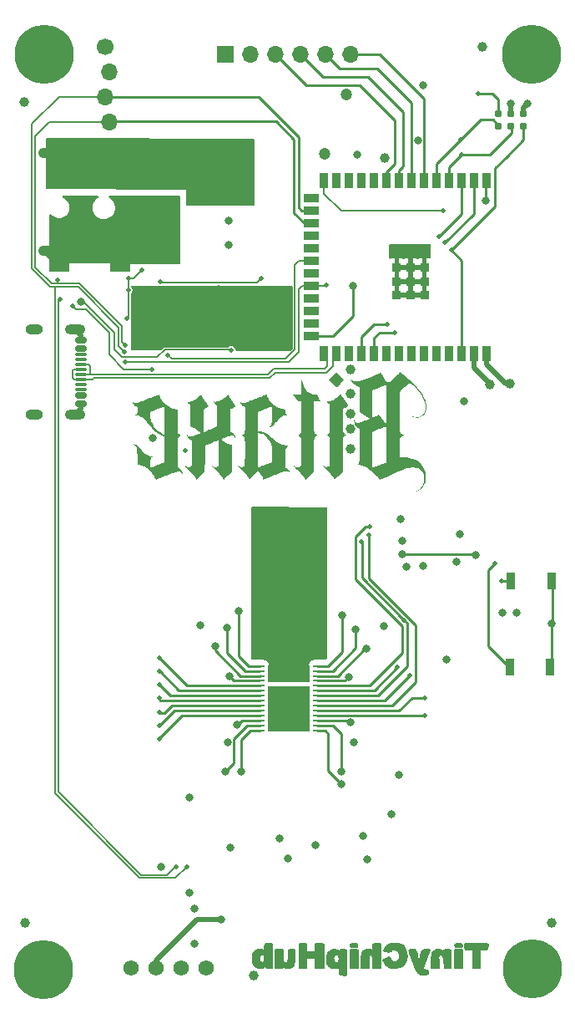
<source format=gbr>
%TF.GenerationSoftware,KiCad,Pcbnew,8.0.1*%
%TF.CreationDate,2024-07-15T09:21:23+08:00*%
%TF.ProjectId,bitaxeUltra,62697461-7865-4556-9c74-72612e6b6963,rev?*%
%TF.SameCoordinates,Original*%
%TF.FileFunction,Copper,L4,Bot*%
%TF.FilePolarity,Positive*%
%FSLAX46Y46*%
G04 Gerber Fmt 4.6, Leading zero omitted, Abs format (unit mm)*
G04 Created by KiCad (PCBNEW 8.0.1) date 2024-07-15 09:21:23*
%MOMM*%
%LPD*%
G01*
G04 APERTURE LIST*
G04 Aperture macros list*
%AMRoundRect*
0 Rectangle with rounded corners*
0 $1 Rounding radius*
0 $2 $3 $4 $5 $6 $7 $8 $9 X,Y pos of 4 corners*
0 Add a 4 corners polygon primitive as box body*
4,1,4,$2,$3,$4,$5,$6,$7,$8,$9,$2,$3,0*
0 Add four circle primitives for the rounded corners*
1,1,$1+$1,$2,$3*
1,1,$1+$1,$4,$5*
1,1,$1+$1,$6,$7*
1,1,$1+$1,$8,$9*
0 Add four rect primitives between the rounded corners*
20,1,$1+$1,$2,$3,$4,$5,0*
20,1,$1+$1,$4,$5,$6,$7,0*
20,1,$1+$1,$6,$7,$8,$9,0*
20,1,$1+$1,$8,$9,$2,$3,0*%
G04 Aperture macros list end*
%TA.AperFunction,EtchedComponent*%
%ADD10C,0.200000*%
%TD*%
%TA.AperFunction,EtchedComponent*%
%ADD11C,0.020000*%
%TD*%
%TA.AperFunction,EtchedComponent*%
%ADD12C,0.000000*%
%TD*%
%TA.AperFunction,ComponentPad*%
%ADD13C,0.800000*%
%TD*%
%TA.AperFunction,ComponentPad*%
%ADD14C,6.000000*%
%TD*%
%TA.AperFunction,ComponentPad*%
%ADD15R,1.700000X1.700000*%
%TD*%
%TA.AperFunction,ComponentPad*%
%ADD16O,1.700000X1.700000*%
%TD*%
%TA.AperFunction,ComponentPad*%
%ADD17C,0.400000*%
%TD*%
%TA.AperFunction,ComponentPad*%
%ADD18C,1.574800*%
%TD*%
%TA.AperFunction,ComponentPad*%
%ADD19C,1.700000*%
%TD*%
%TA.AperFunction,SMDPad,CuDef*%
%ADD20C,1.000000*%
%TD*%
%TA.AperFunction,SMDPad,CuDef*%
%ADD21RoundRect,0.055250X0.340750X0.055250X-0.340750X0.055250X-0.340750X-0.055250X0.340750X-0.055250X0*%
%TD*%
%TA.AperFunction,SMDPad,CuDef*%
%ADD22R,4.277000X1.810000*%
%TD*%
%TA.AperFunction,SMDPad,CuDef*%
%ADD23R,4.277000X4.530000*%
%TD*%
%TA.AperFunction,SMDPad,CuDef*%
%ADD24RoundRect,0.150000X0.425000X-0.150000X0.425000X0.150000X-0.425000X0.150000X-0.425000X-0.150000X0*%
%TD*%
%TA.AperFunction,SMDPad,CuDef*%
%ADD25RoundRect,0.075000X0.500000X-0.075000X0.500000X0.075000X-0.500000X0.075000X-0.500000X-0.075000X0*%
%TD*%
%TA.AperFunction,ComponentPad*%
%ADD26O,1.800000X1.000000*%
%TD*%
%TA.AperFunction,ComponentPad*%
%ADD27O,2.100000X1.000000*%
%TD*%
%TA.AperFunction,SMDPad,CuDef*%
%ADD28R,0.900000X1.500000*%
%TD*%
%TA.AperFunction,SMDPad,CuDef*%
%ADD29R,1.500000X0.900000*%
%TD*%
%TA.AperFunction,SMDPad,CuDef*%
%ADD30R,0.900000X0.900000*%
%TD*%
%TA.AperFunction,ConnectorPad*%
%ADD31C,0.787400*%
%TD*%
%TA.AperFunction,SMDPad,CuDef*%
%ADD32R,2.000000X2.000000*%
%TD*%
%TA.AperFunction,SMDPad,CuDef*%
%ADD33R,0.900000X1.800000*%
%TD*%
%TA.AperFunction,ViaPad*%
%ADD34C,0.800000*%
%TD*%
%TA.AperFunction,ViaPad*%
%ADD35C,1.000000*%
%TD*%
%TA.AperFunction,ViaPad*%
%ADD36C,0.500000*%
%TD*%
%TA.AperFunction,ViaPad*%
%ADD37C,1.200000*%
%TD*%
%TA.AperFunction,Conductor*%
%ADD38C,0.254000*%
%TD*%
%TA.AperFunction,Conductor*%
%ADD39C,0.508000*%
%TD*%
%TA.AperFunction,Conductor*%
%ADD40C,1.000000*%
%TD*%
%TA.AperFunction,Conductor*%
%ADD41C,0.200000*%
%TD*%
G04 APERTURE END LIST*
D10*
%TO.C,REF\u002A\u002A*%
X118235704Y-141753924D02*
X118342953Y-141765677D01*
X118400340Y-141784968D01*
X118447335Y-141823137D01*
X118491314Y-141889203D01*
X118517965Y-141963961D01*
X118559251Y-142131980D01*
X118680633Y-142599627D01*
X118708403Y-142688437D01*
X118761682Y-142827752D01*
X118774907Y-142843932D01*
X118794901Y-142850000D01*
X118816107Y-142843508D01*
X118830051Y-142826262D01*
X118887972Y-142695781D01*
X118950739Y-142526221D01*
X119011645Y-142325000D01*
X119110020Y-142003161D01*
X119142238Y-141932450D01*
X119188589Y-141870082D01*
X119240822Y-141828216D01*
X119442195Y-141778088D01*
X119583042Y-141765107D01*
X119665309Y-141759693D01*
X119783888Y-141757796D01*
X119888231Y-141765360D01*
X119891795Y-141774531D01*
X119469799Y-142867406D01*
X119403569Y-143041391D01*
X119351899Y-143199107D01*
X119263857Y-143488666D01*
X119227486Y-143620510D01*
X119223016Y-143667102D01*
X119248806Y-143741803D01*
X119307826Y-143789859D01*
X119393520Y-143827377D01*
X119442218Y-143839829D01*
X119613023Y-143852355D01*
X119717389Y-143870915D01*
X119749171Y-143893555D01*
X119778664Y-143958820D01*
X119779081Y-144017031D01*
X119773750Y-144075000D01*
X119737639Y-144190716D01*
X119670232Y-144262568D01*
X119599039Y-144293842D01*
X119522631Y-144308272D01*
X119429817Y-144319005D01*
X119163720Y-144327542D01*
X118993414Y-144295481D01*
X118860740Y-144236641D01*
X118750407Y-144142346D01*
X118613055Y-143953348D01*
X118511896Y-143742748D01*
X117887966Y-142113666D01*
X117854938Y-142000873D01*
X117836917Y-141884734D01*
X117852863Y-141822449D01*
X117904393Y-141783991D01*
X118014854Y-141758548D01*
X118127885Y-141750000D01*
X118235704Y-141753924D01*
%TA.AperFunction,EtchedComponent*%
G36*
X118235704Y-141753924D02*
G01*
X118342953Y-141765677D01*
X118400340Y-141784968D01*
X118447335Y-141823137D01*
X118491314Y-141889203D01*
X118517965Y-141963961D01*
X118559251Y-142131980D01*
X118680633Y-142599627D01*
X118708403Y-142688437D01*
X118761682Y-142827752D01*
X118774907Y-142843932D01*
X118794901Y-142850000D01*
X118816107Y-142843508D01*
X118830051Y-142826262D01*
X118887972Y-142695781D01*
X118950739Y-142526221D01*
X119011645Y-142325000D01*
X119110020Y-142003161D01*
X119142238Y-141932450D01*
X119188589Y-141870082D01*
X119240822Y-141828216D01*
X119442195Y-141778088D01*
X119583042Y-141765107D01*
X119665309Y-141759693D01*
X119783888Y-141757796D01*
X119888231Y-141765360D01*
X119891795Y-141774531D01*
X119469799Y-142867406D01*
X119403569Y-143041391D01*
X119351899Y-143199107D01*
X119263857Y-143488666D01*
X119227486Y-143620510D01*
X119223016Y-143667102D01*
X119248806Y-143741803D01*
X119307826Y-143789859D01*
X119393520Y-143827377D01*
X119442218Y-143839829D01*
X119613023Y-143852355D01*
X119717389Y-143870915D01*
X119749171Y-143893555D01*
X119778664Y-143958820D01*
X119779081Y-144017031D01*
X119773750Y-144075000D01*
X119737639Y-144190716D01*
X119670232Y-144262568D01*
X119599039Y-144293842D01*
X119522631Y-144308272D01*
X119429817Y-144319005D01*
X119163720Y-144327542D01*
X118993414Y-144295481D01*
X118860740Y-144236641D01*
X118750407Y-144142346D01*
X118613055Y-143953348D01*
X118511896Y-143742748D01*
X117887966Y-142113666D01*
X117854938Y-142000873D01*
X117836917Y-141884734D01*
X117852863Y-141822449D01*
X117904393Y-141783991D01*
X118014854Y-141758548D01*
X118127885Y-141750000D01*
X118235704Y-141753924D01*
G37*
%TD.AperFunction*%
X116726304Y-141179187D02*
X116952983Y-141248007D01*
X117181160Y-141382887D01*
X117359344Y-141579119D01*
X117500021Y-141846128D01*
X117583407Y-142136183D01*
X117607896Y-142446345D01*
X117571091Y-142755287D01*
X117474671Y-143023337D01*
X117313551Y-143258254D01*
X117103572Y-143440186D01*
X116854473Y-143563228D01*
X116558484Y-143633644D01*
X116254456Y-143645293D01*
X115965627Y-143598167D01*
X115692418Y-143493286D01*
X115480024Y-143338044D01*
X115328203Y-143123191D01*
X115257949Y-142979578D01*
X115193191Y-142829177D01*
X115223658Y-142768563D01*
X115791847Y-142559422D01*
X115820586Y-142558529D01*
X115857151Y-142593557D01*
X115914298Y-142697785D01*
X115982602Y-142826585D01*
X116078932Y-142944849D01*
X116213605Y-143016466D01*
X116371486Y-143033565D01*
X116525152Y-142993472D01*
X116676444Y-142893569D01*
X116792394Y-142754191D01*
X116866478Y-142583938D01*
X116891795Y-142400000D01*
X116868564Y-142227105D01*
X116800520Y-142066473D01*
X116692277Y-141928810D01*
X116551850Y-141824176D01*
X116403671Y-141769467D01*
X116245874Y-141762521D01*
X116105980Y-141806181D01*
X115992597Y-141899033D01*
X115921877Y-141959680D01*
X115781207Y-142002656D01*
X115651106Y-141994331D01*
X115479101Y-141951832D01*
X115345490Y-141909356D01*
X115299282Y-141849547D01*
X115317185Y-141734462D01*
X115339751Y-141656439D01*
X115420362Y-141503858D01*
X115549245Y-141389108D01*
X115756839Y-141282732D01*
X115978025Y-141208653D01*
X116232557Y-141162538D01*
X116491006Y-141151729D01*
X116726304Y-141179187D01*
%TA.AperFunction,EtchedComponent*%
G36*
X116726304Y-141179187D02*
G01*
X116952983Y-141248007D01*
X117181160Y-141382887D01*
X117359344Y-141579119D01*
X117500021Y-141846128D01*
X117583407Y-142136183D01*
X117607896Y-142446345D01*
X117571091Y-142755287D01*
X117474671Y-143023337D01*
X117313551Y-143258254D01*
X117103572Y-143440186D01*
X116854473Y-143563228D01*
X116558484Y-143633644D01*
X116254456Y-143645293D01*
X115965627Y-143598167D01*
X115692418Y-143493286D01*
X115480024Y-143338044D01*
X115328203Y-143123191D01*
X115257949Y-142979578D01*
X115193191Y-142829177D01*
X115223658Y-142768563D01*
X115791847Y-142559422D01*
X115820586Y-142558529D01*
X115857151Y-142593557D01*
X115914298Y-142697785D01*
X115982602Y-142826585D01*
X116078932Y-142944849D01*
X116213605Y-143016466D01*
X116371486Y-143033565D01*
X116525152Y-142993472D01*
X116676444Y-142893569D01*
X116792394Y-142754191D01*
X116866478Y-142583938D01*
X116891795Y-142400000D01*
X116868564Y-142227105D01*
X116800520Y-142066473D01*
X116692277Y-141928810D01*
X116551850Y-141824176D01*
X116403671Y-141769467D01*
X116245874Y-141762521D01*
X116105980Y-141806181D01*
X115992597Y-141899033D01*
X115921877Y-141959680D01*
X115781207Y-142002656D01*
X115651106Y-141994331D01*
X115479101Y-141951832D01*
X115345490Y-141909356D01*
X115299282Y-141849547D01*
X115317185Y-141734462D01*
X115339751Y-141656439D01*
X115420362Y-141503858D01*
X115549245Y-141389108D01*
X115756839Y-141282732D01*
X115978025Y-141208653D01*
X116232557Y-141162538D01*
X116491006Y-141151729D01*
X116726304Y-141179187D01*
G37*
%TD.AperFunction*%
X121991795Y-143650000D02*
X121703814Y-143650000D01*
X121617327Y-143645286D01*
X121531865Y-143631203D01*
X121483603Y-143609067D01*
X121448752Y-143569007D01*
X121405129Y-143421758D01*
X121359834Y-142906390D01*
X121323482Y-142634449D01*
X121291473Y-142508306D01*
X121238398Y-142389479D01*
X121185431Y-142324584D01*
X121113126Y-142282289D01*
X121030707Y-142268040D01*
X120948517Y-142283583D01*
X120905193Y-142309262D01*
X120872806Y-142347830D01*
X120844161Y-142406903D01*
X120825096Y-142469725D01*
X120804672Y-142594578D01*
X120797840Y-142720906D01*
X120794818Y-142858884D01*
X120792983Y-143088007D01*
X120791795Y-143650000D01*
X120091795Y-143650000D01*
X120091795Y-143006510D01*
X120098884Y-142741542D01*
X120109508Y-142609529D01*
X120150927Y-142248681D01*
X120188258Y-142109303D01*
X120247128Y-141998433D01*
X120331571Y-141905549D01*
X120438335Y-141833739D01*
X120558757Y-141788420D01*
X120695946Y-141769228D01*
X120834124Y-141779027D01*
X121111198Y-141879657D01*
X121189606Y-141922404D01*
X121303367Y-141978952D01*
X121340827Y-141985047D01*
X121377998Y-141962075D01*
X121397092Y-141862695D01*
X121468395Y-141787112D01*
X121561774Y-141758870D01*
X121626633Y-141752220D01*
X121691795Y-141750000D01*
X121991795Y-141750000D01*
X121991795Y-143650000D01*
%TA.AperFunction,EtchedComponent*%
G36*
X121991795Y-143650000D02*
G01*
X121703814Y-143650000D01*
X121617327Y-143645286D01*
X121531865Y-143631203D01*
X121483603Y-143609067D01*
X121448752Y-143569007D01*
X121405129Y-143421758D01*
X121359834Y-142906390D01*
X121323482Y-142634449D01*
X121291473Y-142508306D01*
X121238398Y-142389479D01*
X121185431Y-142324584D01*
X121113126Y-142282289D01*
X121030707Y-142268040D01*
X120948517Y-142283583D01*
X120905193Y-142309262D01*
X120872806Y-142347830D01*
X120844161Y-142406903D01*
X120825096Y-142469725D01*
X120804672Y-142594578D01*
X120797840Y-142720906D01*
X120794818Y-142858884D01*
X120792983Y-143088007D01*
X120791795Y-143650000D01*
X120091795Y-143650000D01*
X120091795Y-143006510D01*
X120098884Y-142741542D01*
X120109508Y-142609529D01*
X120150927Y-142248681D01*
X120188258Y-142109303D01*
X120247128Y-141998433D01*
X120331571Y-141905549D01*
X120438335Y-141833739D01*
X120558757Y-141788420D01*
X120695946Y-141769228D01*
X120834124Y-141779027D01*
X121111198Y-141879657D01*
X121189606Y-141922404D01*
X121303367Y-141978952D01*
X121340827Y-141985047D01*
X121377998Y-141962075D01*
X121397092Y-141862695D01*
X121468395Y-141787112D01*
X121561774Y-141758870D01*
X121626633Y-141752220D01*
X121691795Y-141750000D01*
X121991795Y-141750000D01*
X121991795Y-143650000D01*
G37*
%TD.AperFunction*%
X102930821Y-141786807D02*
X103006583Y-141819464D01*
X103071795Y-141870000D01*
X103127928Y-141899169D01*
X103151195Y-141895220D01*
X103044325Y-142270793D01*
X102881988Y-142250826D01*
X102795245Y-142285431D01*
X102722288Y-142343731D01*
X102664751Y-142423694D01*
X102628975Y-142515478D01*
X102610132Y-142626131D01*
X102608523Y-142738365D01*
X102663927Y-142927940D01*
X102716444Y-142998901D01*
X102785588Y-143053788D01*
X102866004Y-143088239D01*
X103118873Y-143494060D01*
X102998839Y-143586637D01*
X102900283Y-143623910D01*
X102648907Y-143643054D01*
X102519005Y-143623102D01*
X102288810Y-143529960D01*
X102197373Y-143455578D01*
X102064950Y-143283980D01*
X101980390Y-143084400D01*
X101933434Y-142838516D01*
X101928206Y-142588244D01*
X101942983Y-142468007D01*
X101992983Y-142218007D01*
X102041119Y-142124565D01*
X102146671Y-141963744D01*
X102298936Y-141846178D01*
X102498108Y-141773951D01*
X102723942Y-141754303D01*
X102930821Y-141786807D01*
%TA.AperFunction,EtchedComponent*%
G36*
X102930821Y-141786807D02*
G01*
X103006583Y-141819464D01*
X103071795Y-141870000D01*
X103127928Y-141899169D01*
X103151195Y-141895220D01*
X103044325Y-142270793D01*
X102881988Y-142250826D01*
X102795245Y-142285431D01*
X102722288Y-142343731D01*
X102664751Y-142423694D01*
X102628975Y-142515478D01*
X102610132Y-142626131D01*
X102608523Y-142738365D01*
X102663927Y-142927940D01*
X102716444Y-142998901D01*
X102785588Y-143053788D01*
X102866004Y-143088239D01*
X103118873Y-143494060D01*
X102998839Y-143586637D01*
X102900283Y-143623910D01*
X102648907Y-143643054D01*
X102519005Y-143623102D01*
X102288810Y-143529960D01*
X102197373Y-143455578D01*
X102064950Y-143283980D01*
X101980390Y-143084400D01*
X101933434Y-142838516D01*
X101928206Y-142588244D01*
X101942983Y-142468007D01*
X101992983Y-142218007D01*
X102041119Y-142124565D01*
X102146671Y-141963744D01*
X102298936Y-141846178D01*
X102498108Y-141773951D01*
X102723942Y-141754303D01*
X102930821Y-141786807D01*
G37*
%TD.AperFunction*%
X103151195Y-141895220D02*
X103166795Y-141877500D01*
X103182379Y-141824301D01*
X103189678Y-141669555D01*
X103195581Y-141435807D01*
X103199368Y-141301614D01*
X103237628Y-141205000D01*
X103322789Y-141160179D01*
X103891795Y-141150000D01*
X103151195Y-141895220D01*
%TA.AperFunction,EtchedComponent*%
G36*
X103151195Y-141895220D02*
G01*
X103166795Y-141877500D01*
X103182379Y-141824301D01*
X103189678Y-141669555D01*
X103195581Y-141435807D01*
X103199368Y-141301614D01*
X103237628Y-141205000D01*
X103322789Y-141160179D01*
X103891795Y-141150000D01*
X103151195Y-141895220D01*
G37*
%TD.AperFunction*%
X111392983Y-143448007D02*
X110791795Y-143553826D01*
X110472983Y-143608007D01*
X110167836Y-143621832D01*
X109969438Y-143602996D01*
X109822604Y-143553140D01*
X109698310Y-143460425D01*
X109599754Y-143326423D01*
X109541710Y-143170536D01*
X109497132Y-142863745D01*
X109494813Y-142633634D01*
X109501938Y-142398129D01*
X109567466Y-142172254D01*
X109607647Y-142102660D01*
X109723240Y-141967431D01*
X109921883Y-141828175D01*
X110028300Y-141785195D01*
X110255316Y-141755641D01*
X110598369Y-141853518D01*
X110575358Y-142308435D01*
X110432893Y-142259120D01*
X110293481Y-142321445D01*
X110179363Y-142487351D01*
X110132846Y-142700961D01*
X110143652Y-142814138D01*
X110175938Y-142923150D01*
X110291263Y-143089275D01*
X110447457Y-143150000D01*
X110529865Y-143132960D01*
X110598722Y-143084592D01*
X110664100Y-142999210D01*
X110711003Y-142902440D01*
X110741618Y-142787649D01*
X110757058Y-142694119D01*
X110751276Y-142669238D01*
X110698565Y-142462649D01*
X110575358Y-142308435D01*
X110778176Y-141891434D01*
X110812961Y-141813769D01*
X110976877Y-141757539D01*
X111391795Y-141750000D01*
X111392983Y-143448007D01*
%TA.AperFunction,EtchedComponent*%
G36*
X111392983Y-143448007D02*
G01*
X110791795Y-143553826D01*
X110472983Y-143608007D01*
X110167836Y-143621832D01*
X109969438Y-143602996D01*
X109822604Y-143553140D01*
X109698310Y-143460425D01*
X109599754Y-143326423D01*
X109541710Y-143170536D01*
X109497132Y-142863745D01*
X109494813Y-142633634D01*
X109501938Y-142398129D01*
X109567466Y-142172254D01*
X109607647Y-142102660D01*
X109723240Y-141967431D01*
X109921883Y-141828175D01*
X110028300Y-141785195D01*
X110255316Y-141755641D01*
X110598369Y-141853518D01*
X110575358Y-142308435D01*
X110432893Y-142259120D01*
X110293481Y-142321445D01*
X110179363Y-142487351D01*
X110132846Y-142700961D01*
X110143652Y-142814138D01*
X110175938Y-142923150D01*
X110291263Y-143089275D01*
X110447457Y-143150000D01*
X110529865Y-143132960D01*
X110598722Y-143084592D01*
X110664100Y-142999210D01*
X110711003Y-142902440D01*
X110741618Y-142787649D01*
X110757058Y-142694119D01*
X110751276Y-142669238D01*
X110698565Y-142462649D01*
X110575358Y-142308435D01*
X110778176Y-141891434D01*
X110812961Y-141813769D01*
X110976877Y-141757539D01*
X111391795Y-141750000D01*
X111392983Y-143448007D01*
G37*
%TD.AperFunction*%
X104991795Y-142291821D02*
X105005035Y-142722770D01*
X105021410Y-142847980D01*
X105054803Y-142969760D01*
X105092188Y-143041814D01*
X105215898Y-143137269D01*
X105291795Y-143150000D01*
X105367690Y-143137264D01*
X105435274Y-143100455D01*
X105491395Y-143041809D01*
X105528787Y-142969760D01*
X105580289Y-142666358D01*
X105591795Y-142291821D01*
X105597586Y-141940717D01*
X105630637Y-141820152D01*
X105708770Y-141765023D01*
X105799975Y-141753762D01*
X105891795Y-141750000D01*
X106191795Y-141750000D01*
X106191795Y-142542857D01*
X106183890Y-142931399D01*
X106174445Y-143063360D01*
X106156885Y-143194488D01*
X106109329Y-143375682D01*
X106034652Y-143492857D01*
X105958044Y-143554307D01*
X105760703Y-143628691D01*
X105648181Y-143643896D01*
X105527011Y-143643447D01*
X105293210Y-143594647D01*
X105096789Y-143504582D01*
X105020208Y-143497052D01*
X104985474Y-143569631D01*
X104888982Y-143619592D01*
X104708953Y-143648120D01*
X104291795Y-143650000D01*
X104291795Y-141750000D01*
X104991795Y-141750000D01*
X104991795Y-142291821D01*
%TA.AperFunction,EtchedComponent*%
G36*
X104991795Y-142291821D02*
G01*
X105005035Y-142722770D01*
X105021410Y-142847980D01*
X105054803Y-142969760D01*
X105092188Y-143041814D01*
X105215898Y-143137269D01*
X105291795Y-143150000D01*
X105367690Y-143137264D01*
X105435274Y-143100455D01*
X105491395Y-143041809D01*
X105528787Y-142969760D01*
X105580289Y-142666358D01*
X105591795Y-142291821D01*
X105597586Y-141940717D01*
X105630637Y-141820152D01*
X105708770Y-141765023D01*
X105799975Y-141753762D01*
X105891795Y-141750000D01*
X106191795Y-141750000D01*
X106191795Y-142542857D01*
X106183890Y-142931399D01*
X106174445Y-143063360D01*
X106156885Y-143194488D01*
X106109329Y-143375682D01*
X106034652Y-143492857D01*
X105958044Y-143554307D01*
X105760703Y-143628691D01*
X105648181Y-143643896D01*
X105527011Y-143643447D01*
X105293210Y-143594647D01*
X105096789Y-143504582D01*
X105020208Y-143497052D01*
X104985474Y-143569631D01*
X104888982Y-143619592D01*
X104708953Y-143648120D01*
X104291795Y-143650000D01*
X104291795Y-141750000D01*
X104991795Y-141750000D01*
X104991795Y-142291821D01*
G37*
%TD.AperFunction*%
X114891795Y-143650000D02*
X114200933Y-143650000D01*
X114171364Y-142975000D01*
X114148377Y-142585493D01*
X114113246Y-142413071D01*
X114048785Y-142331103D01*
X113941795Y-142300000D01*
X113795580Y-142366584D01*
X113745332Y-142508256D01*
X113734002Y-142606018D01*
X113723114Y-142790509D01*
X113702983Y-143138007D01*
X113682657Y-143650000D01*
X112991795Y-143650000D01*
X112996362Y-142752890D01*
X113011749Y-142450293D01*
X113029777Y-142317839D01*
X113077773Y-142114364D01*
X113147465Y-141972251D01*
X113217600Y-141892715D01*
X113303588Y-141830662D01*
X113406311Y-141784829D01*
X113515770Y-141758921D01*
X113637062Y-141752431D01*
X113757701Y-141766578D01*
X113881187Y-141801322D01*
X113998369Y-141853518D01*
X114051700Y-141878406D01*
X114107429Y-141897324D01*
X114161225Y-141876901D01*
X114180610Y-141834610D01*
X114189530Y-141671042D01*
X114191795Y-141553518D01*
X114199691Y-141298946D01*
X114238479Y-141203823D01*
X114324013Y-141159959D01*
X114432790Y-141152491D01*
X114891795Y-141150000D01*
X114891795Y-143650000D01*
%TA.AperFunction,EtchedComponent*%
G36*
X114891795Y-143650000D02*
G01*
X114200933Y-143650000D01*
X114171364Y-142975000D01*
X114148377Y-142585493D01*
X114113246Y-142413071D01*
X114048785Y-142331103D01*
X113941795Y-142300000D01*
X113795580Y-142366584D01*
X113745332Y-142508256D01*
X113734002Y-142606018D01*
X113723114Y-142790509D01*
X113702983Y-143138007D01*
X113682657Y-143650000D01*
X112991795Y-143650000D01*
X112996362Y-142752890D01*
X113011749Y-142450293D01*
X113029777Y-142317839D01*
X113077773Y-142114364D01*
X113147465Y-141972251D01*
X113217600Y-141892715D01*
X113303588Y-141830662D01*
X113406311Y-141784829D01*
X113515770Y-141758921D01*
X113637062Y-141752431D01*
X113757701Y-141766578D01*
X113881187Y-141801322D01*
X113998369Y-141853518D01*
X114051700Y-141878406D01*
X114107429Y-141897324D01*
X114161225Y-141876901D01*
X114180610Y-141834610D01*
X114189530Y-141671042D01*
X114191795Y-141553518D01*
X114199691Y-141298946D01*
X114238479Y-141203823D01*
X114324013Y-141159959D01*
X114432790Y-141152491D01*
X114891795Y-141150000D01*
X114891795Y-143650000D01*
G37*
%TD.AperFunction*%
X122933101Y-141152057D02*
X123075305Y-141168440D01*
X123123045Y-141189286D01*
X123174066Y-141249754D01*
X123187329Y-141299099D01*
X123191795Y-141350000D01*
X123187328Y-141400901D01*
X123174066Y-141450246D01*
X123153898Y-141484992D01*
X123123045Y-141510714D01*
X123075311Y-141531578D01*
X123024223Y-141541782D01*
X122933102Y-141547945D01*
X122750489Y-141547943D01*
X122659367Y-141541782D01*
X122608285Y-141531560D01*
X122560545Y-141510714D01*
X122529665Y-141485014D01*
X122509524Y-141450246D01*
X122491795Y-141350000D01*
X122509524Y-141249754D01*
X122560545Y-141189287D01*
X122608279Y-141168422D01*
X122659367Y-141158218D01*
X122750488Y-141152055D01*
X122841795Y-141150000D01*
X122933101Y-141152057D01*
%TA.AperFunction,EtchedComponent*%
G36*
X122933101Y-141152057D02*
G01*
X123075305Y-141168440D01*
X123123045Y-141189286D01*
X123174066Y-141249754D01*
X123187329Y-141299099D01*
X123191795Y-141350000D01*
X123187328Y-141400901D01*
X123174066Y-141450246D01*
X123153898Y-141484992D01*
X123123045Y-141510714D01*
X123075311Y-141531578D01*
X123024223Y-141541782D01*
X122933102Y-141547945D01*
X122750489Y-141547943D01*
X122659367Y-141541782D01*
X122608285Y-141531560D01*
X122560545Y-141510714D01*
X122529665Y-141485014D01*
X122509524Y-141450246D01*
X122491795Y-141350000D01*
X122509524Y-141249754D01*
X122560545Y-141189287D01*
X122608279Y-141168422D01*
X122659367Y-141158218D01*
X122750488Y-141152055D01*
X122841795Y-141150000D01*
X122933101Y-141152057D01*
G37*
%TD.AperFunction*%
X112333101Y-141152057D02*
X112475305Y-141168440D01*
X112553925Y-141214986D01*
X112574066Y-141249754D01*
X112591793Y-141350000D01*
X112574065Y-141450246D01*
X112523045Y-141510714D01*
X112475311Y-141531578D01*
X112424223Y-141541782D01*
X112333102Y-141547945D01*
X112150489Y-141547943D01*
X112059367Y-141541782D01*
X112008285Y-141531560D01*
X111960545Y-141510714D01*
X111909524Y-141450246D01*
X111896261Y-141400901D01*
X111891795Y-141350000D01*
X111909524Y-141249754D01*
X111960545Y-141189286D01*
X112008279Y-141168422D01*
X112059367Y-141158218D01*
X112150488Y-141152055D01*
X112241795Y-141150000D01*
X112333101Y-141152057D01*
%TA.AperFunction,EtchedComponent*%
G36*
X112333101Y-141152057D02*
G01*
X112475305Y-141168440D01*
X112553925Y-141214986D01*
X112574066Y-141249754D01*
X112591793Y-141350000D01*
X112574065Y-141450246D01*
X112523045Y-141510714D01*
X112475311Y-141531578D01*
X112424223Y-141541782D01*
X112333102Y-141547945D01*
X112150489Y-141547943D01*
X112059367Y-141541782D01*
X112008285Y-141531560D01*
X111960545Y-141510714D01*
X111909524Y-141450246D01*
X111896261Y-141400901D01*
X111891795Y-141350000D01*
X111909524Y-141249754D01*
X111960545Y-141189286D01*
X112008279Y-141168422D01*
X112059367Y-141158218D01*
X112150488Y-141152055D01*
X112241795Y-141150000D01*
X112333101Y-141152057D01*
G37*
%TD.AperFunction*%
X125779722Y-141627574D02*
X125733462Y-141706250D01*
X125681785Y-141733327D01*
X125391795Y-141750000D01*
X124991795Y-141750000D01*
X124991795Y-143650000D01*
X124291795Y-143650000D01*
X124291795Y-141750000D01*
X123769961Y-141746163D01*
X123648127Y-141742326D01*
X123596490Y-141731452D01*
X123550128Y-141706250D01*
X123519121Y-141671541D01*
X123503868Y-141627574D01*
X123494818Y-141538992D01*
X123491795Y-141450000D01*
X123491795Y-141150000D01*
X125791795Y-141150000D01*
X125779722Y-141627574D01*
%TA.AperFunction,EtchedComponent*%
G36*
X125779722Y-141627574D02*
G01*
X125733462Y-141706250D01*
X125681785Y-141733327D01*
X125391795Y-141750000D01*
X124991795Y-141750000D01*
X124991795Y-143650000D01*
X124291795Y-143650000D01*
X124291795Y-141750000D01*
X123769961Y-141746163D01*
X123648127Y-141742326D01*
X123596490Y-141731452D01*
X123550128Y-141706250D01*
X123519121Y-141671541D01*
X123503868Y-141627574D01*
X123494818Y-141538992D01*
X123491795Y-141450000D01*
X123491795Y-141150000D01*
X125791795Y-141150000D01*
X125779722Y-141627574D01*
G37*
%TD.AperFunction*%
X109091795Y-143650000D02*
X108291795Y-143650000D01*
X108291795Y-142650000D01*
X107391795Y-142650000D01*
X107391795Y-143650000D01*
X106691795Y-143650000D01*
X106691795Y-141150000D01*
X107152384Y-141152650D01*
X107309836Y-141175138D01*
X107375306Y-141258747D01*
X107384982Y-141316636D01*
X107391795Y-142050000D01*
X108291795Y-142050000D01*
X108291795Y-141150000D01*
X109091795Y-141150000D01*
X109091795Y-143650000D01*
%TA.AperFunction,EtchedComponent*%
G36*
X109091795Y-143650000D02*
G01*
X108291795Y-143650000D01*
X108291795Y-142650000D01*
X107391795Y-142650000D01*
X107391795Y-143650000D01*
X106691795Y-143650000D01*
X106691795Y-141150000D01*
X107152384Y-141152650D01*
X107309836Y-141175138D01*
X107375306Y-141258747D01*
X107384982Y-141316636D01*
X107391795Y-142050000D01*
X108291795Y-142050000D01*
X108291795Y-141150000D01*
X109091795Y-141150000D01*
X109091795Y-143650000D01*
G37*
%TD.AperFunction*%
X103891795Y-143650000D02*
X103600128Y-143650000D01*
X103485134Y-143640777D01*
X103380675Y-143613281D01*
X103300778Y-143573002D01*
X103218533Y-143454724D01*
X103023444Y-143083263D01*
X103132019Y-142950405D01*
X103168231Y-142856024D01*
X103191996Y-142738164D01*
X103197693Y-142618066D01*
X103184645Y-142502888D01*
X103152391Y-142391553D01*
X103891795Y-141150000D01*
X103891795Y-143650000D01*
%TA.AperFunction,EtchedComponent*%
G36*
X103891795Y-143650000D02*
G01*
X103600128Y-143650000D01*
X103485134Y-143640777D01*
X103380675Y-143613281D01*
X103300778Y-143573002D01*
X103218533Y-143454724D01*
X103023444Y-143083263D01*
X103132019Y-142950405D01*
X103168231Y-142856024D01*
X103191996Y-142738164D01*
X103197693Y-142618066D01*
X103184645Y-142502888D01*
X103152391Y-142391553D01*
X103891795Y-141150000D01*
X103891795Y-143650000D01*
G37*
%TD.AperFunction*%
X111391795Y-144350000D02*
X111002862Y-144346988D01*
X110914337Y-144337963D01*
X110870373Y-144322765D01*
X110835635Y-144291826D01*
X110808519Y-144240311D01*
X110795471Y-144067384D01*
X110791795Y-143553826D01*
X111392983Y-143448007D01*
X111391795Y-144350000D01*
%TA.AperFunction,EtchedComponent*%
G36*
X111391795Y-144350000D02*
G01*
X111002862Y-144346988D01*
X110914337Y-144337963D01*
X110870373Y-144322765D01*
X110835635Y-144291826D01*
X110808519Y-144240311D01*
X110795471Y-144067384D01*
X110791795Y-143553826D01*
X111392983Y-143448007D01*
X111391795Y-144350000D01*
G37*
%TD.AperFunction*%
X103432983Y-141738007D02*
X103292983Y-142118007D01*
X103112983Y-142168007D01*
X103082983Y-141968007D01*
X103432983Y-141728007D01*
X103432983Y-141738007D01*
%TA.AperFunction,EtchedComponent*%
G36*
X103432983Y-141738007D02*
G01*
X103292983Y-142118007D01*
X103112983Y-142168007D01*
X103082983Y-141968007D01*
X103432983Y-141728007D01*
X103432983Y-141738007D01*
G37*
%TD.AperFunction*%
X112591795Y-143650000D02*
X111891795Y-143650000D01*
X111891795Y-141750000D01*
X112591795Y-141750000D01*
X112591795Y-143650000D01*
%TA.AperFunction,EtchedComponent*%
G36*
X112591795Y-143650000D02*
G01*
X111891795Y-143650000D01*
X111891795Y-141750000D01*
X112591795Y-141750000D01*
X112591795Y-143650000D01*
G37*
%TD.AperFunction*%
X123191795Y-143650000D02*
X122491795Y-143650000D01*
X122491795Y-141750000D01*
X123191795Y-141750000D01*
X123191795Y-143650000D01*
%TA.AperFunction,EtchedComponent*%
G36*
X123191795Y-143650000D02*
G01*
X122491795Y-143650000D01*
X122491795Y-141750000D01*
X123191795Y-141750000D01*
X123191795Y-143650000D01*
G37*
%TD.AperFunction*%
D11*
X101980391Y-143084400D02*
G75*
G02*
X101928208Y-142588244I1438292J402093D01*
G01*
X102197373Y-143455578D02*
G75*
G02*
X101980377Y-143084404I599110J599271D01*
G01*
X101928207Y-142588244D02*
G75*
G02*
X102041123Y-142124567I1361876J-86063D01*
G01*
X102393485Y-143584148D02*
G75*
G02*
X102197381Y-143455570I210798J535341D01*
G01*
X102041119Y-142124565D02*
G75*
G02*
X102298929Y-141846165I532064J-234142D01*
G01*
X102648907Y-143643054D02*
G75*
G02*
X102393488Y-143584140I69176J883047D01*
G01*
X102298936Y-141846179D02*
G75*
G02*
X102498110Y-141773959I349647J-653528D01*
G01*
X102663927Y-142927940D02*
G75*
G02*
X102608528Y-142738365I393356J217833D01*
G01*
X102608523Y-142738365D02*
G75*
G02*
X102628962Y-142515475I726560J45758D01*
G01*
X102900283Y-143623909D02*
G75*
G02*
X102648907Y-143643057I-187300J799302D01*
G01*
X102785588Y-143053787D02*
G75*
G02*
X102663923Y-142927942I173095J289080D01*
G01*
X102628976Y-142515478D02*
G75*
G02*
X102722299Y-142343741I380107J-95329D01*
G01*
X102498108Y-141773952D02*
G75*
G02*
X102723942Y-141754309I196075J-946255D01*
G01*
X102952694Y-143100000D02*
G75*
G02*
X102785596Y-143053775I-11J325093D01*
G01*
X102722288Y-142343731D02*
G75*
G02*
X102881991Y-142250841I232895J-216676D01*
G01*
X103084295Y-143525000D02*
G75*
G02*
X102900286Y-143623921I-275512J291893D01*
G01*
X102723942Y-141754303D02*
G75*
G02*
X102930823Y-141786800I-25859J-839404D01*
G01*
X103079189Y-143036594D02*
G75*
G02*
X102952694Y-143100004I-126506J94487D01*
G01*
X102881988Y-142250826D02*
G75*
G02*
X103044313Y-142270816I54195J-228981D01*
G01*
X102930821Y-141786807D02*
G75*
G02*
X103071801Y-141869994I-90838J-315000D01*
G01*
X103127928Y-141899169D02*
G75*
G02*
X103071791Y-141870004I18055J103362D01*
G01*
X103168230Y-142856024D02*
G75*
G02*
X103079205Y-143036606I-530947J149517D01*
G01*
X103166794Y-141877500D02*
G75*
G02*
X103127931Y-141899149I-32811J13193D01*
G01*
X103044325Y-142270793D02*
G75*
G02*
X103152415Y-142391544I-104742J-202514D01*
G01*
X103084295Y-143525000D02*
G75*
G02*
X103155035Y-143464989I603088J-639207D01*
G01*
X103187560Y-141769110D02*
G75*
G02*
X103166797Y-141877501I-290177J-597D01*
G01*
X103197693Y-142618066D02*
G75*
G02*
X103168234Y-142856025I-793710J-22541D01*
G01*
X103152390Y-142391553D02*
G75*
G02*
X103197688Y-142618066I-640407J-245854D01*
G01*
X103155035Y-143464989D02*
G75*
G02*
X103199462Y-143449962I44548J-58518D01*
G01*
X103199462Y-143450000D02*
G75*
G02*
X103233190Y-143467806I21J-40807D01*
G01*
X103199368Y-141301614D02*
G75*
G02*
X103237626Y-141204998I166615J-10093D01*
G01*
X103233189Y-143467807D02*
G75*
G02*
X103262631Y-143524999I-214306J-146500D01*
G01*
X103300778Y-143573002D02*
G75*
G02*
X103262652Y-143524991I53205J81395D01*
G01*
X103380675Y-143613281D02*
G75*
G02*
X103300781Y-143572998I138508J374074D01*
G01*
X103237628Y-141205000D02*
G75*
G02*
X103322792Y-141160213I96855J-80807D01*
G01*
X103485134Y-143640777D02*
G75*
G02*
X103380673Y-143613286I88649J549070D01*
G01*
X103600128Y-143650000D02*
G75*
G02*
X103485135Y-143640771I55J721693D01*
G01*
X103322789Y-141160179D02*
G75*
G02*
X103541795Y-141150001I218994J-2350828D01*
G01*
X104775900Y-143642486D02*
G75*
G02*
X104641795Y-143650001I-134117J1192979D01*
G01*
X104888982Y-143619590D02*
G75*
G02*
X104775900Y-143642483I-186699J631483D01*
G01*
X104968288Y-143586371D02*
G75*
G02*
X104888981Y-143619590I-191105J344964D01*
G01*
X104991795Y-143546482D02*
G75*
G02*
X104968259Y-143586320I-45612J75D01*
G01*
X105054803Y-142969760D02*
G75*
G02*
X105005022Y-142722771I866980J303253D01*
G01*
X104991795Y-143546482D02*
G75*
G02*
X105005444Y-143508591I59488J-25D01*
G01*
X105005414Y-143508566D02*
G75*
G02*
X105038508Y-143492963I33069J-27241D01*
G01*
X105148317Y-143100454D02*
G75*
G02*
X105054780Y-142969768I176366J225047D01*
G01*
X105038508Y-143492963D02*
G75*
G02*
X105096793Y-143504572I75J-151744D01*
G01*
X105291795Y-143150000D02*
G75*
G02*
X105148316Y-143100455I-12J232493D01*
G01*
X105096789Y-143504583D02*
G75*
G02*
X105185221Y-143546483I-384006J-924724D01*
G01*
X105406981Y-143626860D02*
G75*
G02*
X105185216Y-143546491I167002J806953D01*
G01*
X105435273Y-143100454D02*
G75*
G02*
X105291795Y-143149992I-143490J183047D01*
G01*
X105648181Y-143643896D02*
G75*
G02*
X105406983Y-143626853I-57198J905789D01*
G01*
X105528787Y-142969760D02*
G75*
G02*
X105435275Y-143100457I-270104J94453D01*
G01*
X105580289Y-142666358D02*
G75*
G02*
X105528775Y-142969756I-919506J51D01*
G01*
X105597586Y-141940717D02*
G75*
G02*
X105630628Y-141820147I264197J-7590D01*
G01*
X105869929Y-143597672D02*
G75*
G02*
X105648180Y-143643884I-272046J750265D01*
G01*
X105630638Y-141820152D02*
G75*
G02*
X105708764Y-141764985I96145J-53255D01*
G01*
X106034652Y-143492857D02*
G75*
G02*
X105869931Y-143597678I-318169J318150D01*
G01*
X105708770Y-141765023D02*
G75*
G02*
X105891795Y-141750002I183013J-1107384D01*
G01*
X106109329Y-143375682D02*
G75*
G02*
X106034655Y-143492860I-301846J109975D01*
G01*
X106156884Y-143194488D02*
G75*
G02*
X106109321Y-143375679I-997401J164981D01*
G01*
X106183890Y-142931399D02*
G75*
G02*
X106156888Y-143194489I-2143807J87092D01*
G01*
X107041795Y-141150000D02*
G75*
G02*
X107262719Y-141160596I88J-2306607D01*
G01*
X107262719Y-141160599D02*
G75*
G02*
X107347361Y-141207135I-11636J-121408D01*
G01*
X107347351Y-141207143D02*
G75*
G02*
X107385006Y-141316636I-140568J-109564D01*
G01*
X109541711Y-143170536D02*
G75*
G02*
X109497833Y-142553733I2067372J457029D01*
G01*
X109497831Y-142553733D02*
G75*
G02*
X109534298Y-142245871I849852J55426D01*
G01*
X109698310Y-143460425D02*
G75*
G02*
X109541714Y-143170535I430173J419618D01*
G01*
X109538023Y-142247027D02*
G75*
G02*
X109607657Y-142102667I517360J-160580D01*
G01*
X109969438Y-143602996D02*
G75*
G02*
X109698291Y-143460443I84245J489389D01*
G01*
X109607647Y-142102660D02*
G75*
G02*
X109723244Y-141967435I674236J-459347D01*
G01*
X109723240Y-141967431D02*
G75*
G02*
X109921887Y-141828183I583843J-621576D01*
G01*
X110366804Y-143610497D02*
G75*
G02*
X109969438Y-143602994I-174121J1304590D01*
G01*
X110175939Y-142923150D02*
G75*
G02*
X110132845Y-142700961I547664J221493D01*
G01*
X109921883Y-141828175D02*
G75*
G02*
X110140445Y-141760797I306000J-604432D01*
G01*
X110291264Y-143089274D02*
G75*
G02*
X110175940Y-142923149I309819J338167D01*
G01*
X110132847Y-142700961D02*
G75*
G02*
X110179356Y-142487348I517236J-746D01*
G01*
X110447457Y-143150000D02*
G75*
G02*
X110291273Y-143089264I-74J230993D01*
G01*
X110179363Y-142487351D02*
G75*
G02*
X110293487Y-142321451I526320J-239856D01*
G01*
X110140445Y-141760795D02*
G75*
G02*
X110369415Y-141769896I87838J-674912D01*
G01*
X110293482Y-142321446D02*
G75*
G02*
X110432892Y-142259101I149501J-147261D01*
G01*
X110598722Y-143084592D02*
G75*
G02*
X110447457Y-143150019I-151239J142085D01*
G01*
X110432893Y-142259121D02*
G75*
G02*
X110575348Y-142308447I9690J-202386D01*
G01*
X110369414Y-141769901D02*
G75*
G02*
X110598371Y-141853515I-179431J-846606D01*
G01*
X110686800Y-141895418D02*
G75*
G02*
X110598370Y-141853515I383983J924611D01*
G01*
X110711002Y-142902440D02*
G75*
G02*
X110598725Y-143084594I-500519J182833D01*
G01*
X110745082Y-141907037D02*
G75*
G02*
X110686793Y-141895435I-99J151730D01*
G01*
X110751275Y-142669238D02*
G75*
G02*
X110710999Y-142902439I-663592J-5469D01*
G01*
X110778175Y-141891433D02*
G75*
G02*
X110745082Y-141907060I-33092J27226D01*
G01*
X110698564Y-142462649D02*
G75*
G02*
X110751285Y-142669238I-392781J-210258D01*
G01*
X110575358Y-142308435D02*
G75*
G02*
X110762821Y-142719000I-355875J-410572D01*
G01*
X110791795Y-141853518D02*
G75*
G02*
X110778157Y-141891418I-59512J11D01*
G01*
X110835635Y-144291826D02*
G75*
G02*
X110799153Y-144182854I144648J109019D01*
G01*
X110791795Y-141853518D02*
G75*
G02*
X110812936Y-141813732I47988J11D01*
G01*
X110914337Y-144337963D02*
G75*
G02*
X110835638Y-144291824I16046J117556D01*
G01*
X110812961Y-141813769D02*
G75*
G02*
X110879921Y-141780411I161122J-239538D01*
G01*
X111091795Y-144349999D02*
G75*
G02*
X110914338Y-144337959I-12J1313592D01*
G01*
X110879920Y-141780409D02*
G75*
G02*
X110976876Y-141757530I161563J-467798D01*
G01*
X110976877Y-141757540D02*
G75*
G02*
X111091795Y-141750003I114906J-872167D01*
G01*
X111909525Y-141450246D02*
G75*
G02*
X111891799Y-141350000I274558J100239D01*
G01*
X111960545Y-141510713D02*
G75*
G02*
X111909522Y-141450247I56938J99806D01*
G01*
X111891795Y-141350000D02*
G75*
G02*
X111909526Y-141249755I292288J-7D01*
G01*
X112059367Y-141541781D02*
G75*
G02*
X111960549Y-141510707I22016J242674D01*
G01*
X111909524Y-141249754D02*
G75*
G02*
X111960541Y-141189278I108359J-39653D01*
G01*
X112241795Y-141550000D02*
G75*
G02*
X112059367Y-141541780I88J2030393D01*
G01*
X111960545Y-141189286D02*
G75*
G02*
X112059368Y-141158233I120538J-210821D01*
G01*
X112424223Y-141541782D02*
G75*
G02*
X112241795Y-141550003I-182440J2020175D01*
G01*
X112059367Y-141158218D02*
G75*
G02*
X112241795Y-141149999I182416J-2020189D01*
G01*
X112523045Y-141510714D02*
G75*
G02*
X112424223Y-141541779I-120562J210807D01*
G01*
X112241795Y-141150000D02*
G75*
G02*
X112424223Y-141158222I-112J-2030407D01*
G01*
X112574066Y-141450246D02*
G75*
G02*
X112523059Y-141510738I-108383J39639D01*
G01*
X112424223Y-141158219D02*
G75*
G02*
X112523037Y-141189300I-22040J-242688D01*
G01*
X112591793Y-141350000D02*
G75*
G02*
X112574068Y-141450247I-292310J-7D01*
G01*
X112523045Y-141189286D02*
G75*
G02*
X112574057Y-141249757I-56862J-99721D01*
G01*
X112574066Y-141249754D02*
G75*
G02*
X112591801Y-141350000I-274483J-100253D01*
G01*
X113000929Y-142583529D02*
G75*
G02*
X113029777Y-142317839I2461007J-132799D01*
G01*
X113029778Y-142317839D02*
G75*
G02*
X113077774Y-142114364I1492067J-244553D01*
G01*
X113077774Y-142114364D02*
G75*
G02*
X113147474Y-141972257I489709J-152043D01*
G01*
X113147465Y-141972251D02*
G75*
G02*
X113303581Y-141830650I390218J-273356D01*
G01*
X113303588Y-141830663D02*
G75*
G02*
X113515771Y-141758925I295395J-524044D01*
G01*
X113515770Y-141758921D02*
G75*
G02*
X113757703Y-141766570I98713J-707686D01*
G01*
X113734002Y-142606018D02*
G75*
G02*
X113770344Y-142413071I695001J-31009D01*
G01*
X113770344Y-142413071D02*
G75*
G02*
X113834804Y-142331102I148789J-50676D01*
G01*
X113834805Y-142331104D02*
G75*
G02*
X113941795Y-142299998I106978J-168403D01*
G01*
X113757701Y-141766579D02*
G75*
G02*
X113998369Y-141853518I-177818J-868828D01*
G01*
X114107429Y-141897324D02*
G75*
G02*
X113998370Y-141853516I144954J518517D01*
G01*
X113941795Y-142300000D02*
G75*
G02*
X114048785Y-142331103I-12J-199607D01*
G01*
X114161224Y-141876901D02*
G75*
G02*
X114107422Y-141897348I-40741J26194D01*
G01*
X114048785Y-142331104D02*
G75*
G02*
X114113251Y-142413069I-84002J-132403D01*
G01*
X114113245Y-142413071D02*
G75*
G02*
X114148375Y-142585493I-657522J-223756D01*
G01*
X114187266Y-141788567D02*
G75*
G02*
X114161230Y-141876904I-163083J60D01*
G01*
X114199692Y-141298946D02*
G75*
G02*
X114238481Y-141203824I159891J-9731D01*
G01*
X114238479Y-141203823D02*
G75*
G02*
X114324013Y-141159960I97354J-84514D01*
G01*
X114324013Y-141159960D02*
G75*
G02*
X114541795Y-141150001I217779J-2376175D01*
G01*
X115197273Y-142843087D02*
G75*
G02*
X115191795Y-142814748I71339J28489D01*
G01*
X115191795Y-142814748D02*
G75*
G02*
X115223658Y-142768563I49524J-83D01*
G01*
X115315234Y-141881827D02*
G75*
G02*
X115298677Y-141813545I63834J51627D01*
G01*
X115382623Y-141926513D02*
G75*
G02*
X115315234Y-141881827I37172J129214D01*
G01*
X115692418Y-143493286D02*
G75*
G02*
X115328203Y-143123191I368058J726472D01*
G01*
X115298677Y-141813545D02*
G75*
G02*
X115339751Y-141656439I1540203J-318750D01*
G01*
X115339752Y-141656439D02*
G75*
G02*
X115549245Y-141389109I462789J-146915D01*
G01*
X115728058Y-142003175D02*
G75*
G02*
X115575578Y-141977151I42435J708354D01*
G01*
X116254456Y-143645293D02*
G75*
G02*
X115692418Y-143493286I84887J1428923D01*
G01*
X115833769Y-141994770D02*
G75*
G02*
X115728058Y-142003176I-82868J373220D01*
G01*
X115921877Y-141959680D02*
G75*
G02*
X115833769Y-141994770I-152491J254732D01*
G01*
X115791856Y-142559448D02*
G75*
G02*
X115844464Y-142574549I15791J-44174D01*
G01*
X115844464Y-142574550D02*
G75*
G02*
X115857150Y-142593557I-106883J-85071D01*
G01*
X115992596Y-141899033D02*
G75*
G02*
X115921877Y-141959679I-213238J177100D01*
G01*
X115549245Y-141389109D02*
G75*
G02*
X115978025Y-141208654I809932J-1324841D01*
G01*
X116213605Y-143016466D02*
G75*
G02*
X115982602Y-142826585I109993J369270D01*
G01*
X116525152Y-142993471D02*
G75*
G02*
X116213605Y-143016465I-186033J398487D01*
G01*
X115992597Y-141899033D02*
G75*
G02*
X116245874Y-141762521I295731J-245468D01*
G01*
X116854473Y-143563228D02*
G75*
G02*
X116254456Y-143645293I-507471J1475829D01*
G01*
X115978025Y-141208653D02*
G75*
G02*
X116491006Y-141151729I462282J-1826065D01*
G01*
X116792393Y-142754191D02*
G75*
G02*
X116525152Y-142993471I-529776J322808D01*
G01*
X116245874Y-141762521D02*
G75*
G02*
X116551850Y-141824176I56649J-508930D01*
G01*
X116891795Y-142400000D02*
G75*
G02*
X116792394Y-142754191I-680628J-30D01*
G01*
X116551850Y-141824176D02*
G75*
G02*
X116800520Y-142066473I-323663J-580930D01*
G01*
X117313551Y-143258254D02*
G75*
G02*
X116854473Y-143563227I-814124J727490D01*
G01*
X116800520Y-142066473D02*
G75*
G02*
X116891795Y-142400000I-563742J-333530D01*
G01*
X116491006Y-141151730D02*
G75*
G02*
X116952983Y-141248008I-35693J-1327773D01*
G01*
X117571091Y-142755287D02*
G75*
G02*
X117313551Y-143258254I-1090066J240740D01*
G01*
X116952983Y-141248008D02*
G75*
G02*
X117359344Y-141579119I-332587J-823082D01*
G01*
X117583407Y-142136183D02*
G75*
G02*
X117571091Y-142755287I-1554159J-278757D01*
G01*
X117359343Y-141579118D02*
G75*
G02*
X117583406Y-142136183I-1227779J-817432D01*
G01*
X117887966Y-142113666D02*
G75*
G02*
X117836917Y-141884734I843819J308319D01*
G01*
X117836918Y-141884734D02*
G75*
G02*
X117904393Y-141783992I96152J8567D01*
G01*
X117904393Y-141783991D02*
G75*
G02*
X118127885Y-141750000I223514J-717882D01*
G01*
X118127885Y-141750000D02*
G75*
G02*
X118342953Y-141765677I12J-1482907D01*
G01*
X118342953Y-141765677D02*
G75*
G02*
X118447335Y-141823137I-24639J-168300D01*
G01*
X118750407Y-144142346D02*
G75*
G02*
X118511896Y-143742748I974673J852740D01*
G01*
X118447335Y-141823137D02*
G75*
G02*
X118517964Y-141963961I-246463J-211737D01*
G01*
X118993414Y-144295480D02*
G75*
G02*
X118750407Y-144142346I135311J484101D01*
G01*
X118794901Y-142850000D02*
G75*
G02*
X118761682Y-142827752I-28J35883D01*
G01*
X118830050Y-142826262D02*
G75*
G02*
X118794901Y-142849999I-35156J14166D01*
G01*
X119337002Y-144329737D02*
G75*
G02*
X118993414Y-144295481I-74015J997853D01*
G01*
X119110020Y-142003161D02*
G75*
G02*
X119188589Y-141870082I349036J-116336D01*
G01*
X119232890Y-143712853D02*
G75*
G02*
X119227486Y-143620510I142331J54659D01*
G01*
X119271926Y-143765404D02*
G75*
G02*
X119232890Y-143712853I74532J96138D01*
G01*
X119346461Y-143809712D02*
G75*
G02*
X119271926Y-143765404I141500J322870D01*
G01*
X119188589Y-141870082D02*
G75*
G02*
X119303073Y-141803614I164945J-152272D01*
G01*
X119442218Y-143839829D02*
G75*
G02*
X119346461Y-143809713I90039J453581D01*
G01*
X119545612Y-143850000D02*
G75*
G02*
X119442218Y-143839829I24J530858D01*
G01*
X119670232Y-144262568D02*
G75*
G02*
X119522631Y-144308272I-172622J296291D01*
G01*
X119303073Y-141803614D02*
G75*
G02*
X119583042Y-141765107I354396J-1539647D01*
G01*
X119737639Y-144190716D02*
G75*
G02*
X119670232Y-144262568I-154058J76983D01*
G01*
X119545612Y-143850000D02*
G75*
G02*
X119680104Y-143859413I33J-965038D01*
G01*
X119773750Y-144075000D02*
G75*
G02*
X119737639Y-144190716I-373545J53078D01*
G01*
X119680104Y-143859413D02*
G75*
G02*
X119749171Y-143893555I-17024J-121369D01*
G01*
X119778664Y-143958820D02*
G75*
G02*
X119773750Y-144075000I-588090J-33320D01*
G01*
X119749171Y-143893555D02*
G75*
G02*
X119778663Y-143958820I-70102J-70975D01*
G01*
X119891795Y-141774531D02*
G75*
G02*
X119886674Y-141802118I-76214J-121D01*
G01*
X119879389Y-141761044D02*
G75*
G02*
X119891795Y-141774531I-1093J-13455D01*
G01*
X120150927Y-142248681D02*
G75*
G02*
X120188259Y-142109303I702718J-113528D01*
G01*
X120188259Y-142109303D02*
G75*
G02*
X120331571Y-141905549I471125J-179095D01*
G01*
X120331572Y-141905550D02*
G75*
G02*
X120558757Y-141788421I361300J-421895D01*
G01*
X120797840Y-142720906D02*
G75*
G02*
X120825096Y-142469725I1170689J36D01*
G01*
X120558757Y-141788421D02*
G75*
G02*
X120834124Y-141779027I159741J-641939D01*
G01*
X120825096Y-142469725D02*
G75*
G02*
X120872806Y-142347830I409214J-89883D01*
G01*
X120872807Y-142347830D02*
G75*
G02*
X120948517Y-142283583I129470J-75839D01*
G01*
X120834124Y-141779027D02*
G75*
G02*
X121111198Y-141879657I-149919J-844548D01*
G01*
X120948517Y-142283583D02*
G75*
G02*
X121113126Y-142282289I84033J-219283D01*
G01*
X121113126Y-142282290D02*
G75*
G02*
X121238397Y-142389479I-81068J-221539D01*
G01*
X121340827Y-141985047D02*
G75*
G02*
X121268013Y-141965152I10069J180044D01*
G01*
X121238398Y-142389479D02*
G75*
G02*
X121323482Y-142634449I-664369J-368012D01*
G01*
X121377998Y-141962075D02*
G75*
G02*
X121340827Y-141985047I-34962J15013D01*
G01*
X121323482Y-142634449D02*
G75*
G02*
X121359834Y-142906390I-4552457J-746955D01*
G01*
X121391795Y-141895349D02*
G75*
G02*
X121377998Y-141962075I-168566J65D01*
G01*
X121448753Y-143569007D02*
G75*
G02*
X121405130Y-143421758I314148J173154D01*
G01*
X121391795Y-141895349D02*
G75*
G02*
X121412384Y-141833367I103871J-93D01*
G01*
X121531865Y-143631203D02*
G75*
G02*
X121448752Y-143569007I27195J122971D01*
G01*
X121412384Y-141833367D02*
G75*
G02*
X121468395Y-141787113I123091J-92014D01*
G01*
X121703814Y-143650000D02*
G75*
G02*
X121531865Y-143631203I14J795993D01*
G01*
X121468395Y-141787113D02*
G75*
G02*
X121561774Y-141758871I135487J-279477D01*
G01*
X121561774Y-141758871D02*
G75*
G02*
X121691795Y-141750001I130018J-948478D01*
G01*
X122509525Y-141450246D02*
G75*
G02*
X122491796Y-141350000I274522J100241D01*
G01*
X122560545Y-141510713D02*
G75*
G02*
X122509525Y-141450246I56897J99766D01*
G01*
X122491795Y-141350000D02*
G75*
G02*
X122509524Y-141249754I292315J-7D01*
G01*
X122659367Y-141541781D02*
G75*
G02*
X122560546Y-141510713I21997J242669D01*
G01*
X122509542Y-141249761D02*
G75*
G02*
X122560545Y-141189287I108350J-39636D01*
G01*
X122841795Y-141550000D02*
G75*
G02*
X122659367Y-141541782I66J2030391D01*
G01*
X122560545Y-141189287D02*
G75*
G02*
X122659367Y-141158219I120571J-210812D01*
G01*
X123024223Y-141541782D02*
G75*
G02*
X122841795Y-141550000I-182403J2020158D01*
G01*
X122659367Y-141158218D02*
G75*
G02*
X122841795Y-141150000I182403J-2020158D01*
G01*
X123123045Y-141510713D02*
G75*
G02*
X123024223Y-141541781I-120571J210812D01*
G01*
X122841795Y-141150000D02*
G75*
G02*
X123024223Y-141158218I-66J-2030391D01*
G01*
X123174066Y-141450246D02*
G75*
G02*
X123123045Y-141510714I-108355J39667D01*
G01*
X123024223Y-141158219D02*
G75*
G02*
X123123044Y-141189287I-21997J-242669D01*
G01*
X123191795Y-141350000D02*
G75*
G02*
X123174066Y-141450246I-292315J7D01*
G01*
X123123045Y-141189287D02*
G75*
G02*
X123174065Y-141249754I-56897J-99766D01*
G01*
X123174065Y-141249754D02*
G75*
G02*
X123191794Y-141350000I-274522J-100241D01*
G01*
X123503869Y-141627574D02*
G75*
G02*
X123491796Y-141450000I1300422J177611D01*
G01*
X123550128Y-141706250D02*
G75*
G02*
X123503868Y-141627574I71173J94787D01*
G01*
X123648127Y-141742325D02*
G75*
G02*
X123550128Y-141706250I11368J182024D01*
G01*
X125733462Y-141706250D02*
G75*
G02*
X125624202Y-141742680I-109300J145749D01*
G01*
X125779721Y-141627574D02*
G75*
G02*
X125733462Y-141706250I-117291J16027D01*
G01*
X125791789Y-141450000D02*
G75*
G02*
X125779722Y-141627574I-1311193J-95D01*
G01*
X103191795Y-141570000D02*
X103187561Y-141769110D01*
X103199368Y-141301614D02*
X103191795Y-141570000D01*
X103891795Y-141150000D02*
X103541795Y-141150000D01*
X103600128Y-143650000D02*
X103891795Y-143650000D01*
X103891795Y-143650000D02*
X103891795Y-142400000D01*
X103891795Y-142400000D02*
X103891795Y-141150000D01*
X104291795Y-142700000D02*
X104291795Y-143650000D01*
X104291795Y-141750000D02*
X104291795Y-142700000D01*
X104641795Y-141750000D02*
X104291795Y-141750000D01*
X104291795Y-143650000D02*
X104641795Y-143650000D01*
X104991795Y-141750000D02*
X104641795Y-141750000D01*
X104888982Y-143619591D02*
X104888982Y-143619592D01*
X105005035Y-142722770D02*
X104991795Y-142291821D01*
X104991795Y-142291821D02*
X104991795Y-141750000D01*
X105591795Y-142291821D02*
X105580289Y-142666358D01*
X105597586Y-141940717D02*
X105591795Y-142291821D01*
X106191795Y-141750000D02*
X105891795Y-141750000D01*
X106183890Y-142931399D02*
X106191795Y-142542857D01*
X106191795Y-142542857D02*
X106191795Y-141750000D01*
X106691795Y-142400000D02*
X106691795Y-143650000D01*
X106691795Y-141150000D02*
X106691795Y-142400000D01*
X107041795Y-141150000D02*
X106691795Y-141150000D01*
X106691795Y-143650000D02*
X107041795Y-143650000D01*
X107391795Y-141600000D02*
X107384982Y-141316636D01*
X107041795Y-143650000D02*
X107391795Y-143650000D01*
X107391795Y-143650000D02*
X107391795Y-143150000D01*
X107391795Y-143150000D02*
X107391795Y-142650000D01*
X107841795Y-142050000D02*
X107391795Y-142050000D01*
X107391795Y-142050000D02*
X107391795Y-141600000D01*
X107391795Y-142650000D02*
X107841795Y-142650000D01*
X108291795Y-142050000D02*
X107841795Y-142050000D01*
X108291795Y-143150000D02*
X108291795Y-143650000D01*
X108291795Y-142650000D02*
X108291795Y-143150000D01*
X107841795Y-142650000D02*
X108291795Y-142650000D01*
X108291795Y-141600000D02*
X108291795Y-142050000D01*
X108291795Y-141150000D02*
X108291795Y-141600000D01*
X108691795Y-141150000D02*
X108291795Y-141150000D01*
X108291795Y-143650000D02*
X108691795Y-143650000D01*
X109091795Y-141150000D02*
X108691795Y-141150000D01*
X108691795Y-143650000D02*
X109091795Y-143650000D01*
X109091795Y-143650000D02*
X109091795Y-142400000D01*
X109091795Y-142400000D02*
X109091795Y-141150000D01*
X109497831Y-142553733D02*
X109491795Y-142713536D01*
X110366806Y-143610510D02*
X110366804Y-143610497D01*
X110698565Y-142462649D02*
X110575358Y-142308435D01*
X110751276Y-142669238D02*
X110762840Y-142719000D01*
X110791795Y-143553826D02*
X110791795Y-143951913D01*
X110366806Y-143610510D02*
X110791795Y-143553826D01*
X110791795Y-143951913D02*
X110799147Y-144182854D01*
X111091795Y-144350000D02*
X111091795Y-144349999D01*
X111391795Y-141750000D02*
X111091795Y-141750000D01*
X111091795Y-144350000D02*
X111391795Y-144350000D01*
X111391795Y-144350000D02*
X111391795Y-143050000D01*
X111391795Y-142719000D02*
X111391795Y-143050000D01*
X111391795Y-142719000D02*
X111391795Y-141750000D01*
X111891795Y-142700000D02*
X111891795Y-143650000D01*
X111891795Y-141750000D02*
X111891795Y-142700000D01*
X112241795Y-141750000D02*
X111891795Y-141750000D01*
X111891795Y-143650000D02*
X112241795Y-143650000D01*
X112241795Y-141750000D02*
X112299495Y-141750000D01*
X112591795Y-141750000D02*
X112299495Y-141750000D01*
X112241795Y-143650000D02*
X112591795Y-143650000D01*
X112591795Y-143650000D02*
X112591795Y-142700000D01*
X112591795Y-142700000D02*
X112591795Y-141750000D01*
X112991795Y-142922251D02*
X112991795Y-143650000D01*
X113000929Y-142583529D02*
X112991795Y-142922251D01*
X112991795Y-143650000D02*
X113337226Y-143650000D01*
X113337226Y-143650000D02*
X113682657Y-143650000D01*
X113682657Y-143650000D02*
X113712226Y-142975000D01*
X113712226Y-142975000D02*
X113734002Y-142606018D01*
X114148377Y-142585493D02*
X114171364Y-142975000D01*
X114191795Y-141553518D02*
X114187266Y-141788567D01*
X114199691Y-141298946D02*
X114191795Y-141553518D01*
X114171364Y-142975000D02*
X114200933Y-143650000D01*
X114891795Y-141150000D02*
X114541795Y-141150000D01*
X114200933Y-143650000D02*
X114546364Y-143650000D01*
X114546364Y-143650000D02*
X114891795Y-143650000D01*
X114891795Y-143650000D02*
X114891795Y-142400000D01*
X114891795Y-142400000D02*
X114891795Y-141150000D01*
X115506364Y-142660727D02*
X115223658Y-142768563D01*
X115197273Y-142843087D02*
X115234472Y-142929188D01*
X115234472Y-142929188D02*
X115281425Y-143029968D01*
X115281425Y-143029968D02*
X115328203Y-143123191D01*
X115791847Y-142559422D02*
X115506364Y-142660727D01*
X115382623Y-141926513D02*
X115575578Y-141977152D01*
X115791847Y-142559422D02*
X115791856Y-142559447D01*
X115893146Y-142658617D02*
X115857151Y-142593557D01*
X115935450Y-142736954D02*
X115893146Y-142658617D01*
X115982602Y-142826585D02*
X115935450Y-142736954D01*
X117359344Y-141579119D02*
X117359344Y-141579118D01*
X117887966Y-142113666D02*
X118246364Y-143083626D01*
X118246364Y-143083626D02*
X118511896Y-143742748D01*
X118600536Y-142300000D02*
X118517965Y-141963961D01*
X118652863Y-142510817D02*
X118600536Y-142300000D01*
X118708403Y-142688437D02*
X118652863Y-142510817D01*
X118761682Y-142827752D02*
X118708403Y-142688437D01*
X118887972Y-142695781D02*
X118830051Y-142826262D01*
X118950739Y-142526221D02*
X118887972Y-142695781D01*
X119011645Y-142325000D02*
X118950739Y-142526221D01*
X119110020Y-142003161D02*
X119011645Y-142325000D01*
X119227486Y-143620510D02*
X119300228Y-143356822D01*
X119300228Y-143356822D02*
X119403569Y-143041391D01*
X119337002Y-144329737D02*
X119522631Y-144308272D01*
X119403569Y-143041391D02*
X119536028Y-142693421D01*
X119665309Y-141759693D02*
X119583042Y-141765107D01*
X119783888Y-141757796D02*
X119665309Y-141759693D01*
X119536028Y-142693421D02*
X119672403Y-142352576D01*
X119879389Y-141761044D02*
X119783888Y-141757796D01*
X119672403Y-142352576D02*
X119787289Y-142059554D01*
X119787289Y-142059554D02*
X119886674Y-141802118D01*
X120091795Y-143006510D02*
X120091795Y-143650000D01*
X120098884Y-142741542D02*
X120091795Y-143006510D01*
X120120131Y-142477516D02*
X120098884Y-142741542D01*
X120150927Y-142248681D02*
X120120131Y-142477516D01*
X120091795Y-143650000D02*
X120441795Y-143650000D01*
X120441795Y-143650000D02*
X120791795Y-143650000D01*
X120791795Y-143650000D02*
X120791795Y-142996861D01*
X120791795Y-142996861D02*
X120797840Y-142720906D01*
X121268013Y-141965152D02*
X121111198Y-141879657D01*
X121359834Y-142906390D02*
X121405129Y-143421758D01*
X121991795Y-141750000D02*
X121691795Y-141750000D01*
X121703814Y-143650000D02*
X121991795Y-143650000D01*
X121991795Y-143650000D02*
X121991795Y-142700000D01*
X121991795Y-142700000D02*
X121991795Y-141750000D01*
X122491795Y-142700000D02*
X122491795Y-143650000D01*
X122491795Y-141750000D02*
X122491795Y-142700000D01*
X122841795Y-141750000D02*
X122491795Y-141750000D01*
X122491795Y-143650000D02*
X122841795Y-143650000D01*
X123191795Y-141750000D02*
X122841795Y-141750000D01*
X122841795Y-143650000D02*
X123191795Y-143650000D01*
X123191795Y-143650000D02*
X123191795Y-142700000D01*
X123191795Y-142700000D02*
X123191795Y-141750000D01*
X123491795Y-141150000D02*
X123491795Y-141450000D01*
X124641795Y-141150000D02*
X123491795Y-141150000D01*
X123648127Y-141742326D02*
X123891795Y-141750000D01*
X124291795Y-142700000D02*
X124291795Y-143650000D01*
X124291795Y-141750000D02*
X124291795Y-142700000D01*
X123891795Y-141750000D02*
X124291795Y-141750000D01*
X124291795Y-143650000D02*
X124641795Y-143650000D01*
X125791795Y-141150000D02*
X124641795Y-141150000D01*
X124641795Y-143650000D02*
X124991795Y-143650000D01*
X124991795Y-143650000D02*
X124991795Y-142700000D01*
X124991795Y-142700000D02*
X124991795Y-141750000D01*
X124991795Y-141750000D02*
X125391795Y-141750000D01*
X125391795Y-141750000D02*
X125624202Y-141742680D01*
X125791795Y-141450000D02*
X125791789Y-141450000D01*
X125791795Y-141450000D02*
X125791795Y-141150000D01*
X125822983Y-141438007D02*
X125822983Y-141138007D01*
X125822983Y-141438007D02*
X125822977Y-141438007D01*
X125422983Y-141738007D02*
X125655390Y-141730687D01*
X125022983Y-141738007D02*
X125422983Y-141738007D01*
X125022983Y-142688007D02*
X125022983Y-141738007D01*
X125022983Y-143638007D02*
X125022983Y-142688007D01*
X124672983Y-143638007D02*
X125022983Y-143638007D01*
X125822983Y-141138007D02*
X124672983Y-141138007D01*
X124322983Y-143638007D02*
X124672983Y-143638007D01*
X123922983Y-141738007D02*
X124322983Y-141738007D01*
X124322983Y-141738007D02*
X124322983Y-142688007D01*
X124322983Y-142688007D02*
X124322983Y-143638007D01*
X123679315Y-141730333D02*
X123922983Y-141738007D01*
X124672983Y-141138007D02*
X123522983Y-141138007D01*
X123522983Y-141138007D02*
X123522983Y-141438007D01*
X123222983Y-142688007D02*
X123222983Y-141738007D01*
X123222983Y-143638007D02*
X123222983Y-142688007D01*
X122872983Y-143638007D02*
X123222983Y-143638007D01*
X123222983Y-141738007D02*
X122872983Y-141738007D01*
X122522983Y-143638007D02*
X122872983Y-143638007D01*
X122872983Y-141738007D02*
X122522983Y-141738007D01*
X122522983Y-141738007D02*
X122522983Y-142688007D01*
X122522983Y-142688007D02*
X122522983Y-143638007D01*
X122022983Y-142688007D02*
X122022983Y-141738007D01*
X122022983Y-143638007D02*
X122022983Y-142688007D01*
X121735002Y-143638007D02*
X122022983Y-143638007D01*
X122022983Y-141738007D02*
X121722983Y-141738007D01*
X121391022Y-142894397D02*
X121436317Y-143409765D01*
X121299201Y-141953159D02*
X121142386Y-141867664D01*
X120822983Y-142984868D02*
X120829028Y-142708913D01*
X120822983Y-143638007D02*
X120822983Y-142984868D01*
X120472983Y-143638007D02*
X120822983Y-143638007D01*
X120122983Y-143638007D02*
X120472983Y-143638007D01*
X120182115Y-142236688D02*
X120151319Y-142465523D01*
X120151319Y-142465523D02*
X120130072Y-142729549D01*
X120130072Y-142729549D02*
X120122983Y-142994517D01*
X120122983Y-142994517D02*
X120122983Y-143638007D01*
X119818477Y-142047561D02*
X119917862Y-141790125D01*
X119703591Y-142340583D02*
X119818477Y-142047561D01*
X119910577Y-141749051D02*
X119815076Y-141745803D01*
X119567216Y-142681428D02*
X119703591Y-142340583D01*
X119815076Y-141745803D02*
X119696497Y-141747700D01*
X119696497Y-141747700D02*
X119614230Y-141753114D01*
X119434757Y-143029398D02*
X119567216Y-142681428D01*
X119368190Y-144317744D02*
X119553819Y-144296279D01*
X119331416Y-143344829D02*
X119434757Y-143029398D01*
X119258674Y-143608517D02*
X119331416Y-143344829D01*
X119141208Y-141991168D02*
X119042833Y-142313007D01*
X119042833Y-142313007D02*
X118981927Y-142514228D01*
X118981927Y-142514228D02*
X118919160Y-142683788D01*
X118919160Y-142683788D02*
X118861239Y-142814269D01*
X118792870Y-142815759D02*
X118739591Y-142676444D01*
X118739591Y-142676444D02*
X118684051Y-142498824D01*
X118684051Y-142498824D02*
X118631724Y-142288007D01*
X118631724Y-142288007D02*
X118549153Y-141951968D01*
X118277552Y-143071633D02*
X118543084Y-143730755D01*
X117919154Y-142101673D02*
X118277552Y-143071633D01*
X117390532Y-141567126D02*
X117390532Y-141567125D01*
X116013790Y-142814592D02*
X115966638Y-142724961D01*
X115966638Y-142724961D02*
X115924334Y-142646624D01*
X115924334Y-142646624D02*
X115888339Y-142581564D01*
X115823035Y-142547429D02*
X115823044Y-142547454D01*
X115413811Y-141914520D02*
X115606766Y-141965159D01*
X115823035Y-142547429D02*
X115537552Y-142648734D01*
X115312613Y-143017975D02*
X115359391Y-143111198D01*
X115265660Y-142917195D02*
X115312613Y-143017975D01*
X115228461Y-142831094D02*
X115265660Y-142917195D01*
X115537552Y-142648734D02*
X115254846Y-142756570D01*
X114922983Y-142388007D02*
X114922983Y-141138007D01*
X114922983Y-143638007D02*
X114922983Y-142388007D01*
X114577552Y-143638007D02*
X114922983Y-143638007D01*
X114232121Y-143638007D02*
X114577552Y-143638007D01*
X114922983Y-141138007D02*
X114572983Y-141138007D01*
X114202552Y-142963007D02*
X114232121Y-143638007D01*
X114230879Y-141286953D02*
X114222983Y-141541525D01*
X114222983Y-141541525D02*
X114218454Y-141776574D01*
X114179565Y-142573500D02*
X114202552Y-142963007D01*
X113743414Y-142963007D02*
X113765190Y-142594025D01*
X113713845Y-143638007D02*
X113743414Y-142963007D01*
X113368414Y-143638007D02*
X113713845Y-143638007D01*
X113022983Y-143638007D02*
X113368414Y-143638007D01*
X113032117Y-142571536D02*
X113022983Y-142910258D01*
X113022983Y-142910258D02*
X113022983Y-143638007D01*
X112622983Y-142688007D02*
X112622983Y-141738007D01*
X112622983Y-143638007D02*
X112622983Y-142688007D01*
X112272983Y-143638007D02*
X112622983Y-143638007D01*
X112622983Y-141738007D02*
X112330683Y-141738007D01*
X112272983Y-141738007D02*
X112330683Y-141738007D01*
X111922983Y-143638007D02*
X112272983Y-143638007D01*
X112272983Y-141738007D02*
X111922983Y-141738007D01*
X111922983Y-141738007D02*
X111922983Y-142688007D01*
X111922983Y-142688007D02*
X111922983Y-143638007D01*
X111422983Y-142707007D02*
X111422983Y-141738007D01*
X111422983Y-142707007D02*
X111422983Y-143038007D01*
X111422983Y-144338007D02*
X111422983Y-143038007D01*
X111122983Y-144338007D02*
X111422983Y-144338007D01*
X111422983Y-141738007D02*
X111122983Y-141738007D01*
X111122983Y-144338007D02*
X111122983Y-144338006D01*
X110822983Y-143939920D02*
X110830335Y-144170861D01*
X110397994Y-143598517D02*
X110822983Y-143541833D01*
X110822983Y-143541833D02*
X110822983Y-143939920D01*
X110782464Y-142657245D02*
X110794028Y-142707007D01*
X110729753Y-142450656D02*
X110606546Y-142296442D01*
X110397994Y-143598517D02*
X110397992Y-143598504D01*
X109529019Y-142541740D02*
X109522983Y-142701543D01*
X109122983Y-142388007D02*
X109122983Y-141138007D01*
X109122983Y-143638007D02*
X109122983Y-142388007D01*
X108722983Y-143638007D02*
X109122983Y-143638007D01*
X109122983Y-141138007D02*
X108722983Y-141138007D01*
X108322983Y-143638007D02*
X108722983Y-143638007D01*
X108722983Y-141138007D02*
X108322983Y-141138007D01*
X108322983Y-141138007D02*
X108322983Y-141588007D01*
X108322983Y-141588007D02*
X108322983Y-142038007D01*
X107872983Y-142638007D02*
X108322983Y-142638007D01*
X108322983Y-142638007D02*
X108322983Y-143138007D01*
X108322983Y-143138007D02*
X108322983Y-143638007D01*
X108322983Y-142038007D02*
X107872983Y-142038007D01*
X107422983Y-142638007D02*
X107872983Y-142638007D01*
X107422983Y-142038007D02*
X107422983Y-141588007D01*
X107872983Y-142038007D02*
X107422983Y-142038007D01*
X107422983Y-143138007D02*
X107422983Y-142638007D01*
X107422983Y-143638007D02*
X107422983Y-143138007D01*
X107072983Y-143638007D02*
X107422983Y-143638007D01*
X107422983Y-141588007D02*
X107416170Y-141304643D01*
X106722983Y-143638007D02*
X107072983Y-143638007D01*
X107072983Y-141138007D02*
X106722983Y-141138007D01*
X106722983Y-141138007D02*
X106722983Y-142388007D01*
X106722983Y-142388007D02*
X106722983Y-143638007D01*
X106222983Y-142530864D02*
X106222983Y-141738007D01*
X106215078Y-142919406D02*
X106222983Y-142530864D01*
X106222983Y-141738007D02*
X105922983Y-141738007D01*
X105628774Y-141928724D02*
X105622983Y-142279828D01*
X105622983Y-142279828D02*
X105611477Y-142654365D01*
X105022983Y-142279828D02*
X105022983Y-141738007D01*
X105036223Y-142710777D02*
X105022983Y-142279828D01*
X104920170Y-143607598D02*
X104920170Y-143607599D01*
X105022983Y-141738007D02*
X104672983Y-141738007D01*
X104322983Y-143638007D02*
X104672983Y-143638007D01*
X104672983Y-141738007D02*
X104322983Y-141738007D01*
X104322983Y-141738007D02*
X104322983Y-142688007D01*
X104322983Y-142688007D02*
X104322983Y-143638007D01*
X103922983Y-142388007D02*
X103922983Y-141138007D01*
X103922983Y-143638007D02*
X103922983Y-142388007D01*
X103631316Y-143638007D02*
X103922983Y-143638007D01*
X103922983Y-141138007D02*
X103572983Y-141138007D01*
X103230556Y-141289621D02*
X103222983Y-141558007D01*
X103222983Y-141558007D02*
X103218749Y-141757117D01*
X125822977Y-141438007D02*
G75*
G02*
X125810910Y-141615581I-1311193J-95D01*
G01*
X125810909Y-141615581D02*
G75*
G02*
X125764650Y-141694257I-117291J16027D01*
G01*
X125764650Y-141694256D02*
G75*
G02*
X125655390Y-141730686I-109301J145753D01*
G01*
X123679315Y-141730332D02*
G75*
G02*
X123581316Y-141694257I11368J182024D01*
G01*
X123581316Y-141694257D02*
G75*
G02*
X123535056Y-141615581I71202J94804D01*
G01*
X123535057Y-141615581D02*
G75*
G02*
X123522984Y-141438007I1300422J177611D01*
G01*
X123205253Y-141237761D02*
G75*
G02*
X123222982Y-141338007I-274522J-100241D01*
G01*
X123154233Y-141177294D02*
G75*
G02*
X123205253Y-141237761I-57183J-100007D01*
G01*
X123222983Y-141338007D02*
G75*
G02*
X123205254Y-141438253I-292315J7D01*
G01*
X123055411Y-141146225D02*
G75*
G02*
X123154233Y-141177293I-21934J-242471D01*
G01*
X123205253Y-141438253D02*
G75*
G02*
X123154233Y-141498721I-108469J39764D01*
G01*
X122872983Y-141138007D02*
G75*
G02*
X123055411Y-141146225I-21J-2029405D01*
G01*
X123154233Y-141498721D02*
G75*
G02*
X123055411Y-141529788I-120517J210643D01*
G01*
X122690555Y-141146226D02*
G75*
G02*
X122872983Y-141138008I182449J-2021186D01*
G01*
X123055411Y-141529788D02*
G75*
G02*
X122872983Y-141538006I-182449J2021186D01*
G01*
X122591733Y-141177293D02*
G75*
G02*
X122690555Y-141146226I120517J-210643D01*
G01*
X122872983Y-141538007D02*
G75*
G02*
X122690555Y-141529789I21J2029405D01*
G01*
X122540730Y-141237768D02*
G75*
G02*
X122591733Y-141177294I108350J-39636D01*
G01*
X122690555Y-141529789D02*
G75*
G02*
X122591733Y-141498721I21934J242471D01*
G01*
X122522983Y-141338007D02*
G75*
G02*
X122540712Y-141237761I292315J-7D01*
G01*
X122591733Y-141498720D02*
G75*
G02*
X122540713Y-141438253I57183J100007D01*
G01*
X122540713Y-141438253D02*
G75*
G02*
X122522984Y-141338007I274522J100241D01*
G01*
X121592962Y-141746878D02*
G75*
G02*
X121722983Y-141738008I130018J-948478D01*
G01*
X121499583Y-141775120D02*
G75*
G02*
X121592962Y-141746878I135516J-279573D01*
G01*
X121735002Y-143638007D02*
G75*
G02*
X121563053Y-143619210I89J796679D01*
G01*
X121443572Y-141821374D02*
G75*
G02*
X121499583Y-141775120I123126J-92056D01*
G01*
X121563053Y-143619210D02*
G75*
G02*
X121479940Y-143557014I27195J122971D01*
G01*
X121422983Y-141883356D02*
G75*
G02*
X121443572Y-141821374I104167J-191D01*
G01*
X121479941Y-143557014D02*
G75*
G02*
X121436318Y-143409765I314160J173157D01*
G01*
X121422983Y-141883356D02*
G75*
G02*
X121409186Y-141950082I-168809J115D01*
G01*
X121354670Y-142622456D02*
G75*
G02*
X121391022Y-142894397I-4552457J-746955D01*
G01*
X121409186Y-141950082D02*
G75*
G02*
X121372015Y-141973054I-35048J15152D01*
G01*
X121269586Y-142377486D02*
G75*
G02*
X121354670Y-142622456I-664369J-368012D01*
G01*
X121372015Y-141973054D02*
G75*
G02*
X121299201Y-141953159I10069J180044D01*
G01*
X121144314Y-142270297D02*
G75*
G02*
X121269585Y-142377486I-81068J-221539D01*
G01*
X120979705Y-142271590D02*
G75*
G02*
X121144314Y-142270296I84036J-219567D01*
G01*
X120865312Y-141767034D02*
G75*
G02*
X121142386Y-141867664I-149919J-844548D01*
G01*
X120903995Y-142335837D02*
G75*
G02*
X120979705Y-142271590I129470J-75839D01*
G01*
X120856284Y-142457732D02*
G75*
G02*
X120903994Y-142335837I409214J-89883D01*
G01*
X120589945Y-141776428D02*
G75*
G02*
X120865312Y-141767034I159741J-641939D01*
G01*
X120829028Y-142708913D02*
G75*
G02*
X120856284Y-142457732I1170012J110D01*
G01*
X120362760Y-141893557D02*
G75*
G02*
X120589945Y-141776428I361446J-422178D01*
G01*
X120219447Y-142097310D02*
G75*
G02*
X120362760Y-141893557I471168J-179126D01*
G01*
X120182116Y-142236688D02*
G75*
G02*
X120219447Y-142097310I703128J-113638D01*
G01*
X119910577Y-141749051D02*
G75*
G02*
X119922983Y-141762538I-1093J-13455D01*
G01*
X119922983Y-141762538D02*
G75*
G02*
X119917862Y-141790125I-76669J-37D01*
G01*
X119780358Y-143881563D02*
G75*
G02*
X119809851Y-143946827I-69980J-70920D01*
G01*
X119809852Y-143946827D02*
G75*
G02*
X119804938Y-144063007I-587264J-33355D01*
G01*
X119711292Y-143847420D02*
G75*
G02*
X119780359Y-143881562I-17091J-121504D01*
G01*
X119804937Y-144063007D02*
G75*
G02*
X119768826Y-144178723I-373334J53012D01*
G01*
X119576800Y-143838007D02*
G75*
G02*
X119711292Y-143847420I-55J-966290D01*
G01*
X119768827Y-144178723D02*
G75*
G02*
X119701420Y-144250575I-153897J76832D01*
G01*
X119334261Y-141791622D02*
G75*
G02*
X119614230Y-141753115I354463J-1540136D01*
G01*
X119701420Y-144250575D02*
G75*
G02*
X119553819Y-144296279I-172673J296455D01*
G01*
X119576800Y-143838007D02*
G75*
G02*
X119473406Y-143827836I126J531892D01*
G01*
X119473406Y-143827836D02*
G75*
G02*
X119377649Y-143797720I89927J453225D01*
G01*
X119219777Y-141858089D02*
G75*
G02*
X119334261Y-141791621I164769J-151970D01*
G01*
X119377649Y-143797719D02*
G75*
G02*
X119303114Y-143753411I141500J322870D01*
G01*
X119303114Y-143753411D02*
G75*
G02*
X119264079Y-143700860I74246J95925D01*
G01*
X119264078Y-143700860D02*
G75*
G02*
X119258674Y-143608517I142268J54655D01*
G01*
X119141208Y-141991168D02*
G75*
G02*
X119219777Y-141858089I349208J-116437D01*
G01*
X119368190Y-144317743D02*
G75*
G02*
X119024602Y-144283487I-74029J997714D01*
G01*
X118861238Y-142814269D02*
G75*
G02*
X118826089Y-142838006I-35156J14166D01*
G01*
X118826089Y-142838007D02*
G75*
G02*
X118792870Y-142815759I-28J35883D01*
G01*
X119024602Y-144283487D02*
G75*
G02*
X118781596Y-144130353I135344J484153D01*
G01*
X118478523Y-141811144D02*
G75*
G02*
X118549153Y-141951968I-246691J-211852D01*
G01*
X118781595Y-144130353D02*
G75*
G02*
X118543084Y-143730755I974673J852740D01*
G01*
X118374141Y-141753684D02*
G75*
G02*
X118478523Y-141811144I-24639J-168300D01*
G01*
X118159073Y-141738007D02*
G75*
G02*
X118374141Y-141753684I12J-1482907D01*
G01*
X117935581Y-141771998D02*
G75*
G02*
X118159073Y-141738007I223488J-717710D01*
G01*
X117868106Y-141872741D02*
G75*
G02*
X117935581Y-141771999I96152J8567D01*
G01*
X117919154Y-142101673D02*
G75*
G02*
X117868105Y-141872741I844512J308473D01*
G01*
X117390532Y-141567125D02*
G75*
G02*
X117614595Y-142124190I-1228291J-817638D01*
G01*
X117614595Y-142124190D02*
G75*
G02*
X117602279Y-142743294I-1554159J-278757D01*
G01*
X116984171Y-141236015D02*
G75*
G02*
X117390532Y-141567126I-332616J-823118D01*
G01*
X117602279Y-142743294D02*
G75*
G02*
X117344739Y-143246261I-1089920J240665D01*
G01*
X116522194Y-141139737D02*
G75*
G02*
X116984171Y-141236015I-35653J-1327579D01*
G01*
X116831708Y-142054480D02*
G75*
G02*
X116922983Y-142388007I-563742J-333530D01*
G01*
X117344739Y-143246261D02*
G75*
G02*
X116885661Y-143551235I-814319J727783D01*
G01*
X116583038Y-141812183D02*
G75*
G02*
X116831708Y-142054480I-323663J-580930D01*
G01*
X116922983Y-142388007D02*
G75*
G02*
X116823582Y-142742198I-680340J-111D01*
G01*
X116277062Y-141750529D02*
G75*
G02*
X116583038Y-141812183I56660J-508877D01*
G01*
X116823582Y-142742198D02*
G75*
G02*
X116556340Y-142981478I-529909J322956D01*
G01*
X116009213Y-141196661D02*
G75*
G02*
X116522194Y-141139737I462269J-1825947D01*
G01*
X116885661Y-143551234D02*
G75*
G02*
X116285644Y-143633299I-507479J1475887D01*
G01*
X116023785Y-141887040D02*
G75*
G02*
X116277062Y-141750528I295654J-245326D01*
G01*
X116556340Y-142981479D02*
G75*
G02*
X116244793Y-143004473I-186042J398609D01*
G01*
X116244793Y-143004473D02*
G75*
G02*
X116013790Y-142814592I109993J369270D01*
G01*
X115580433Y-141377116D02*
G75*
G02*
X116009213Y-141196661I809932J-1324841D01*
G01*
X116023784Y-141887040D02*
G75*
G02*
X115953065Y-141947687I-212852J176649D01*
G01*
X115875653Y-142562556D02*
G75*
G02*
X115888338Y-142581564I-106687J-84940D01*
G01*
X115823044Y-142547454D02*
G75*
G02*
X115875653Y-142562556I15766J-44262D01*
G01*
X115953065Y-141947687D02*
G75*
G02*
X115864957Y-141982777I-152390J254477D01*
G01*
X115864957Y-141982777D02*
G75*
G02*
X115759246Y-141991183I-82877J373332D01*
G01*
X116285644Y-143633299D02*
G75*
G02*
X115723606Y-143481292I84975J1429246D01*
G01*
X115759246Y-141991183D02*
G75*
G02*
X115606766Y-141965159I42440J708382D01*
G01*
X115370940Y-141644446D02*
G75*
G02*
X115580433Y-141377116I462506J-146693D01*
G01*
X115329865Y-141801552D02*
G75*
G02*
X115370939Y-141644446I1540203J-318750D01*
G01*
X115723606Y-143481293D02*
G75*
G02*
X115359391Y-143111198I368058J726472D01*
G01*
X115413811Y-141914520D02*
G75*
G02*
X115346422Y-141869834I37172J129214D01*
G01*
X115346422Y-141869834D02*
G75*
G02*
X115329865Y-141801552I63834J51627D01*
G01*
X115222983Y-142802755D02*
G75*
G02*
X115254846Y-142756570I49524J-83D01*
G01*
X115228461Y-142831094D02*
G75*
G02*
X115222983Y-142802755I71339J28489D01*
G01*
X114355201Y-141147967D02*
G75*
G02*
X114572983Y-141138008I217779J-2376175D01*
G01*
X114269667Y-141191830D02*
G75*
G02*
X114355201Y-141147969I97286J-84387D01*
G01*
X114230880Y-141286953D02*
G75*
G02*
X114269668Y-141191831I159803J-9694D01*
G01*
X114218454Y-141776574D02*
G75*
G02*
X114192408Y-141864905I-163371J167D01*
G01*
X114144434Y-142401078D02*
G75*
G02*
X114179565Y-142573500I-657021J-223659D01*
G01*
X114079973Y-142319111D02*
G75*
G02*
X114144434Y-142401078I-83830J-132256D01*
G01*
X114192413Y-141864908D02*
G75*
G02*
X114138615Y-141885339I-40730J26201D01*
G01*
X113972983Y-142288007D02*
G75*
G02*
X114079984Y-142319092I0J-199700D01*
G01*
X114138617Y-141885330D02*
G75*
G02*
X114029557Y-141841525I144866J518323D01*
G01*
X113788889Y-141754585D02*
G75*
G02*
X114029558Y-141841524I-178056J-869492D01*
G01*
X113865993Y-142319111D02*
G75*
G02*
X113972983Y-142288013I106990J-168496D01*
G01*
X113801533Y-142401078D02*
G75*
G02*
X113865994Y-142319111I148850J-50729D01*
G01*
X113765191Y-142594025D02*
G75*
G02*
X113801532Y-142401078I695282J-31062D01*
G01*
X113546958Y-141746929D02*
G75*
G02*
X113788886Y-141754598I98625J-708478D01*
G01*
X113334776Y-141818669D02*
G75*
G02*
X113546958Y-141746927I295507J-524338D01*
G01*
X113178653Y-141960258D02*
G75*
G02*
X113334773Y-141818664I390730J-273949D01*
G01*
X113108961Y-142102371D02*
G75*
G02*
X113178657Y-141960261I489122J-151736D01*
G01*
X113060966Y-142305846D02*
G75*
G02*
X113108962Y-142102371I1491671J-244460D01*
G01*
X113032117Y-142571536D02*
G75*
G02*
X113060965Y-142305846I2461679J-132872D01*
G01*
X112605253Y-141237761D02*
G75*
G02*
X112622993Y-141338007I-274370J-100246D01*
G01*
X112554233Y-141177293D02*
G75*
G02*
X112605263Y-141237758I-57050J-99914D01*
G01*
X112622981Y-141338007D02*
G75*
G02*
X112605238Y-141438248I-292598J100D01*
G01*
X112455411Y-141146226D02*
G75*
G02*
X112554236Y-141177288I-21828J-242181D01*
G01*
X112605253Y-141438253D02*
G75*
G02*
X112554234Y-141498722I-108570J39846D01*
G01*
X112272983Y-141138007D02*
G75*
G02*
X112455411Y-141146222I100J-2027400D01*
G01*
X112554233Y-141498721D02*
G75*
G02*
X112455410Y-141529780I-120550J210814D01*
G01*
X112090555Y-141146225D02*
G75*
G02*
X112272983Y-141138005I182428J-2020182D01*
G01*
X112455411Y-141529788D02*
G75*
G02*
X112272983Y-141538010I-182628J2024181D01*
G01*
X111991733Y-141177294D02*
G75*
G02*
X112090554Y-141146211I120450J-210313D01*
G01*
X112272983Y-141538007D02*
G75*
G02*
X112090555Y-141529786I100J2030400D01*
G01*
X111940712Y-141237761D02*
G75*
G02*
X111991742Y-141177308I108171J-39546D01*
G01*
X112090555Y-141529789D02*
G75*
G02*
X111991725Y-141498735I21928J242582D01*
G01*
X111922983Y-141338007D02*
G75*
G02*
X111940711Y-141237761I292300J0D01*
G01*
X111991733Y-141498720D02*
G75*
G02*
X111940712Y-141438253I56950J99813D01*
G01*
X111940713Y-141438253D02*
G75*
G02*
X111922991Y-141338007I274670J100246D01*
G01*
X111008065Y-141745546D02*
G75*
G02*
X111122983Y-141738008I114918J-872161D01*
G01*
X110911108Y-141768415D02*
G75*
G02*
X111008066Y-141745554I161475J-467792D01*
G01*
X111122983Y-144338006D02*
G75*
G02*
X110945525Y-144325969I-100J1312699D01*
G01*
X110844149Y-141801776D02*
G75*
G02*
X110911104Y-141768404I160834J-238831D01*
G01*
X110945525Y-144325969D02*
G75*
G02*
X110866862Y-144279804I16058J117462D01*
G01*
X110822983Y-141841525D02*
G75*
G02*
X110844161Y-141801794I48200J-182D01*
G01*
X110866824Y-144279832D02*
G75*
G02*
X110830360Y-144170861I144759J109025D01*
G01*
X110822983Y-141841525D02*
G75*
G02*
X110809385Y-141879458I-59200J-182D01*
G01*
X110606546Y-142296442D02*
G75*
G02*
X110794008Y-142707007I-355863J-410565D01*
G01*
X110729752Y-142450656D02*
G75*
G02*
X110782483Y-142657245I-392669J-210251D01*
G01*
X110809364Y-141879441D02*
G75*
G02*
X110776270Y-141895056I-33081J27234D01*
G01*
X110782464Y-142657245D02*
G75*
G02*
X110742189Y-142890446I-663081J-5562D01*
G01*
X110776270Y-141895044D02*
G75*
G02*
X110717982Y-141883438I13J152237D01*
G01*
X110742190Y-142890447D02*
G75*
G02*
X110629903Y-143072593I-500307J182740D01*
G01*
X110717988Y-141883425D02*
G75*
G02*
X110629555Y-141841530I383895J924618D01*
G01*
X110400602Y-141757908D02*
G75*
G02*
X110629557Y-141841526I-179519J-846799D01*
G01*
X110464081Y-142247128D02*
G75*
G02*
X110606539Y-142296450I9802J-202079D01*
G01*
X110629910Y-143072599D02*
G75*
G02*
X110478645Y-143138015I-151227J142092D01*
G01*
X110324669Y-142309452D02*
G75*
G02*
X110464083Y-142247163I149414J-147255D01*
G01*
X110171633Y-141748802D02*
G75*
G02*
X110400605Y-141757891I87850J-675505D01*
G01*
X110210552Y-142475358D02*
G75*
G02*
X110324679Y-142309462I526431J-239949D01*
G01*
X110478645Y-143138007D02*
G75*
G02*
X110322465Y-143077266I-62J231000D01*
G01*
X110164035Y-142688968D02*
G75*
G02*
X110210540Y-142475353I517248J-739D01*
G01*
X110322451Y-143077282D02*
G75*
G02*
X110207128Y-142911156I309832J338175D01*
G01*
X109953071Y-141816182D02*
G75*
G02*
X110171633Y-141748797I306112J-604725D01*
G01*
X110207127Y-142911157D02*
G75*
G02*
X110164036Y-142688968I547166J221390D01*
G01*
X110397992Y-143598504D02*
G75*
G02*
X110000627Y-143590995I-174109J1304197D01*
G01*
X109754428Y-141955438D02*
G75*
G02*
X109953076Y-141816191I583555J-621169D01*
G01*
X109638835Y-142090667D02*
G75*
G02*
X109754426Y-141955436I673348J-458540D01*
G01*
X110000626Y-143591002D02*
G75*
G02*
X109729503Y-143448427I84257J489295D01*
G01*
X109569210Y-142235034D02*
G75*
G02*
X109638839Y-142090670I516773J-160273D01*
G01*
X109729499Y-143448431D02*
G75*
G02*
X109572906Y-143158541I430384J419724D01*
G01*
X109529020Y-142541740D02*
G75*
G02*
X109565501Y-142233882I850263J55333D01*
G01*
X109572899Y-143158543D02*
G75*
G02*
X109529019Y-142541740I2067384J457036D01*
G01*
X107378538Y-141195150D02*
G75*
G02*
X107416192Y-141304643I-140555J-109557D01*
G01*
X107293907Y-141148606D02*
G75*
G02*
X107378553Y-141195139I-11624J-121401D01*
G01*
X107072983Y-141138007D02*
G75*
G02*
X107293907Y-141148608I-100J-2309300D01*
G01*
X106215078Y-142919406D02*
G75*
G02*
X106188078Y-143182496I-2145895J87299D01*
G01*
X106188072Y-143182495D02*
G75*
G02*
X106140510Y-143363687I-996689J164788D01*
G01*
X106140516Y-143363689D02*
G75*
G02*
X106065843Y-143480867I-302333J110282D01*
G01*
X105739958Y-141753030D02*
G75*
G02*
X105922983Y-141738011I183025J-1107677D01*
G01*
X106065840Y-143480864D02*
G75*
G02*
X105901110Y-143585661I-318357J318557D01*
G01*
X105661826Y-141808159D02*
G75*
G02*
X105739963Y-141753059I96257J-53548D01*
G01*
X105901117Y-143585679D02*
G75*
G02*
X105679368Y-143631890I-271834J749272D01*
G01*
X105628775Y-141928724D02*
G75*
G02*
X105661841Y-141808168I264308J-7683D01*
G01*
X105611477Y-142654365D02*
G75*
G02*
X105559960Y-142957762I-918894J-42D01*
G01*
X105559975Y-142957767D02*
G75*
G02*
X105466459Y-143088458I-270092J94460D01*
G01*
X105679369Y-143631902D02*
G75*
G02*
X105438166Y-143614880I-57286J905695D01*
G01*
X105466462Y-143088462D02*
G75*
G02*
X105322983Y-143138012I-143479J182955D01*
G01*
X105438169Y-143614868D02*
G75*
G02*
X105216411Y-143534485I167314J807661D01*
G01*
X105127977Y-143492590D02*
G75*
G02*
X105216409Y-143534489I-383994J-924717D01*
G01*
X105322983Y-143138007D02*
G75*
G02*
X105179507Y-143088458I0J232500D01*
G01*
X105069696Y-143480970D02*
G75*
G02*
X105127977Y-143492589I-13J-152037D01*
G01*
X105179504Y-143088462D02*
G75*
G02*
X105086011Y-142957760I176379J224955D01*
G01*
X105036603Y-143496573D02*
G75*
G02*
X105069696Y-143480995I33080J-27334D01*
G01*
X105022983Y-143534489D02*
G75*
G02*
X105036595Y-143496567I59400J82D01*
G01*
X105085991Y-142957767D02*
G75*
G02*
X105036231Y-142710777I867892J303360D01*
G01*
X105022983Y-143534489D02*
G75*
G02*
X104999484Y-143574393I-45600J-18D01*
G01*
X104999476Y-143574378D02*
G75*
G02*
X104920172Y-143607607I-190993J344571D01*
G01*
X104920170Y-143607597D02*
G75*
G02*
X104807087Y-143630487I-186787J631990D01*
G01*
X104807088Y-143630493D02*
G75*
G02*
X104672983Y-143638011I-134105J1192286D01*
G01*
X103353977Y-141148186D02*
G75*
G02*
X103572983Y-141138007I219006J-2350821D01*
G01*
X103631316Y-143638007D02*
G75*
G02*
X103516322Y-143628784I-133J719800D01*
G01*
X103516322Y-143628784D02*
G75*
G02*
X103411865Y-143601283I88761J549277D01*
G01*
X103268816Y-141193007D02*
G75*
G02*
X103353976Y-141148170I96767J-80500D01*
G01*
X103411863Y-143601288D02*
G75*
G02*
X103331965Y-143561011I138420J373981D01*
G01*
X103331966Y-143561008D02*
G75*
G02*
X103293814Y-143513008I53017J81301D01*
G01*
X103264377Y-143455814D02*
G75*
G02*
X103293820Y-143513006I-214094J-146393D01*
G01*
X103230557Y-141289621D02*
G75*
G02*
X103268836Y-141193024I166726J-10186D01*
G01*
X103230650Y-143438007D02*
G75*
G02*
X103264384Y-143455809I33J-40800D01*
G01*
X103186224Y-143452997D02*
G75*
G02*
X103230650Y-143438042I44459J-58610D01*
G01*
X103183578Y-142379560D02*
G75*
G02*
X103228874Y-142606073I-640395J-245847D01*
G01*
X103228880Y-142606073D02*
G75*
G02*
X103199429Y-142844034I-793997J-22534D01*
G01*
X103218748Y-141757117D02*
G75*
G02*
X103197995Y-141865512I-290365J-590D01*
G01*
X103115484Y-143513008D02*
G75*
G02*
X103186227Y-143453002I602999J-639199D01*
G01*
X103075513Y-142258801D02*
G75*
G02*
X103183560Y-142379567I-104830J-202506D01*
G01*
X103197983Y-141865507D02*
G75*
G02*
X103159122Y-141887140I-32800J13200D01*
G01*
X103199418Y-142844031D02*
G75*
G02*
X103110376Y-143024600I-531435J149824D01*
G01*
X103159116Y-141887176D02*
G75*
G02*
X103102982Y-141858008I18067J103369D01*
G01*
X102962009Y-141774814D02*
G75*
G02*
X103102991Y-141857999I-90826J-314993D01*
G01*
X102913176Y-142238834D02*
G75*
G02*
X103075517Y-142258793I54307J-228473D01*
G01*
X103110376Y-143024600D02*
G75*
G02*
X102983882Y-143087998I-126493J94493D01*
G01*
X102755130Y-141742311D02*
G75*
G02*
X102962008Y-141774818I-26047J-840296D01*
G01*
X103115482Y-143513006D02*
G75*
G02*
X102931465Y-143611890I-275699J292399D01*
G01*
X102753476Y-142331738D02*
G75*
G02*
X102913176Y-142238832I232807J-216469D01*
G01*
X102983882Y-143088007D02*
G75*
G02*
X102816775Y-143041797I-99J324900D01*
G01*
X102529296Y-141761959D02*
G75*
G02*
X102755130Y-141742313I196087J-946248D01*
G01*
X102660163Y-142503485D02*
G75*
G02*
X102753488Y-142331749I379720J-95122D01*
G01*
X102816776Y-143041795D02*
G75*
G02*
X102695115Y-142915947I172807J288788D01*
G01*
X102931471Y-143611916D02*
G75*
G02*
X102680095Y-143631060I-187288J799309D01*
G01*
X102639711Y-142726372D02*
G75*
G02*
X102660158Y-142503484I727272J45665D01*
G01*
X102695116Y-142915947D02*
G75*
G02*
X102639727Y-142726371I393467J217840D01*
G01*
X102330124Y-141834185D02*
G75*
G02*
X102529296Y-141761960I349559J-653222D01*
G01*
X102680095Y-143631061D02*
G75*
G02*
X102424676Y-143572148I68988J882254D01*
G01*
X102072308Y-142112572D02*
G75*
G02*
X102330117Y-141834171I532275J-234335D01*
G01*
X102424673Y-143572155D02*
G75*
G02*
X102228571Y-143443575I210810J535348D01*
G01*
X101959395Y-142576251D02*
G75*
G02*
X102072299Y-142112569I1361188J-85856D01*
G01*
X102228561Y-143443585D02*
G75*
G02*
X102011597Y-143072402I599422J599378D01*
G01*
X102011578Y-143072407D02*
G75*
G02*
X101959394Y-142576251I1438305J402100D01*
G01*
D12*
%TA.AperFunction,EtchedComponent*%
%TO.C,G\u002A\u002A\u002A*%
G36*
X110835225Y-83669191D02*
G01*
X111225774Y-84059740D01*
X110840646Y-84445290D01*
X110743775Y-84541920D01*
X110649131Y-84635592D01*
X110567917Y-84715197D01*
X110504115Y-84776859D01*
X110461707Y-84816699D01*
X110444677Y-84830841D01*
X110429633Y-84818501D01*
X110388808Y-84780268D01*
X110326321Y-84719953D01*
X110246154Y-84641434D01*
X110152289Y-84548587D01*
X110048708Y-84445290D01*
X109663579Y-84059740D01*
X110054128Y-83669191D01*
X110444677Y-83278642D01*
X110835225Y-83669191D01*
G37*
%TD.AperFunction*%
%TA.AperFunction,EtchedComponent*%
G36*
X106952962Y-84218195D02*
G01*
X107012788Y-84384727D01*
X107130174Y-84656382D01*
X107260097Y-84893409D01*
X107401616Y-85094547D01*
X107553792Y-85258537D01*
X107715685Y-85384116D01*
X107886356Y-85470027D01*
X107916657Y-85479077D01*
X107996489Y-85494470D01*
X108098933Y-85507422D01*
X108211773Y-85516200D01*
X108448024Y-85528872D01*
X108633717Y-85851383D01*
X108687239Y-85945026D01*
X108740061Y-86039000D01*
X108781920Y-86115205D01*
X108809482Y-86167559D01*
X108819410Y-86189981D01*
X108812654Y-86193248D01*
X108772106Y-86198329D01*
X108701063Y-86202393D01*
X108606604Y-86205090D01*
X108495806Y-86206067D01*
X108172203Y-86206067D01*
X108178046Y-87763614D01*
X108179056Y-88029567D01*
X108180108Y-88286071D01*
X108181182Y-88506491D01*
X108182369Y-88693760D01*
X108183761Y-88850811D01*
X108185446Y-88980576D01*
X108187518Y-89085988D01*
X108190065Y-89169980D01*
X108193180Y-89235484D01*
X108196952Y-89285434D01*
X108201474Y-89322762D01*
X108206835Y-89350400D01*
X108213126Y-89371282D01*
X108220439Y-89388341D01*
X108228864Y-89404508D01*
X108261787Y-89457864D01*
X108349332Y-89557893D01*
X108450475Y-89629877D01*
X108508694Y-89659932D01*
X108417585Y-89713326D01*
X108319765Y-89792653D01*
X108242377Y-89900266D01*
X108195128Y-90023485D01*
X108193591Y-90033321D01*
X108189824Y-90086905D01*
X108186397Y-90179408D01*
X108183334Y-90308844D01*
X108180661Y-90473224D01*
X108178401Y-90670562D01*
X108176578Y-90898870D01*
X108175218Y-91156162D01*
X108174344Y-91440449D01*
X108173980Y-91749745D01*
X108173471Y-93386531D01*
X107742630Y-93787538D01*
X107311790Y-94188545D01*
X107277386Y-94097910D01*
X107247290Y-94032073D01*
X107177868Y-93916154D01*
X107082976Y-93783702D01*
X106967059Y-93640128D01*
X106834561Y-93490847D01*
X106689927Y-93341272D01*
X106537600Y-93196816D01*
X106483754Y-93146978D01*
X106402109Y-93067371D01*
X106327474Y-92990122D01*
X106262576Y-92918696D01*
X106210143Y-92856560D01*
X106172904Y-92807181D01*
X106153586Y-92774024D01*
X106154918Y-92760556D01*
X106179628Y-92770243D01*
X106230444Y-92806551D01*
X106299366Y-92857410D01*
X106369454Y-92896819D01*
X106436950Y-92916253D01*
X106516137Y-92921454D01*
X106532152Y-92921097D01*
X106642284Y-92901731D01*
X106745371Y-92857661D01*
X106824867Y-92795630D01*
X106826684Y-92793536D01*
X106833773Y-92782700D01*
X106839814Y-92766544D01*
X106844873Y-92742039D01*
X106849018Y-92706155D01*
X106852314Y-92655863D01*
X106854829Y-92588133D01*
X106856628Y-92499937D01*
X106857778Y-92388244D01*
X106858346Y-92250025D01*
X106858398Y-92082251D01*
X106858000Y-91881892D01*
X106857219Y-91645920D01*
X106856122Y-91371304D01*
X106850337Y-89987937D01*
X106790861Y-89886750D01*
X106733692Y-89809469D01*
X106627929Y-89721251D01*
X106524473Y-89656939D01*
X106595168Y-89620671D01*
X106660367Y-89577358D01*
X106737556Y-89503287D01*
X106800898Y-89418954D01*
X106838416Y-89338263D01*
X106840403Y-89327806D01*
X106845101Y-89272011D01*
X106849184Y-89174805D01*
X106852651Y-89036374D01*
X106855498Y-88856905D01*
X106857723Y-88636583D01*
X106859323Y-88375593D01*
X106860296Y-88074124D01*
X106860639Y-87732359D01*
X106860755Y-86206067D01*
X106708307Y-86206067D01*
X106555859Y-86206067D01*
X106282673Y-85867470D01*
X106009487Y-85528872D01*
X106435121Y-85523240D01*
X106860755Y-85517608D01*
X106861024Y-84731444D01*
X106861292Y-83945279D01*
X106952962Y-84218195D01*
G37*
%TD.AperFunction*%
%TA.AperFunction,EtchedComponent*%
G36*
X110875684Y-85508401D02*
G01*
X110901173Y-85546235D01*
X110945271Y-85612062D01*
X111005209Y-85701741D01*
X111078222Y-85811131D01*
X111161542Y-85936090D01*
X111252402Y-86072478D01*
X111628268Y-86636921D01*
X111578013Y-86701135D01*
X111533263Y-86747758D01*
X111443903Y-86815237D01*
X111334780Y-86877924D01*
X111218190Y-86928062D01*
X111111453Y-86965971D01*
X111111453Y-88107771D01*
X111111446Y-88275760D01*
X111111559Y-88507622D01*
X111112114Y-88703489D01*
X111113445Y-88866832D01*
X111115885Y-89001120D01*
X111119767Y-89109823D01*
X111125425Y-89196412D01*
X111133192Y-89264355D01*
X111143400Y-89317123D01*
X111156384Y-89358185D01*
X111172477Y-89391011D01*
X111192011Y-89419071D01*
X111215321Y-89445835D01*
X111242739Y-89474772D01*
X111256864Y-89488805D01*
X111322178Y-89541654D01*
X111387734Y-89580913D01*
X111466066Y-89616790D01*
X111381498Y-89654924D01*
X111375494Y-89657712D01*
X111281872Y-89720387D01*
X111198671Y-89808646D01*
X111140101Y-89907615D01*
X111138050Y-89913353D01*
X111132956Y-89936914D01*
X111128511Y-89974168D01*
X111124674Y-90027659D01*
X111121401Y-90099929D01*
X111118649Y-90193524D01*
X111116374Y-90310985D01*
X111114534Y-90454858D01*
X111113085Y-90627686D01*
X111111983Y-90832012D01*
X111111187Y-91070380D01*
X111110652Y-91345334D01*
X111110335Y-91659417D01*
X111109217Y-93342654D01*
X110688391Y-93742728D01*
X110674494Y-93755934D01*
X110565705Y-93858938D01*
X110467267Y-93951493D01*
X110383136Y-94029930D01*
X110317265Y-94090579D01*
X110273609Y-94129771D01*
X110256123Y-94143836D01*
X110253726Y-94142893D01*
X110237968Y-94118544D01*
X110218096Y-94071351D01*
X110201334Y-94030446D01*
X110153397Y-93941437D01*
X110083781Y-93838666D01*
X109990413Y-93719559D01*
X109871219Y-93581541D01*
X109724123Y-93422036D01*
X109547051Y-93238470D01*
X109543132Y-93234475D01*
X109396872Y-93084228D01*
X109277197Y-92958886D01*
X109184596Y-92859026D01*
X109119552Y-92785223D01*
X109082554Y-92738053D01*
X109074086Y-92718092D01*
X109094636Y-92725916D01*
X109144690Y-92762100D01*
X109161332Y-92775007D01*
X109222126Y-92820072D01*
X109267670Y-92847117D01*
X109311821Y-92863145D01*
X109368432Y-92875156D01*
X109424247Y-92880245D01*
X109532354Y-92868158D01*
X109635541Y-92832791D01*
X109716601Y-92778902D01*
X109777901Y-92720173D01*
X109777784Y-91364474D01*
X109777450Y-91061641D01*
X109776407Y-90777058D01*
X109774652Y-90533703D01*
X109772182Y-90331350D01*
X109768993Y-90169770D01*
X109765081Y-90048738D01*
X109760444Y-89968026D01*
X109755076Y-89927406D01*
X109729641Y-89873164D01*
X109684106Y-89807892D01*
X109627056Y-89741021D01*
X109567001Y-89681715D01*
X109512452Y-89639140D01*
X109471918Y-89622460D01*
X109461738Y-89621456D01*
X109460241Y-89611288D01*
X109496605Y-89588775D01*
X109590651Y-89524440D01*
X109677420Y-89436473D01*
X109738314Y-89341998D01*
X109739156Y-89340168D01*
X109746794Y-89321373D01*
X109753334Y-89298885D01*
X109758862Y-89269539D01*
X109763465Y-89230169D01*
X109767229Y-89177612D01*
X109770239Y-89108701D01*
X109772582Y-89020272D01*
X109774344Y-88909160D01*
X109775610Y-88772200D01*
X109776467Y-88606226D01*
X109777001Y-88408073D01*
X109777298Y-88174578D01*
X109777443Y-87902574D01*
X109777901Y-86546497D01*
X109723429Y-86517344D01*
X109717003Y-86513566D01*
X109670874Y-86477206D01*
X109611948Y-86421367D01*
X109551012Y-86357292D01*
X109498855Y-86296221D01*
X109466268Y-86249396D01*
X109462396Y-86239552D01*
X109467939Y-86227474D01*
X109494743Y-86220368D01*
X109549610Y-86216913D01*
X109639339Y-86215787D01*
X109644743Y-86215764D01*
X109745420Y-86213103D01*
X109821565Y-86204306D01*
X109889472Y-86186406D01*
X109965431Y-86156439D01*
X110083913Y-86098122D01*
X110261573Y-85989272D01*
X110451696Y-85850389D01*
X110649303Y-85684906D01*
X110675153Y-85662002D01*
X110750198Y-85596617D01*
X110811604Y-85544759D01*
X110853607Y-85511228D01*
X110870442Y-85500822D01*
X110875684Y-85508401D01*
G37*
%TD.AperFunction*%
%TA.AperFunction,EtchedComponent*%
G36*
X94321726Y-88203688D02*
G01*
X94327450Y-89345307D01*
X94390708Y-89447836D01*
X94449755Y-89524977D01*
X94562645Y-89615543D01*
X94671323Y-89680721D01*
X94606011Y-89707774D01*
X94543402Y-89739855D01*
X94442182Y-89826730D01*
X94366349Y-89945412D01*
X94317438Y-90050447D01*
X94317235Y-91492995D01*
X94317031Y-92935544D01*
X94374332Y-92949316D01*
X94504813Y-92999651D01*
X94623731Y-93085425D01*
X94720321Y-93199404D01*
X94789662Y-93335721D01*
X94826830Y-93488511D01*
X94839564Y-93592695D01*
X94798954Y-93519767D01*
X94767864Y-93468659D01*
X94696223Y-93385706D01*
X94612548Y-93336540D01*
X94509179Y-93315767D01*
X94396328Y-93317778D01*
X94279739Y-93339423D01*
X94277012Y-93340249D01*
X94230067Y-93356189D01*
X94151537Y-93384567D01*
X94045832Y-93423686D01*
X93917364Y-93471846D01*
X93770541Y-93527347D01*
X93609773Y-93588491D01*
X93439472Y-93653579D01*
X93264047Y-93720910D01*
X93087908Y-93788787D01*
X92915465Y-93855510D01*
X92751128Y-93919380D01*
X92599308Y-93978697D01*
X92464414Y-94031763D01*
X92350857Y-94076879D01*
X92263046Y-94112345D01*
X92205393Y-94136462D01*
X92182306Y-94147531D01*
X92156950Y-94162429D01*
X92123410Y-94161789D01*
X92108335Y-94137849D01*
X92107708Y-94130648D01*
X92092011Y-94080784D01*
X92058316Y-94005401D01*
X92010789Y-93911903D01*
X91953592Y-93807696D01*
X91890888Y-93700184D01*
X91826843Y-93596772D01*
X91765618Y-93504865D01*
X91711378Y-93431868D01*
X91633746Y-93341345D01*
X91428675Y-93144290D01*
X91199837Y-92976294D01*
X90952588Y-92840495D01*
X90692285Y-92740029D01*
X90424283Y-92678034D01*
X90264283Y-92653320D01*
X90251592Y-91883221D01*
X90250405Y-91812732D01*
X90246370Y-91603183D01*
X90241813Y-91429431D01*
X90236204Y-91286956D01*
X90229012Y-91171235D01*
X90219709Y-91077750D01*
X90207764Y-91001978D01*
X90192648Y-90939400D01*
X90173831Y-90885494D01*
X90150784Y-90835740D01*
X90122975Y-90785617D01*
X90120847Y-90782042D01*
X90055158Y-90699440D01*
X89968535Y-90624924D01*
X89878803Y-90573944D01*
X89873811Y-90570360D01*
X89893019Y-90568784D01*
X89941313Y-90573315D01*
X90042375Y-90597494D01*
X90160102Y-90644707D01*
X90275032Y-90706919D01*
X90371015Y-90776491D01*
X90398820Y-90803695D01*
X90454315Y-90864996D01*
X90523987Y-90947126D01*
X90601656Y-91042752D01*
X90681141Y-91144537D01*
X90734840Y-91213508D01*
X90818912Y-91317242D01*
X90899591Y-91412229D01*
X90969785Y-91490190D01*
X91022398Y-91542845D01*
X91062638Y-91577211D01*
X91215232Y-91682141D01*
X91381116Y-91762486D01*
X91549910Y-91813887D01*
X91711234Y-91831990D01*
X91805458Y-91831990D01*
X91727919Y-91884679D01*
X91726511Y-91885637D01*
X91680191Y-91919536D01*
X91644507Y-91954123D01*
X91617967Y-91995254D01*
X91599082Y-92048782D01*
X91586361Y-92120563D01*
X91578314Y-92216452D01*
X91573451Y-92342305D01*
X91570280Y-92503975D01*
X91570271Y-92504579D01*
X91568454Y-92654882D01*
X91568425Y-92767967D01*
X91570389Y-92848244D01*
X91574549Y-92900125D01*
X91581111Y-92928019D01*
X91590277Y-92936337D01*
X91591076Y-92936279D01*
X91620124Y-92927830D01*
X91682001Y-92906515D01*
X91771195Y-92874430D01*
X91882191Y-92833666D01*
X92009476Y-92786318D01*
X92147538Y-92734478D01*
X92290864Y-92680241D01*
X92433940Y-92625699D01*
X92571254Y-92572945D01*
X92697292Y-92524073D01*
X92806541Y-92481175D01*
X92893488Y-92446347D01*
X92952621Y-92421679D01*
X92978425Y-92409267D01*
X92980554Y-92406582D01*
X92985763Y-92388149D01*
X92990120Y-92351420D01*
X92993668Y-92293796D01*
X92996447Y-92212681D01*
X92998497Y-92105477D01*
X92999861Y-91969587D01*
X93000578Y-91802416D01*
X93000690Y-91601364D01*
X93000238Y-91363836D01*
X92999262Y-91087234D01*
X92993897Y-89785247D01*
X92845552Y-89747576D01*
X92795197Y-89733623D01*
X92584188Y-89650458D01*
X92373511Y-89528486D01*
X92166508Y-89369879D01*
X91966522Y-89176806D01*
X91954304Y-89163562D01*
X91894802Y-89097043D01*
X91816697Y-89007551D01*
X91726200Y-88902295D01*
X91629520Y-88788485D01*
X91532865Y-88673329D01*
X91411974Y-88529984D01*
X91249584Y-88344170D01*
X91104594Y-88187826D01*
X90973619Y-88057822D01*
X90853274Y-87951029D01*
X90740175Y-87864315D01*
X90630938Y-87794552D01*
X90522177Y-87738608D01*
X90514875Y-87735308D01*
X90404294Y-87692014D01*
X90286919Y-87656257D01*
X90177336Y-87631939D01*
X90090130Y-87622966D01*
X90018498Y-87622966D01*
X90056588Y-87597653D01*
X91567307Y-87597653D01*
X91567708Y-87650108D01*
X91576720Y-87862890D01*
X91599702Y-88047668D01*
X91639589Y-88214539D01*
X91699311Y-88373600D01*
X91781803Y-88534948D01*
X91889995Y-88708680D01*
X91917006Y-88748242D01*
X92050892Y-88921724D01*
X92203075Y-89088150D01*
X92366516Y-89241311D01*
X92534179Y-89374999D01*
X92699026Y-89483007D01*
X92854021Y-89559125D01*
X92900901Y-89576869D01*
X92955065Y-89595307D01*
X92984250Y-89602457D01*
X92987222Y-89592193D01*
X92991070Y-89543051D01*
X92994468Y-89454586D01*
X92997396Y-89328175D01*
X92999836Y-89165195D01*
X93001767Y-88967024D01*
X93003170Y-88735040D01*
X93004026Y-88470619D01*
X93004316Y-88175140D01*
X93004259Y-88026074D01*
X93003937Y-87793751D01*
X93003352Y-87576138D01*
X93002527Y-87376604D01*
X93001489Y-87198520D01*
X93000260Y-87045257D01*
X92998866Y-86920185D01*
X92997331Y-86826675D01*
X92995680Y-86768097D01*
X92993937Y-86747822D01*
X92991503Y-86748422D01*
X92959821Y-86759684D01*
X92896275Y-86783599D01*
X92806237Y-86818064D01*
X92695077Y-86860979D01*
X92568166Y-86910239D01*
X92430874Y-86963742D01*
X92288571Y-87019386D01*
X92146628Y-87075069D01*
X92010417Y-87128688D01*
X91885306Y-87178140D01*
X91776668Y-87221323D01*
X91689872Y-87256135D01*
X91630289Y-87280473D01*
X91603290Y-87292234D01*
X91594124Y-87298428D01*
X91582050Y-87315882D01*
X91574136Y-87347708D01*
X91569576Y-87400731D01*
X91567568Y-87481772D01*
X91567307Y-87597653D01*
X90056588Y-87597653D01*
X90089298Y-87575915D01*
X90109228Y-87560563D01*
X90163325Y-87502836D01*
X90206982Y-87436061D01*
X90217845Y-87413574D01*
X90233814Y-87371933D01*
X90244274Y-87324765D01*
X90250353Y-87263036D01*
X90253174Y-87177714D01*
X90253865Y-87059764D01*
X90253865Y-86776270D01*
X90143230Y-86741395D01*
X90058403Y-86706242D01*
X89939051Y-86622638D01*
X89843108Y-86510508D01*
X89775444Y-86376095D01*
X89740927Y-86225641D01*
X89729100Y-86112301D01*
X89775716Y-86202561D01*
X89838802Y-86289077D01*
X89932429Y-86361967D01*
X90039340Y-86403558D01*
X90070304Y-86406574D01*
X90146405Y-86401553D01*
X90233759Y-86384628D01*
X90243350Y-86381914D01*
X90296052Y-86364473D01*
X90379854Y-86334744D01*
X90490374Y-86294407D01*
X90623228Y-86245146D01*
X90774034Y-86188642D01*
X90938409Y-86126576D01*
X91111969Y-86060630D01*
X91290333Y-85992487D01*
X91469118Y-85923827D01*
X91643940Y-85856333D01*
X91810416Y-85791686D01*
X91964165Y-85731569D01*
X92100803Y-85677662D01*
X92215947Y-85631648D01*
X92305215Y-85595208D01*
X92364223Y-85570025D01*
X92388590Y-85557779D01*
X92414471Y-85541528D01*
X92448806Y-85549415D01*
X92472066Y-85595165D01*
X92475889Y-85607757D01*
X92497208Y-85662159D01*
X92530356Y-85736720D01*
X92569968Y-85819160D01*
X92595756Y-85869606D01*
X92758633Y-86140535D01*
X92945653Y-86377530D01*
X93156687Y-86580498D01*
X93391607Y-86749341D01*
X93650281Y-86883965D01*
X93932582Y-86984274D01*
X94238379Y-87050172D01*
X94316002Y-87062069D01*
X94321583Y-88175140D01*
X94321726Y-88203688D01*
G37*
%TD.AperFunction*%
%TA.AperFunction,EtchedComponent*%
G36*
X105245907Y-92057041D02*
G01*
X105245907Y-92917613D01*
X105370928Y-92967812D01*
X105430008Y-92995089D01*
X105554364Y-93083226D01*
X105649593Y-93200838D01*
X105714408Y-93346505D01*
X105734620Y-93417897D01*
X105750000Y-93484787D01*
X105755573Y-93527171D01*
X105753328Y-93550543D01*
X105743744Y-93547509D01*
X105721785Y-93509348D01*
X105693905Y-93462287D01*
X105611304Y-93368746D01*
X105512841Y-93310573D01*
X105402588Y-93290562D01*
X105354520Y-93295517D01*
X105280084Y-93309868D01*
X105198761Y-93330325D01*
X105196858Y-93330871D01*
X105147588Y-93346997D01*
X105066904Y-93375570D01*
X104959208Y-93414896D01*
X104828901Y-93463281D01*
X104680384Y-93519031D01*
X104518060Y-93580452D01*
X104346329Y-93645850D01*
X104169594Y-93713530D01*
X103992255Y-93781799D01*
X103818714Y-93848961D01*
X103653373Y-93913324D01*
X103500633Y-93973193D01*
X103364896Y-94026874D01*
X103250563Y-94072673D01*
X103162036Y-94108895D01*
X103103716Y-94133846D01*
X103080005Y-94145833D01*
X103066191Y-94157840D01*
X103049936Y-94160477D01*
X103033194Y-94141356D01*
X103011533Y-94094620D01*
X102980518Y-94014414D01*
X102957215Y-93956363D01*
X102865871Y-93771175D01*
X102749948Y-93583181D01*
X102617823Y-93406421D01*
X102498437Y-93261820D01*
X102054938Y-93718972D01*
X102010996Y-93764104D01*
X101902447Y-93874102D01*
X101806275Y-93969421D01*
X101725747Y-94046955D01*
X101664126Y-94103597D01*
X101624678Y-94136240D01*
X101610667Y-94141776D01*
X101610188Y-94135996D01*
X101594021Y-94084945D01*
X101558675Y-94011146D01*
X101509185Y-93923607D01*
X101450586Y-93831333D01*
X101387913Y-93743331D01*
X101356524Y-93704912D01*
X101294815Y-93634712D01*
X101213091Y-93545222D01*
X101116602Y-93442104D01*
X101010600Y-93331021D01*
X100900335Y-93217634D01*
X100861484Y-93178017D01*
X100728732Y-93041405D01*
X100625077Y-92932341D01*
X100549720Y-92849813D01*
X100501860Y-92792811D01*
X100480696Y-92760325D01*
X100485428Y-92751343D01*
X100515255Y-92764856D01*
X100569376Y-92799853D01*
X100621986Y-92833797D01*
X100684304Y-92868648D01*
X100728345Y-92887115D01*
X100754000Y-92891983D01*
X100854280Y-92890795D01*
X100963060Y-92865032D01*
X101063798Y-92818099D01*
X101161904Y-92757447D01*
X101167267Y-91417164D01*
X101167527Y-91347696D01*
X101167849Y-91206887D01*
X102485038Y-91206887D01*
X102485101Y-91363235D01*
X102485493Y-91620762D01*
X102486217Y-91864144D01*
X102487246Y-92090323D01*
X102488553Y-92296239D01*
X102490109Y-92478834D01*
X102491887Y-92635049D01*
X102493859Y-92761825D01*
X102495998Y-92856105D01*
X102498276Y-92914828D01*
X102500665Y-92934936D01*
X102519082Y-92928771D01*
X102572479Y-92909080D01*
X102656175Y-92877532D01*
X102765668Y-92835843D01*
X102896456Y-92785727D01*
X103044036Y-92728899D01*
X103203906Y-92667074D01*
X103891518Y-92400612D01*
X103896970Y-91570235D01*
X103898110Y-91398476D01*
X103899062Y-91211383D01*
X103898896Y-91057340D01*
X103897027Y-90931497D01*
X103892866Y-90829007D01*
X103885829Y-90745021D01*
X103875328Y-90674692D01*
X103860777Y-90613171D01*
X103841589Y-90555610D01*
X103817178Y-90497162D01*
X103786957Y-90432977D01*
X103750340Y-90358209D01*
X103710480Y-90281669D01*
X103588173Y-90089899D01*
X103445758Y-89917878D01*
X103287874Y-89769139D01*
X103119161Y-89647217D01*
X102944256Y-89555645D01*
X102767800Y-89497956D01*
X102594431Y-89477684D01*
X102485038Y-89477437D01*
X102485038Y-91206887D01*
X101167849Y-91206887D01*
X101168186Y-91059654D01*
X101168058Y-90802734D01*
X101167160Y-90578444D01*
X101165509Y-90388289D01*
X101163121Y-90233776D01*
X101160012Y-90116412D01*
X101156200Y-90037703D01*
X101151701Y-89999156D01*
X101146978Y-89983090D01*
X101093056Y-89872002D01*
X101011135Y-89775451D01*
X100912147Y-89706778D01*
X100814920Y-89659712D01*
X100895809Y-89623496D01*
X100952938Y-89589809D01*
X101035424Y-89515822D01*
X101104781Y-89425817D01*
X101148140Y-89334529D01*
X101150874Y-89322142D01*
X101156156Y-89274719D01*
X101160633Y-89197578D01*
X101164335Y-89089011D01*
X101167294Y-88947312D01*
X101169541Y-88770773D01*
X101171107Y-88557687D01*
X101172024Y-88306346D01*
X101172322Y-88015043D01*
X101172322Y-86776270D01*
X101061688Y-86741395D01*
X100976861Y-86706242D01*
X100857509Y-86622638D01*
X100761566Y-86510508D01*
X100693901Y-86376095D01*
X100659385Y-86225641D01*
X100647558Y-86112301D01*
X100694174Y-86202561D01*
X100757393Y-86289208D01*
X100850913Y-86361994D01*
X100957591Y-86403513D01*
X100983192Y-86406375D01*
X101061203Y-86401151D01*
X101155540Y-86381207D01*
X101170133Y-86376746D01*
X101228147Y-86356820D01*
X101318109Y-86324409D01*
X101435294Y-86281315D01*
X101574974Y-86229342D01*
X101732423Y-86170292D01*
X101902914Y-86105966D01*
X102081721Y-86038168D01*
X102264115Y-85968700D01*
X102445372Y-85899364D01*
X102620763Y-85831963D01*
X102785563Y-85768298D01*
X102935043Y-85710173D01*
X103064479Y-85659390D01*
X103169142Y-85617751D01*
X103244306Y-85587059D01*
X103285245Y-85569115D01*
X103316302Y-85554335D01*
X103356014Y-85542142D01*
X103376900Y-85554798D01*
X103390524Y-85595165D01*
X103408235Y-85646507D01*
X103445078Y-85729953D01*
X103494694Y-85830182D01*
X103551983Y-85937350D01*
X103611849Y-86041616D01*
X103669192Y-86133138D01*
X103677407Y-86145375D01*
X103819863Y-86327650D01*
X103991568Y-86501823D01*
X104182778Y-86659787D01*
X104383750Y-86793439D01*
X104584739Y-86894673D01*
X104686352Y-86932559D01*
X104838590Y-86979085D01*
X105001368Y-87019755D01*
X105157351Y-87049874D01*
X105235489Y-87062262D01*
X105235832Y-87212384D01*
X105238365Y-87275518D01*
X105263321Y-87400449D01*
X105316628Y-87498900D01*
X105400372Y-87575467D01*
X105470856Y-87622966D01*
X105389637Y-87623274D01*
X105342452Y-87626378D01*
X105260955Y-87637788D01*
X105176626Y-87654651D01*
X105168801Y-87656518D01*
X105045374Y-87693013D01*
X104931246Y-87742438D01*
X104821443Y-87808680D01*
X104710993Y-87895628D01*
X104594922Y-88007171D01*
X104468254Y-88147195D01*
X104326018Y-88319590D01*
X104282507Y-88373427D01*
X104152540Y-88524765D01*
X104035793Y-88643604D01*
X103927727Y-88733388D01*
X103823802Y-88797564D01*
X103719480Y-88839575D01*
X103610222Y-88862866D01*
X103516457Y-88875353D01*
X103578967Y-88840531D01*
X103614314Y-88819059D01*
X103722445Y-88727057D01*
X103801212Y-88615712D01*
X103817538Y-88582297D01*
X103839986Y-88527551D01*
X103858492Y-88466967D01*
X103873521Y-88396066D01*
X103885538Y-88310368D01*
X103895008Y-88205395D01*
X103902396Y-88076666D01*
X103908168Y-87919703D01*
X103912789Y-87730026D01*
X103916722Y-87503155D01*
X103918938Y-87331049D01*
X103920220Y-87172141D01*
X103920579Y-87031738D01*
X103920037Y-86914473D01*
X103918615Y-86824977D01*
X103916334Y-86767883D01*
X103913217Y-86747822D01*
X103911509Y-86748169D01*
X103881561Y-86758513D01*
X103819409Y-86781673D01*
X103730439Y-86815544D01*
X103620033Y-86858017D01*
X103493574Y-86906988D01*
X103356446Y-86960350D01*
X103214031Y-87015995D01*
X103071713Y-87071817D01*
X102934875Y-87125710D01*
X102808900Y-87175568D01*
X102699172Y-87219283D01*
X102611073Y-87254749D01*
X102549987Y-87279860D01*
X102521297Y-87292509D01*
X102520880Y-87292735D01*
X102512403Y-87299608D01*
X102505397Y-87312441D01*
X102499752Y-87334805D01*
X102495353Y-87370271D01*
X102492090Y-87422410D01*
X102489848Y-87494794D01*
X102488517Y-87590994D01*
X102487983Y-87714581D01*
X102488134Y-87869126D01*
X102488858Y-88058200D01*
X102490041Y-88285376D01*
X102495456Y-89258651D01*
X102682987Y-89271588D01*
X102787792Y-89282177D01*
X102905062Y-89304056D01*
X103019997Y-89338459D01*
X103137092Y-89387853D01*
X103260844Y-89454704D01*
X103395750Y-89541480D01*
X103546306Y-89650647D01*
X103717009Y-89784672D01*
X103912355Y-89946021D01*
X104063378Y-90070861D01*
X104258942Y-90224002D01*
X104436714Y-90350755D01*
X104602421Y-90453993D01*
X104761789Y-90536591D01*
X104920541Y-90601423D01*
X105084404Y-90651362D01*
X105259103Y-90689283D01*
X105450363Y-90718060D01*
X105550635Y-90730584D01*
X105464210Y-90824345D01*
X105416622Y-90883718D01*
X105359239Y-90970458D01*
X105311846Y-91057287D01*
X105245907Y-91196469D01*
X105245907Y-91211383D01*
X105245907Y-92057041D01*
G37*
%TD.AperFunction*%
%TA.AperFunction,EtchedComponent*%
G36*
X96706501Y-85545981D02*
G01*
X96733746Y-85582419D01*
X96779421Y-85646962D01*
X96840714Y-85735534D01*
X96914811Y-85844058D01*
X96998900Y-85968457D01*
X97090168Y-86104653D01*
X97097526Y-86115680D01*
X97199815Y-86269346D01*
X97281048Y-86392518D01*
X97343387Y-86488969D01*
X97388996Y-86562474D01*
X97420041Y-86616805D01*
X97438685Y-86655736D01*
X97447092Y-86683040D01*
X97447426Y-86702490D01*
X97441852Y-86717861D01*
X97403760Y-86765286D01*
X97336242Y-86823661D01*
X97250643Y-86883879D01*
X97157364Y-86938652D01*
X97066802Y-86980692D01*
X96942462Y-87028906D01*
X96942462Y-88190661D01*
X96942504Y-88337706D01*
X96942711Y-88545010D01*
X96943077Y-88736786D01*
X96943586Y-88909299D01*
X96944219Y-89058812D01*
X96944961Y-89181593D01*
X96945795Y-89273905D01*
X96946704Y-89332013D01*
X96947671Y-89352183D01*
X96947698Y-89352180D01*
X96968225Y-89344530D01*
X97023120Y-89323347D01*
X97108047Y-89290323D01*
X97218668Y-89247151D01*
X97350647Y-89195523D01*
X97499647Y-89137132D01*
X97661330Y-89073671D01*
X98369779Y-88795393D01*
X98362012Y-87708027D01*
X98354244Y-86620662D01*
X98177209Y-86443627D01*
X98175209Y-86441626D01*
X98107799Y-86372952D01*
X98053813Y-86315646D01*
X98018693Y-86275644D01*
X98007881Y-86258886D01*
X98016822Y-86257395D01*
X98057030Y-86260608D01*
X98116841Y-86270096D01*
X98188347Y-86277931D01*
X98338102Y-86265427D01*
X98503088Y-86218008D01*
X98680623Y-86136997D01*
X98868029Y-86023716D01*
X99062626Y-85879484D01*
X99261732Y-85705624D01*
X99334897Y-85639603D01*
X99396864Y-85588785D01*
X99441359Y-85558013D01*
X99462319Y-85551933D01*
X99463756Y-85553759D01*
X99483075Y-85581451D01*
X99521185Y-85637535D01*
X99574657Y-85716869D01*
X99640060Y-85814309D01*
X99713966Y-85924713D01*
X99792943Y-86042938D01*
X99873563Y-86163841D01*
X99952394Y-86282279D01*
X100026007Y-86393110D01*
X100090971Y-86491190D01*
X100143858Y-86571378D01*
X100181237Y-86628529D01*
X100199677Y-86657502D01*
X100202687Y-86677535D01*
X100181029Y-86721509D01*
X100132175Y-86775372D01*
X100062480Y-86833989D01*
X99978298Y-86892226D01*
X99885982Y-86944948D01*
X99791888Y-86987021D01*
X99692913Y-87024362D01*
X99692913Y-88177971D01*
X99692913Y-88202922D01*
X99692989Y-88447975D01*
X99693264Y-88654867D01*
X99693841Y-88826811D01*
X99694822Y-88967021D01*
X99696308Y-89078709D01*
X99698400Y-89165087D01*
X99701201Y-89229369D01*
X99704811Y-89274768D01*
X99709332Y-89304496D01*
X99714866Y-89321766D01*
X99721514Y-89329790D01*
X99729377Y-89331783D01*
X99758104Y-89335512D01*
X99830765Y-89361581D01*
X99912972Y-89406164D01*
X99991721Y-89461696D01*
X100054008Y-89520613D01*
X100062167Y-89530468D01*
X100125193Y-89629410D01*
X100172661Y-89744429D01*
X100175591Y-89753963D01*
X100202672Y-89850092D01*
X100213384Y-89908414D01*
X100207608Y-89929456D01*
X100185224Y-89913747D01*
X100146112Y-89861816D01*
X100099776Y-89801503D01*
X100017517Y-89730768D01*
X99923233Y-89694737D01*
X99811097Y-89691652D01*
X99675283Y-89719754D01*
X99658101Y-89724970D01*
X99592826Y-89746835D01*
X99504354Y-89778285D01*
X99399613Y-89816671D01*
X99285531Y-89859345D01*
X99169038Y-89903657D01*
X99057061Y-89946958D01*
X98956530Y-89986601D01*
X98874373Y-90019936D01*
X98817519Y-90044314D01*
X98792896Y-90057087D01*
X98794223Y-90064982D01*
X98820552Y-90093977D01*
X98871986Y-90138478D01*
X98942306Y-90193903D01*
X99025294Y-90255672D01*
X99114729Y-90319201D01*
X99204392Y-90379909D01*
X99288064Y-90433214D01*
X99359525Y-90474534D01*
X99365144Y-90477509D01*
X99462868Y-90523448D01*
X99569044Y-90565033D01*
X99661658Y-90593591D01*
X99666067Y-90594667D01*
X99741312Y-90613106D01*
X99801360Y-90627954D01*
X99833561Y-90636083D01*
X99836707Y-90639436D01*
X99841704Y-90658717D01*
X99845973Y-90697180D01*
X99849559Y-90757325D01*
X99852512Y-90841650D01*
X99854880Y-90952654D01*
X99856709Y-91092836D01*
X99858049Y-91264694D01*
X99858946Y-91470729D01*
X99859450Y-91713438D01*
X99859607Y-91995320D01*
X99859607Y-93347654D01*
X99427244Y-93755422D01*
X99404238Y-93777116D01*
X99294849Y-93880180D01*
X99196559Y-93972643D01*
X99113209Y-94050904D01*
X99048639Y-94111360D01*
X99006690Y-94150408D01*
X98991200Y-94164448D01*
X98983944Y-94152795D01*
X98963748Y-94112367D01*
X98935831Y-94052805D01*
X98927664Y-94035265D01*
X98883562Y-93950046D01*
X98830779Y-93864455D01*
X98765619Y-93773887D01*
X98684386Y-93673735D01*
X98583382Y-93559395D01*
X98458911Y-93426260D01*
X98307276Y-93269726D01*
X98305399Y-93267810D01*
X98157582Y-93115980D01*
X98038670Y-92991444D01*
X97947409Y-92892768D01*
X97882544Y-92818517D01*
X97842823Y-92767257D01*
X97826990Y-92737553D01*
X97833794Y-92727970D01*
X97857596Y-92740102D01*
X97892514Y-92772586D01*
X97916248Y-92795183D01*
X97994394Y-92844432D01*
X98087213Y-92880163D01*
X98175683Y-92894206D01*
X98247284Y-92888511D01*
X98343301Y-92858010D01*
X98447917Y-92796900D01*
X98526055Y-92743139D01*
X98526055Y-91452690D01*
X98526019Y-91221891D01*
X98525836Y-90991437D01*
X98525421Y-90797043D01*
X98524687Y-90635699D01*
X98523549Y-90504396D01*
X98521921Y-90400123D01*
X98519717Y-90319872D01*
X98516852Y-90260631D01*
X98513238Y-90219392D01*
X98508791Y-90193146D01*
X98503425Y-90178881D01*
X98497053Y-90173589D01*
X98489591Y-90174259D01*
X98471920Y-90180672D01*
X98417968Y-90200893D01*
X98333520Y-90232837D01*
X98223354Y-90274688D01*
X98092251Y-90324627D01*
X97944990Y-90380840D01*
X97786350Y-90441511D01*
X97119574Y-90696744D01*
X97109156Y-92030574D01*
X97098737Y-93364404D01*
X96673016Y-93762351D01*
X96247294Y-94160299D01*
X96170263Y-94006964D01*
X96142674Y-93954637D01*
X96093816Y-93872976D01*
X96034864Y-93787659D01*
X95962404Y-93694573D01*
X95873024Y-93589607D01*
X95763314Y-93468650D01*
X95629859Y-93327592D01*
X95469249Y-93162319D01*
X95374914Y-93065374D01*
X95281923Y-92968131D01*
X95202872Y-92883678D01*
X95141624Y-92816203D01*
X95102043Y-92769895D01*
X95087991Y-92748941D01*
X95090868Y-92744264D01*
X95115019Y-92752041D01*
X95155710Y-92781367D01*
X95165367Y-92789255D01*
X95229267Y-92833723D01*
X95290480Y-92866566D01*
X95316736Y-92876166D01*
X95430229Y-92892950D01*
X95549155Y-92878166D01*
X95660118Y-92834757D01*
X95749721Y-92765667D01*
X95796766Y-92714519D01*
X95791394Y-91446728D01*
X95786022Y-90178937D01*
X95692257Y-90148066D01*
X95630330Y-90124001D01*
X95501543Y-90046464D01*
X95397330Y-89943431D01*
X95323210Y-89821157D01*
X95284699Y-89685901D01*
X95281411Y-89662346D01*
X95271258Y-89596642D01*
X95262743Y-89550365D01*
X95263870Y-89541935D01*
X95278975Y-89560050D01*
X95305553Y-89605670D01*
X95324570Y-89638094D01*
X95370170Y-89701605D01*
X95413066Y-89746248D01*
X95430694Y-89758928D01*
X95514043Y-89799520D01*
X95605620Y-89821644D01*
X95686267Y-89820117D01*
X95709181Y-89813143D01*
X95766534Y-89793254D01*
X95849794Y-89763222D01*
X95952460Y-89725498D01*
X96068028Y-89682535D01*
X96189997Y-89636783D01*
X96311864Y-89590693D01*
X96427125Y-89546717D01*
X96529280Y-89507305D01*
X96611824Y-89474909D01*
X96668255Y-89451981D01*
X96692072Y-89440971D01*
X96687231Y-89429777D01*
X96658014Y-89398671D01*
X96610349Y-89356238D01*
X96489318Y-89256395D01*
X96336170Y-89135564D01*
X96203754Y-89039220D01*
X96087095Y-88964239D01*
X95981218Y-88907500D01*
X95881149Y-88865880D01*
X95781913Y-88836256D01*
X95636105Y-88800461D01*
X95624307Y-87697840D01*
X95621954Y-87482338D01*
X95619482Y-87273333D01*
X95617086Y-87099696D01*
X95614616Y-86958072D01*
X95611923Y-86845104D01*
X95608856Y-86757438D01*
X95605267Y-86691718D01*
X95601005Y-86644589D01*
X95595922Y-86612695D01*
X95589867Y-86592680D01*
X95582692Y-86581189D01*
X95574245Y-86574866D01*
X95550190Y-86558265D01*
X95498780Y-86513511D01*
X95437647Y-86453974D01*
X95376874Y-86389999D01*
X95326543Y-86331933D01*
X95296738Y-86290123D01*
X95284758Y-86266055D01*
X95286841Y-86251655D01*
X95320616Y-86260230D01*
X95353148Y-86266914D01*
X95419803Y-86272800D01*
X95496967Y-86274010D01*
X95607121Y-86261676D01*
X95768216Y-86214805D01*
X95941656Y-86135294D01*
X96123220Y-86025472D01*
X96308692Y-85887663D01*
X96493853Y-85724195D01*
X96505163Y-85713404D01*
X96577511Y-85645392D01*
X96638159Y-85590075D01*
X96681035Y-85552894D01*
X96700072Y-85539291D01*
X96706501Y-85545981D01*
G37*
%TD.AperFunction*%
%TA.AperFunction,EtchedComponent*%
G36*
X117551978Y-84631446D02*
G01*
X117408593Y-84753929D01*
X117357351Y-84798345D01*
X117250367Y-84892961D01*
X117152838Y-84981656D01*
X117070371Y-85059203D01*
X117008573Y-85120373D01*
X116973054Y-85159940D01*
X116961784Y-85174683D01*
X116941173Y-85201915D01*
X116923062Y-85228277D01*
X116907287Y-85256429D01*
X116893689Y-85289028D01*
X116882106Y-85328734D01*
X116872377Y-85378206D01*
X116864340Y-85440103D01*
X116857834Y-85517083D01*
X116852698Y-85611806D01*
X116848770Y-85726931D01*
X116845889Y-85865117D01*
X116843894Y-86029022D01*
X116842623Y-86221306D01*
X116841916Y-86444627D01*
X116841610Y-86701645D01*
X116841545Y-86995019D01*
X116841559Y-87327407D01*
X116841619Y-87555697D01*
X116841952Y-87873173D01*
X116842603Y-88152341D01*
X116843599Y-88395236D01*
X116844965Y-88603897D01*
X116846729Y-88780360D01*
X116848918Y-88926663D01*
X116851559Y-89044842D01*
X116854677Y-89136935D01*
X116858300Y-89204980D01*
X116862455Y-89251012D01*
X116867168Y-89277070D01*
X116878577Y-89308226D01*
X116935759Y-89402897D01*
X117019252Y-89492370D01*
X117118220Y-89566337D01*
X117221830Y-89614491D01*
X117276108Y-89632921D01*
X117323429Y-89652795D01*
X117341641Y-89665981D01*
X117325794Y-89678653D01*
X117280349Y-89700535D01*
X117215681Y-89726148D01*
X117101531Y-89779032D01*
X116983060Y-89869944D01*
X116897633Y-89985964D01*
X116893671Y-89993444D01*
X116883481Y-90014628D01*
X116875060Y-90038148D01*
X116868209Y-90067938D01*
X116862729Y-90107931D01*
X116858418Y-90162062D01*
X116855079Y-90234262D01*
X116852511Y-90328468D01*
X116850515Y-90448611D01*
X116848994Y-90589040D01*
X116848890Y-90598626D01*
X116847437Y-90782446D01*
X116845957Y-91004006D01*
X116839937Y-91936728D01*
X116950141Y-91926665D01*
X117072216Y-91915969D01*
X117188994Y-91907519D01*
X117286335Y-91903508D01*
X117376162Y-91903737D01*
X117470400Y-91908007D01*
X117580972Y-91916118D01*
X117886215Y-91956593D01*
X118179448Y-92030141D01*
X118445953Y-92135300D01*
X118685313Y-92271739D01*
X118897113Y-92439128D01*
X119080939Y-92637137D01*
X119236373Y-92865434D01*
X119363001Y-93123689D01*
X119460407Y-93411572D01*
X119479871Y-93486304D01*
X119495620Y-93559932D01*
X119506130Y-93633392D01*
X119512487Y-93717140D01*
X119515776Y-93821636D01*
X119517084Y-93957338D01*
X119517347Y-94044669D01*
X119516676Y-94151474D01*
X119513804Y-94231084D01*
X119507717Y-94292299D01*
X119497406Y-94343924D01*
X119481858Y-94394760D01*
X119460062Y-94453611D01*
X119458056Y-94458814D01*
X119352858Y-94684259D01*
X119223392Y-94882650D01*
X119072458Y-95050860D01*
X118902851Y-95185758D01*
X118717371Y-95284216D01*
X118674960Y-95301063D01*
X118605462Y-95324716D01*
X118569462Y-95330995D01*
X118568476Y-95320967D01*
X118604019Y-95295695D01*
X118677603Y-95256245D01*
X118824002Y-95166551D01*
X118973098Y-95038521D01*
X119101549Y-94888943D01*
X119199002Y-94728298D01*
X119267605Y-94567329D01*
X119314489Y-94406662D01*
X119340790Y-94235974D01*
X119349703Y-94040685D01*
X119349743Y-94030300D01*
X119339393Y-93825340D01*
X119305883Y-93649759D01*
X119246700Y-93496975D01*
X119159327Y-93360409D01*
X119041250Y-93233477D01*
X119023281Y-93217159D01*
X118875488Y-93105835D01*
X118713447Y-93024332D01*
X118532150Y-92971121D01*
X118326592Y-92944673D01*
X118091765Y-92943460D01*
X118068218Y-92944554D01*
X117887016Y-92958833D01*
X117716957Y-92984480D01*
X117548962Y-93023967D01*
X117373953Y-93079772D01*
X117182852Y-93154369D01*
X116966580Y-93250233D01*
X116915321Y-93273712D01*
X116816728Y-93318283D01*
X116689159Y-93375511D01*
X116537890Y-93443046D01*
X116368196Y-93518537D01*
X116185351Y-93599636D01*
X115994633Y-93683993D01*
X115801314Y-93769257D01*
X115715367Y-93807098D01*
X115519969Y-93892974D01*
X115358064Y-93963733D01*
X115226339Y-94020646D01*
X115121482Y-94064987D01*
X115040177Y-94098029D01*
X114979112Y-94121043D01*
X114934973Y-94135304D01*
X114904446Y-94142082D01*
X114884218Y-94142652D01*
X114870975Y-94138285D01*
X114861403Y-94130255D01*
X114857136Y-94125659D01*
X114824653Y-94090072D01*
X114772177Y-94032128D01*
X114705973Y-93958756D01*
X114632308Y-93876886D01*
X114619370Y-93862541D01*
X114403144Y-93637346D01*
X114177034Y-93427318D01*
X113945951Y-93236060D01*
X113714805Y-93067176D01*
X113488508Y-92924267D01*
X113271972Y-92810938D01*
X113070107Y-92730792D01*
X112994020Y-92709415D01*
X112892415Y-92686191D01*
X112785939Y-92665823D01*
X112689578Y-92651157D01*
X112618317Y-92645036D01*
X112615148Y-92632226D01*
X112631373Y-92594018D01*
X112664519Y-92539357D01*
X112693873Y-92492129D01*
X112732736Y-92417950D01*
X112756759Y-92357035D01*
X112761033Y-92321246D01*
X112764958Y-92244264D01*
X112768400Y-92127437D01*
X112771349Y-91971690D01*
X112773792Y-91777948D01*
X112775718Y-91547136D01*
X112777115Y-91280180D01*
X112777520Y-91137351D01*
X114091108Y-91137351D01*
X114091124Y-91268340D01*
X114091324Y-91581884D01*
X114091779Y-91856758D01*
X114092519Y-92095135D01*
X114093575Y-92299186D01*
X114094980Y-92471082D01*
X114096762Y-92612993D01*
X114098955Y-92727092D01*
X114101589Y-92815549D01*
X114104694Y-92880536D01*
X114108303Y-92924224D01*
X114112446Y-92948784D01*
X114117154Y-92956388D01*
X114136965Y-92950668D01*
X114191269Y-92931808D01*
X114274070Y-92901812D01*
X114379852Y-92862775D01*
X114503093Y-92816792D01*
X114638277Y-92765959D01*
X114779885Y-92712370D01*
X114922397Y-92658122D01*
X115060296Y-92605309D01*
X115188063Y-92556027D01*
X115300178Y-92512371D01*
X115391125Y-92476437D01*
X115455383Y-92450319D01*
X115487435Y-92436114D01*
X115494519Y-92431631D01*
X115500849Y-92424433D01*
X115506348Y-92411990D01*
X115511076Y-92391701D01*
X115515090Y-92360964D01*
X115518450Y-92317175D01*
X115521212Y-92257733D01*
X115523436Y-92180037D01*
X115525180Y-92081483D01*
X115526502Y-91959471D01*
X115527461Y-91811397D01*
X115528114Y-91634660D01*
X115528521Y-91426658D01*
X115528739Y-91184789D01*
X115528828Y-90906450D01*
X115528844Y-90589040D01*
X115528840Y-90460198D01*
X115528776Y-90158027D01*
X115528595Y-89893991D01*
X115528244Y-89665545D01*
X115527672Y-89470144D01*
X115526826Y-89305242D01*
X115525657Y-89168294D01*
X115524111Y-89056756D01*
X115522138Y-88968081D01*
X115519685Y-88899726D01*
X115516701Y-88849144D01*
X115513134Y-88813791D01*
X115508933Y-88791121D01*
X115504046Y-88778589D01*
X115498421Y-88773650D01*
X115492007Y-88773760D01*
X115470968Y-88781043D01*
X115414240Y-88802215D01*
X115327417Y-88835290D01*
X115215197Y-88878461D01*
X115082278Y-88929919D01*
X114933359Y-88987855D01*
X114773139Y-89050461D01*
X114091108Y-89317528D01*
X114091108Y-91137351D01*
X112777520Y-91137351D01*
X112777972Y-90978004D01*
X112778277Y-90641533D01*
X112778393Y-89003086D01*
X112643473Y-88915183D01*
X112527772Y-88831449D01*
X112404602Y-88711659D01*
X112317738Y-88580371D01*
X112264153Y-88432683D01*
X112240816Y-88263696D01*
X112239716Y-88240355D01*
X112238183Y-88150258D01*
X112243184Y-88098152D01*
X112254925Y-88081374D01*
X112269582Y-88091671D01*
X112278654Y-88128257D01*
X112290888Y-88185580D01*
X112328977Y-88260788D01*
X112383353Y-88331148D01*
X112444186Y-88381612D01*
X112486931Y-88403560D01*
X112533134Y-88418511D01*
X112585147Y-88424138D01*
X112647631Y-88419476D01*
X112725247Y-88403554D01*
X112822656Y-88375404D01*
X112944519Y-88334058D01*
X113095497Y-88278548D01*
X113280252Y-88207905D01*
X113303820Y-88198788D01*
X113444874Y-88143878D01*
X113572402Y-88093658D01*
X113681326Y-88050170D01*
X113766567Y-88015458D01*
X113823047Y-87991562D01*
X113845688Y-87980525D01*
X113844242Y-87977111D01*
X113817290Y-87954885D01*
X113760567Y-87915053D01*
X113678252Y-87860362D01*
X113574525Y-87793561D01*
X113453568Y-87717399D01*
X113319560Y-87634624D01*
X112778393Y-87303381D01*
X112778393Y-87233852D01*
X114094728Y-87233852D01*
X114095256Y-87409474D01*
X114096355Y-87553321D01*
X114098061Y-87667880D01*
X114100411Y-87755637D01*
X114103444Y-87819078D01*
X114107196Y-87860688D01*
X114111705Y-87882955D01*
X114117007Y-87888363D01*
X114262233Y-87832146D01*
X114386130Y-87782699D01*
X114481383Y-87742340D01*
X114553484Y-87708481D01*
X114607922Y-87678530D01*
X114650188Y-87649896D01*
X114685770Y-87619991D01*
X114772779Y-87539788D01*
X114872189Y-87701188D01*
X114916197Y-87770400D01*
X115021938Y-87924834D01*
X115140367Y-88085443D01*
X115260738Y-88237900D01*
X115372304Y-88367880D01*
X115392519Y-88389821D01*
X115446260Y-88445129D01*
X115487900Y-88483651D01*
X115509756Y-88498109D01*
X115511868Y-88488801D01*
X115514834Y-88441409D01*
X115517569Y-88355667D01*
X115520054Y-88233562D01*
X115522271Y-88077083D01*
X115524199Y-87888216D01*
X115525820Y-87668949D01*
X115527114Y-87421270D01*
X115528062Y-87147165D01*
X115528645Y-86848624D01*
X115528844Y-86527632D01*
X115528844Y-84557155D01*
X115484563Y-84571210D01*
X115465311Y-84578039D01*
X115409382Y-84598753D01*
X115323073Y-84631132D01*
X115211229Y-84673347D01*
X115078690Y-84723570D01*
X114930301Y-84779972D01*
X114770904Y-84840723D01*
X114101527Y-85096181D01*
X114096170Y-86497298D01*
X114095233Y-86777342D01*
X114094733Y-87023970D01*
X114094728Y-87233852D01*
X112778393Y-87233852D01*
X112778393Y-86051385D01*
X112778393Y-84799388D01*
X112575235Y-84702943D01*
X112534971Y-84683348D01*
X112333589Y-84568325D01*
X112165903Y-84441727D01*
X112033497Y-84305436D01*
X111937957Y-84161337D01*
X111880865Y-84011311D01*
X111863807Y-83857244D01*
X111866039Y-83757748D01*
X111885274Y-83843290D01*
X111912186Y-83913965D01*
X111970707Y-84003415D01*
X112046917Y-84083886D01*
X112129483Y-84141535D01*
X112162363Y-84156770D01*
X112296824Y-84198360D01*
X112450116Y-84219893D01*
X112607273Y-84218945D01*
X112618600Y-84217883D01*
X112659234Y-84212254D01*
X112706208Y-84202533D01*
X112763128Y-84187481D01*
X112833598Y-84165860D01*
X112921224Y-84136431D01*
X113029611Y-84097956D01*
X113162365Y-84049195D01*
X113323090Y-83988912D01*
X113515392Y-83915866D01*
X113742876Y-83828820D01*
X113787007Y-83811888D01*
X113977978Y-83738480D01*
X114157028Y-83669439D01*
X114320299Y-83606268D01*
X114463933Y-83550467D01*
X114584071Y-83503538D01*
X114676857Y-83466984D01*
X114738431Y-83442305D01*
X114764937Y-83431003D01*
X114781695Y-83420441D01*
X114828931Y-83384605D01*
X114882887Y-83338551D01*
X114962529Y-83266599D01*
X114988091Y-83345480D01*
X115021363Y-83432013D01*
X115078387Y-83552397D01*
X115147859Y-83679540D01*
X115222538Y-83799422D01*
X115222784Y-83799788D01*
X115261756Y-83851812D01*
X115318549Y-83920112D01*
X115387535Y-83998707D01*
X115463084Y-84081617D01*
X115539568Y-84162863D01*
X115611358Y-84236464D01*
X115672826Y-84296439D01*
X115718342Y-84336810D01*
X115742277Y-84351596D01*
X115749996Y-84346973D01*
X115784807Y-84318442D01*
X115843198Y-84267222D01*
X115921015Y-84197196D01*
X116014105Y-84112249D01*
X116118312Y-84016262D01*
X116229484Y-83913121D01*
X116343465Y-83806707D01*
X116456103Y-83700905D01*
X116563241Y-83599597D01*
X116660727Y-83506668D01*
X116744406Y-83426000D01*
X116810124Y-83361477D01*
X116853727Y-83316982D01*
X116871060Y-83296398D01*
X116877313Y-83284520D01*
X116900186Y-83268085D01*
X116917181Y-83277171D01*
X116962723Y-83308058D01*
X117030607Y-83356899D01*
X117115160Y-83419603D01*
X117210714Y-83492080D01*
X117503641Y-83724937D01*
X117823871Y-84000189D01*
X118123327Y-84280259D01*
X118399804Y-84562525D01*
X118651096Y-84844368D01*
X118874998Y-85123167D01*
X119069304Y-85396302D01*
X119231808Y-85661151D01*
X119360305Y-85915096D01*
X119452589Y-86155515D01*
X119465998Y-86199403D01*
X119508569Y-86360083D01*
X119541800Y-86519815D01*
X119563356Y-86666138D01*
X119570900Y-86786588D01*
X119570535Y-86807598D01*
X119560238Y-86925507D01*
X119538121Y-87057196D01*
X119507334Y-87188802D01*
X119471026Y-87306466D01*
X119432349Y-87396324D01*
X119378625Y-87484073D01*
X119253776Y-87632008D01*
X119105723Y-87748677D01*
X118939196Y-87831999D01*
X118758925Y-87879893D01*
X118569639Y-87890277D01*
X118376068Y-87861072D01*
X118230183Y-87813654D01*
X118061294Y-87734545D01*
X117905553Y-87636336D01*
X117772466Y-87525151D01*
X117671541Y-87407115D01*
X117664517Y-87395947D01*
X117666383Y-87389774D01*
X117692609Y-87411296D01*
X117740430Y-87458453D01*
X117887268Y-87591817D01*
X118063551Y-87708259D01*
X118251886Y-87787365D01*
X118456518Y-87831347D01*
X118468758Y-87832826D01*
X118659030Y-87836881D01*
X118839370Y-87806261D01*
X119004713Y-87743455D01*
X119149994Y-87650957D01*
X119270148Y-87531257D01*
X119360110Y-87386846D01*
X119383617Y-87334660D01*
X119428818Y-87212465D01*
X119457419Y-87089823D01*
X119472006Y-86953309D01*
X119475165Y-86789496D01*
X119475032Y-86776292D01*
X119472403Y-86669770D01*
X119465586Y-86583831D01*
X119452152Y-86503506D01*
X119429671Y-86413828D01*
X119395717Y-86299832D01*
X119350948Y-86167154D01*
X119255893Y-85940595D01*
X119136407Y-85714759D01*
X118989922Y-85485773D01*
X118813871Y-85249761D01*
X118605686Y-85002851D01*
X118362800Y-84741167D01*
X118252875Y-84628358D01*
X118155394Y-84534493D01*
X118072142Y-84467404D01*
X117997416Y-84427167D01*
X117925509Y-84413860D01*
X117850717Y-84427558D01*
X117767335Y-84468337D01*
X117669657Y-84536275D01*
X117643839Y-84557155D01*
X117551978Y-84631446D01*
G37*
%TD.AperFunction*%
%TD*%
D13*
%TO.P,H1,1,1*%
%TO.N,GND*%
X127985010Y-51120990D03*
X128644020Y-49530000D03*
X128644020Y-52711980D03*
X130235010Y-48870990D03*
D14*
X130235010Y-51120990D03*
D13*
X130235010Y-53370990D03*
X131826000Y-49530000D03*
X131826000Y-52711980D03*
X132485010Y-51120990D03*
%TD*%
%TO.P,H3,1,1*%
%TO.N,GND*%
X128052000Y-143728000D03*
X128711010Y-142137010D03*
X128711010Y-145318990D03*
X130302000Y-141478000D03*
D14*
X130302000Y-143728000D03*
D13*
X130302000Y-145978000D03*
X131892990Y-142137010D03*
X131892990Y-145318990D03*
X132552000Y-143728000D03*
%TD*%
D15*
%TO.P,J4,1,Pin_1*%
%TO.N,/5V*%
X99171505Y-51054000D03*
D16*
%TO.P,J4,2,Pin_2*%
%TO.N,GND*%
X101711505Y-51054000D03*
%TO.P,J4,3,Pin_3*%
%TO.N,Net-(J4-Pin_3)*%
X104251505Y-51054000D03*
%TO.P,J4,4,Pin_4*%
%TO.N,Net-(J4-Pin_4)*%
X106791505Y-51054000D03*
%TO.P,J4,5,Pin_5*%
%TO.N,Net-(J4-Pin_5)*%
X109331505Y-51054000D03*
%TO.P,J4,6,Pin_6*%
%TO.N,Net-(J4-Pin_6)*%
X111871505Y-51054000D03*
%TD*%
D13*
%TO.P,H4,1,1*%
%TO.N,GND*%
X78455010Y-143830990D03*
X79114020Y-142240000D03*
X79114020Y-145421980D03*
X80705010Y-141580990D03*
D14*
X80705010Y-143830990D03*
D13*
X80705010Y-146080990D03*
X82296000Y-142240000D03*
X82296000Y-145421980D03*
X82955010Y-143830990D03*
%TD*%
%TO.P,H2,1,1*%
%TO.N,GND*%
X78558000Y-51054000D03*
X79217010Y-49463010D03*
X79217010Y-52644990D03*
X80808000Y-48804000D03*
D14*
X80808000Y-51054000D03*
D13*
X80808000Y-53304000D03*
X82398990Y-49463010D03*
X82398990Y-52644990D03*
X83058000Y-51054000D03*
%TD*%
D17*
%TO.P,U2,41,PAD*%
%TO.N,GND*%
X92180000Y-78870000D03*
X93580000Y-78870000D03*
X94980000Y-78870000D03*
X91180000Y-77590000D03*
X92180000Y-77590000D03*
X93580000Y-77590000D03*
X94980000Y-77590000D03*
X95980000Y-77590000D03*
X92180000Y-76310000D03*
X93580000Y-76310000D03*
X94980000Y-76310000D03*
%TD*%
D18*
%TO.P,J6,1,Pin_1*%
%TO.N,GND*%
X89621000Y-143622000D03*
%TO.P,J6,2,Pin_2*%
%TO.N,/5V*%
X92161000Y-143622000D03*
%TO.P,J6,3,Pin_3*%
%TO.N,/Fan/FAN_TACH*%
X94701000Y-143622000D03*
%TO.P,J6,4,Pin_4*%
%TO.N,/Fan/FAN_PWM*%
X97241000Y-143622000D03*
%TD*%
D19*
%TO.P,J3,1,Pin_1*%
%TO.N,GND*%
X87005000Y-50292000D03*
D16*
%TO.P,J3,2,Pin_2*%
%TO.N,/3V3*%
X87405000Y-52832000D03*
%TO.P,J3,3,Pin_3*%
%TO.N,/SCL*%
X87005000Y-55372000D03*
%TO.P,J3,4,Pin_4*%
%TO.N,/SDA*%
X87405000Y-57912000D03*
%TD*%
D20*
%TO.P,FID7,*%
%TO.N,*%
X132260000Y-139060000D03*
%TD*%
D21*
%TO.P,U12,1,VDD1_0*%
%TO.N,/BM1366/VDD1_0*%
X108525030Y-113037000D03*
%TO.P,U12,2,VDD2_0*%
%TO.N,/BM1366/VDD2_0*%
X108525030Y-113539000D03*
%TO.P,U12,3,VDD3_0*%
%TO.N,/BM1366/VDD3_0*%
X108525030Y-114041000D03*
%TO.P,U12,4,VSS*%
%TO.N,GND*%
X108525030Y-114543000D03*
%TO.P,U12,5,NRSTI*%
%TO.N,/BM1366/RST_N*%
X108525030Y-115045000D03*
%TO.P,U12,6,BI*%
%TO.N,/BM1366/BI*%
X108525030Y-115547000D03*
%TO.P,U12,7,RO*%
%TO.N,/BM1366/RO*%
X108525030Y-116049000D03*
%TO.P,U12,8,CLKI*%
%TO.N,/BM1366/CLKI*%
X108525030Y-116551000D03*
%TO.P,U12,9,CI*%
%TO.N,/BM1366/CI*%
X108525030Y-117053000D03*
%TO.P,U12,10,ADDR0*%
%TO.N,Net-(U12-ADDR0)*%
X108525030Y-117555000D03*
%TO.P,U12,11,ADDR1*%
%TO.N,Net-(U12-ADDR1)*%
X108525030Y-118057000D03*
%TO.P,U12,12,PLL_VSS*%
%TO.N,GND*%
X108525030Y-118559000D03*
%TO.P,U12,13,VDDIO_08_0*%
%TO.N,/BM1366/0V8*%
X108525030Y-119061000D03*
%TO.P,U12,14,VDDIO_18_0*%
%TO.N,/BM1366/1V2*%
X108525030Y-119563000D03*
%TO.P,U12,15,VDDIO_18_1*%
%TO.N,Net-(U12-VDDIO_18_1)*%
X102693030Y-119563000D03*
%TO.P,U12,16,VDDIO_08_1*%
%TO.N,Net-(U12-VDDIO_08_1)*%
X102693030Y-119061000D03*
%TO.P,U12,17,VSS*%
%TO.N,GND*%
X102693030Y-118559000D03*
%TO.P,U12,18,PIN_MODE*%
%TO.N,/BM1366/PIN_MODE*%
X102693030Y-118057000D03*
%TO.P,U12,19,INV_CLKO*%
%TO.N,/BM1366/INV_CLKO*%
X102693030Y-117555000D03*
%TO.P,U12,20,CO*%
%TO.N,/BM1366/CO*%
X102693030Y-117053000D03*
%TO.P,U12,21,CLKO*%
%TO.N,/BM1366/CLKO*%
X102693030Y-116551000D03*
%TO.P,U12,22,RI*%
%TO.N,/BM1366/RI*%
X102693030Y-116049000D03*
%TO.P,U12,23,BO*%
%TO.N,/BM1366/BO*%
X102693030Y-115547000D03*
%TO.P,U12,24,NRSTO*%
%TO.N,/BM1366/NRSTO*%
X102693030Y-115045000D03*
%TO.P,U12,25,VSS*%
%TO.N,GND*%
X102693030Y-114543000D03*
%TO.P,U12,26,VDD3_1*%
%TO.N,/BM1366/VDD3_1*%
X102693030Y-114041000D03*
%TO.P,U12,27,VDD2_1*%
%TO.N,/BM1366/VDD2_1*%
X102693030Y-113539000D03*
%TO.P,U12,28,VDD1_1*%
%TO.N,/BM1366/VDD1_1*%
X102693030Y-113037000D03*
D22*
%TO.P,U12,29,VDD*%
%TO.N,/VDD*%
X105609030Y-113832000D03*
D23*
%TO.P,U12,30,VSS*%
%TO.N,GND*%
X105609030Y-117408000D03*
%TD*%
D24*
%TO.P,J5,A1,GND*%
%TO.N,GND*%
X84545000Y-86460000D03*
%TO.P,J5,A4,VBUS*%
%TO.N,unconnected-(J5-VBUS-PadA4)*%
X84545000Y-85660000D03*
D25*
%TO.P,J5,A5,CC1*%
%TO.N,unconnected-(J5-CC1-PadA5)*%
X84545000Y-84510000D03*
%TO.P,J5,A6,D+*%
%TO.N,/ESP32/USB_D+*%
X84545000Y-83510000D03*
%TO.P,J5,A7,D-*%
%TO.N,/ESP32/USB_D-*%
X84545000Y-83010000D03*
%TO.P,J5,A8,SBU1*%
%TO.N,unconnected-(J5-SBU1-PadA8)*%
X84545000Y-82010000D03*
D24*
%TO.P,J5,B1,GND*%
%TO.N,GND*%
X84545000Y-80060000D03*
%TO.P,J5,B4,VBUS*%
%TO.N,unconnected-(J5-VBUS-PadB4)*%
X84545000Y-80860000D03*
D25*
%TO.P,J5,B5,CC2*%
%TO.N,unconnected-(J5-CC2-PadB5)*%
X84545000Y-81510000D03*
%TO.P,J5,B6,D+*%
%TO.N,/ESP32/USB_D+*%
X84545000Y-82510000D03*
%TO.P,J5,B7,D-*%
%TO.N,/ESP32/USB_D-*%
X84545000Y-84010000D03*
%TO.P,J5,B8,SBU2*%
%TO.N,unconnected-(J5-SBU2-PadB8)*%
X84545000Y-85010000D03*
D26*
%TO.P,J5,S1,SHIELD*%
%TO.N,GND*%
X79790000Y-87580000D03*
D27*
X83970000Y-87580000D03*
D26*
X79790000Y-78940000D03*
D27*
X83970000Y-78940000D03*
%TD*%
D28*
%TO.P,U4,1,GND*%
%TO.N,GND*%
X125690000Y-81360000D03*
%TO.P,U4,2,3V3*%
%TO.N,/3V3*%
X124420000Y-81360000D03*
%TO.P,U4,3,EN*%
%TO.N,/ESP32/EN*%
X123150000Y-81360000D03*
%TO.P,U4,4,GPIO4/TOUCH4/ADC1_CH3*%
%TO.N,unconnected-(U4-GPIO4{slash}TOUCH4{slash}ADC1_CH3-Pad4)*%
X121880000Y-81360000D03*
%TO.P,U4,5,GPIO5/TOUCH5/ADC1_CH4*%
%TO.N,unconnected-(U4-GPIO5{slash}TOUCH5{slash}ADC1_CH4-Pad5)*%
X120610000Y-81360000D03*
%TO.P,U4,6,GPIO6/TOUCH6/ADC1_CH5*%
%TO.N,unconnected-(U4-GPIO6{slash}TOUCH6{slash}ADC1_CH5-Pad6)*%
X119340000Y-81360000D03*
%TO.P,U4,7,GPIO7/TOUCH7/ADC1_CH6*%
%TO.N,unconnected-(U4-GPIO7{slash}TOUCH7{slash}ADC1_CH6-Pad7)*%
X118070000Y-81360000D03*
%TO.P,U4,8,GPIO15/U0RTS/ADC2_CH4/XTAL_32K_P*%
%TO.N,unconnected-(U4-GPIO15{slash}U0RTS{slash}ADC2_CH4{slash}XTAL_32K_P-Pad8)*%
X116800000Y-81360000D03*
%TO.P,U4,9,GPIO16/U0CTS/ADC2_CH5/XTAL_32K_NH5*%
%TO.N,unconnected-(U4-GPIO16{slash}U0CTS{slash}ADC2_CH5{slash}XTAL_32K_NH5-Pad9)*%
X115530000Y-81360000D03*
%TO.P,U4,10,GPIO17/U1TXD/ADC2_CH6*%
%TO.N,/TX*%
X114260000Y-81360000D03*
%TO.P,U4,11,GPIO18/U1RXD/ADC2_CH7/CLK_OUT3*%
%TO.N,/RX*%
X112990000Y-81360000D03*
%TO.P,U4,12,GPIO8/TOUCH8/ADC1_CH7/SUBSPICS1*%
%TO.N,unconnected-(U4-GPIO8{slash}TOUCH8{slash}ADC1_CH7{slash}SUBSPICS1-Pad12)*%
X111720000Y-81360000D03*
%TO.P,U4,13,GPIO19/U1RTS/ADC2_CH8/CLK_OUT2/USB_D-*%
%TO.N,/ESP32/USB_D-*%
X110450000Y-81360000D03*
%TO.P,U4,14,GPIO20/U1CTS/ADC2_CH9/CLK_OUT1/USB_D+*%
%TO.N,/ESP32/USB_D+*%
X109180000Y-81360000D03*
D29*
%TO.P,U4,15,GPIO3/TOUCH3/ADC1_CH2\u002A*%
%TO.N,/3V3*%
X107930000Y-79595000D03*
%TO.P,U4,16,\u002AGPIO46*%
%TO.N,unconnected-(U4-\u002AGPIO46-Pad16)*%
X107930000Y-78325000D03*
%TO.P,U4,17,GPIO9/TOUCH9/ADC1_CH8/FSPIHD/SUBSPIHD*%
%TO.N,unconnected-(U4-GPIO9{slash}TOUCH9{slash}ADC1_CH8{slash}FSPIHD{slash}SUBSPIHD-Pad17)*%
X107930000Y-77055000D03*
%TO.P,U4,18,GPIO10/TOUCH10/ADC1_CH9/FSPICS0/FSPIIO4/SUBSPICS0*%
%TO.N,unconnected-(U4-GPIO10{slash}TOUCH10{slash}ADC1_CH9{slash}FSPICS0{slash}FSPIIO4{slash}SUBSPICS0-Pad18)*%
X107930000Y-75785000D03*
%TO.P,U4,19,GPIO11/TOUCH11/ADC2_CH0/FSPID/FSPIIO5/SUBSPID*%
%TO.N,/Power/PGOOD*%
X107930000Y-74515000D03*
%TO.P,U4,20,GPIO12/TOUCH12/ADC2_CH1/FSPICLK/FSPIIO6/SUBSPICLK*%
%TO.N,unconnected-(U4-GPIO12{slash}TOUCH12{slash}ADC2_CH1{slash}FSPICLK{slash}FSPIIO6{slash}SUBSPICLK-Pad20)*%
X107930000Y-73245000D03*
%TO.P,U4,21,GPIO13/TOUCH13/ADC2_CH2/FSPIQ/FSPIIO7/SUBSPIQ*%
%TO.N,/Power/PMB_ALRT*%
X107930000Y-71975000D03*
%TO.P,U4,22,GPIO14/TOUCH14/ADC2_CH3/FSPIWP/FSPIDQS/SUBSPIWP*%
%TO.N,unconnected-(U4-GPIO14{slash}TOUCH14{slash}ADC2_CH3{slash}FSPIWP{slash}FSPIDQS{slash}SUBSPIWP-Pad22)*%
X107930000Y-70705000D03*
%TO.P,U4,23,GPIO21*%
%TO.N,unconnected-(U4-GPIO21-Pad23)*%
X107930000Y-69435000D03*
%TO.P,U4,24,GPIO47/SPICLK_P/SUBSPICLK_P_DIFF*%
%TO.N,/SDA*%
X107930000Y-68165000D03*
%TO.P,U4,25,GPIO48/SPICLK_N/SUBSPICLK_N_DIFF*%
%TO.N,/SCL*%
X107930000Y-66895000D03*
%TO.P,U4,26,\u002AGPIO45*%
%TO.N,unconnected-(U4-\u002AGPIO45-Pad26)*%
X107930000Y-65625000D03*
D28*
%TO.P,U4,27,GPIO0/BOOT\u002A*%
%TO.N,/ESP32/IO0*%
X109180000Y-63860000D03*
%TO.P,U4,28,SPIIO6/GPIO35/FSPID/SUBSPID*%
%TO.N,unconnected-(U4-SPIIO6{slash}GPIO35{slash}FSPID{slash}SUBSPID-Pad28)*%
X110450000Y-63860000D03*
%TO.P,U4,29,SPIIO7/GPIO36/FSPICLK/SUBSPICLK*%
%TO.N,unconnected-(U4-SPIIO7{slash}GPIO36{slash}FSPICLK{slash}SUBSPICLK-Pad29)*%
X111720000Y-63860000D03*
%TO.P,U4,30,SPIDQS/GPIO37/FSPIQ/SUBSPIQ*%
%TO.N,unconnected-(U4-SPIDQS{slash}GPIO37{slash}FSPIQ{slash}SUBSPIQ-Pad30)*%
X112990000Y-63860000D03*
%TO.P,U4,31,GPIO38/FSPIWP/SUBSPIWP*%
%TO.N,unconnected-(U4-GPIO38{slash}FSPIWP{slash}SUBSPIWP-Pad31)*%
X114260000Y-63860000D03*
%TO.P,U4,32,MTCK/GPIO39/CLK_OUT3/SUBSPICS1*%
%TO.N,Net-(J4-Pin_3)*%
X115530000Y-63860000D03*
%TO.P,U4,33,MTDO/GPIO40/CLK_OUT2*%
%TO.N,Net-(J4-Pin_4)*%
X116800000Y-63860000D03*
%TO.P,U4,34,MTDI/GPIO41/CLK_OUT1*%
%TO.N,Net-(J4-Pin_5)*%
X118070000Y-63860000D03*
%TO.P,U4,35,MTMS/GPIO42*%
%TO.N,Net-(J4-Pin_6)*%
X119340000Y-63860000D03*
%TO.P,U4,36,U0RXD/GPIO44/CLK_OUT2*%
%TO.N,/ESP32/P_RX*%
X120610000Y-63860000D03*
%TO.P,U4,37,U0TXD/GPIO43/CLK_OUT1*%
%TO.N,/ESP32/P_TX*%
X121880000Y-63860000D03*
%TO.P,U4,38,GPIO2/TOUCH2/ADC1_CH1*%
%TO.N,/VDD*%
X123150000Y-63860000D03*
%TO.P,U4,39,GPIO1/TOUCH1/ADC1_CH0*%
%TO.N,/RST*%
X124420000Y-63860000D03*
%TO.P,U4,40,GND*%
%TO.N,GND*%
X125690000Y-63860000D03*
D30*
%TO.P,U4,41,GND*%
X116570000Y-75510000D03*
X117970000Y-75510000D03*
X119370000Y-75510000D03*
X116570000Y-74110000D03*
X117970000Y-74110000D03*
X119370000Y-74110000D03*
X116570000Y-72710000D03*
X117970000Y-72710000D03*
X119370000Y-72710000D03*
%TD*%
D31*
%TO.P,J2,1,Pin_1*%
%TO.N,/ESP32/EN*%
X129400000Y-58365000D03*
%TO.P,J2,2,Pin_2*%
%TO.N,/3V3*%
X129400000Y-57095000D03*
%TO.P,J2,3,Pin_3*%
%TO.N,/ESP32/P_TX*%
X128130000Y-58365000D03*
%TO.P,J2,4,Pin_4*%
%TO.N,GND*%
X128130000Y-57095000D03*
%TO.P,J2,5,Pin_5*%
%TO.N,/ESP32/P_RX*%
X126860000Y-58365000D03*
%TO.P,J2,6,Pin_6*%
%TO.N,/ESP32/IO0*%
X126860000Y-57095000D03*
%TD*%
D20*
%TO.P,FID8,*%
%TO.N,*%
X78850000Y-139070000D03*
%TD*%
D32*
%TO.P,J1,1*%
%TO.N,/5V*%
X82330000Y-72120000D03*
X88530000Y-72120000D03*
%TO.P,J1,2*%
%TO.N,GND*%
X82330000Y-61120000D03*
%TO.P,J1,3*%
X88530000Y-61120000D03*
%TD*%
D33*
%TO.P,SW1,1*%
%TO.N,GND*%
X132246000Y-104448000D03*
%TO.P,SW1,2*%
%TO.N,/ESP32/EN*%
X128136000Y-104448000D03*
%TD*%
D20*
%TO.P,FID5,*%
%TO.N,*%
X125270000Y-50310000D03*
%TD*%
D33*
%TO.P,SW2,1*%
%TO.N,GND*%
X132142000Y-113155000D03*
%TO.P,SW2,2*%
%TO.N,/ESP32/IO0*%
X128032000Y-113155000D03*
%TD*%
D20*
%TO.P,FID6,*%
%TO.N,*%
X78750000Y-55900000D03*
%TD*%
D34*
%TO.N,GND*%
X111850000Y-118740000D03*
X113580000Y-132650000D03*
X99600000Y-114090000D03*
X105580000Y-118749000D03*
D35*
X100043332Y-65740000D03*
D34*
X112180000Y-120800000D03*
D35*
X100093332Y-60280000D03*
D34*
X104640000Y-130470000D03*
X105540000Y-132550000D03*
D35*
X116540000Y-70920000D03*
X101416668Y-61640000D03*
D34*
X125600000Y-65940000D03*
X116770000Y-124080000D03*
X104088000Y-117780000D03*
D36*
X95080000Y-91220000D03*
D34*
X105556000Y-117786000D03*
D35*
X111860000Y-87470000D03*
D34*
X115260000Y-109040000D03*
D35*
X111860000Y-91040000D03*
D34*
X98450000Y-78230000D03*
X96070000Y-137650000D03*
X116050000Y-128010000D03*
D35*
X111860000Y-89030000D03*
D34*
X119270000Y-54220000D03*
X128130000Y-56090000D03*
D35*
X101370000Y-65740000D03*
D34*
X111730000Y-114130000D03*
D35*
X80680000Y-61050000D03*
X102050000Y-144400000D03*
D34*
X99550000Y-67970000D03*
X91790000Y-89910000D03*
X117090000Y-100360000D03*
D35*
X101356668Y-64450000D03*
D34*
X121580000Y-112400000D03*
D35*
X111860000Y-83000000D03*
X101420000Y-60280000D03*
D34*
X107100000Y-117750000D03*
X122640000Y-102460000D03*
X96070000Y-141200000D03*
D35*
X97440000Y-60280000D03*
D34*
X113180000Y-130220000D03*
D35*
X117910000Y-70950000D03*
D34*
X119280000Y-102930000D03*
X100400000Y-118970000D03*
D35*
X100050000Y-63040000D03*
X100030000Y-64450000D03*
D34*
X96600000Y-108920000D03*
X105580000Y-115626000D03*
X100490000Y-76620000D03*
X98460000Y-76630000D03*
X99490000Y-70390000D03*
X99390000Y-120780000D03*
D35*
X98766666Y-60280000D03*
D34*
X92680000Y-133370000D03*
X128690000Y-107620000D03*
X112512000Y-61250000D03*
X105580000Y-116667000D03*
X104560000Y-76600000D03*
D35*
X101376668Y-63040000D03*
X119454234Y-70914234D03*
X128020000Y-84450000D03*
X111860000Y-85460000D03*
D34*
X116990000Y-98200000D03*
D35*
X100090000Y-61640000D03*
D34*
X102570000Y-76600000D03*
X132297000Y-108743000D03*
X117550000Y-103000000D03*
X98460000Y-74920000D03*
D37*
%TO.N,/VDD*%
X103660000Y-97850000D03*
D36*
X120850000Y-69510000D03*
D37*
X103660000Y-99730000D03*
D34*
X84500000Y-76160000D03*
D37*
X107560000Y-97880000D03*
D36*
X99780000Y-81020000D03*
D37*
X105650000Y-101710000D03*
X103660000Y-101690000D03*
X105650000Y-99750000D03*
X107560000Y-101740000D03*
X105650000Y-97850000D03*
X107560000Y-99780000D03*
D36*
%TO.N,/ESP32/EN*%
X122101300Y-70905000D03*
X127228000Y-104448000D03*
D35*
%TO.N,/5V*%
X93620000Y-68975000D03*
X93620000Y-71720000D03*
X92330000Y-70347500D03*
D37*
X109280000Y-61185155D03*
D34*
X108290000Y-131179000D03*
D35*
X92330000Y-66230000D03*
X93620000Y-67602500D03*
X93620000Y-70347500D03*
X92330000Y-68975000D03*
D34*
X99710000Y-131420000D03*
D35*
X92330000Y-71720000D03*
X80680000Y-70950000D03*
X92330000Y-67602500D03*
D34*
X98770000Y-138720000D03*
D35*
X93620000Y-66230000D03*
D34*
%TO.N,/3V3*%
X129830000Y-56090000D03*
D35*
X126000000Y-84500000D03*
D34*
X123394000Y-86260000D03*
X112160000Y-74520000D03*
X95550000Y-135970000D03*
D37*
X111440000Y-55180000D03*
D34*
X122930000Y-99700000D03*
X118711400Y-59800000D03*
X127250000Y-107630000D03*
D35*
X115370000Y-61560000D03*
D34*
X95560000Y-126330000D03*
D36*
%TO.N,/TX*%
X116380000Y-79250000D03*
%TO.N,/RX*%
X115580000Y-78420000D03*
%TO.N,/RST*%
X121476817Y-70170000D03*
%TO.N,/SCL*%
X95260000Y-133370000D03*
X88970000Y-81220000D03*
%TO.N,Net-(U2-BP1V5)*%
X91690000Y-82980000D03*
X83660000Y-76570000D03*
%TO.N,/ESP32/P_TX*%
X123105000Y-61285000D03*
%TO.N,/ESP32/P_RX*%
X123040000Y-59730000D03*
%TO.N,/ESP32/IO0*%
X121244400Y-66945600D03*
X124830000Y-55100000D03*
X126520000Y-102640000D03*
%TO.N,Net-(U2-VDD5)*%
X92570000Y-74110000D03*
X102820000Y-73740000D03*
%TO.N,/Power/PGOOD*%
X89020000Y-82280000D03*
X109410000Y-74490000D03*
D34*
%TO.N,/BM1366/VDD3_0*%
X113470000Y-111290000D03*
D36*
%TO.N,/SDA*%
X82130000Y-73910000D03*
X94220000Y-133370000D03*
X88990000Y-80510000D03*
X82390000Y-75900000D03*
D34*
%TO.N,/BM1366/1V2*%
X110950000Y-124990000D03*
X124600000Y-101830000D03*
X117120000Y-101750000D03*
%TO.N,/BM1366/0V8*%
X110970000Y-123700000D03*
%TO.N,/BM1366/VDD2_0*%
X112390000Y-109350000D03*
%TO.N,/BM1366/VDD1_0*%
X111030000Y-107870000D03*
%TO.N,/BM1366/VDD1_1*%
X100553800Y-107457400D03*
%TO.N,Net-(U12-VDDIO_18_1)*%
X100770000Y-123700000D03*
%TO.N,/BM1366/VDD2_1*%
X99360000Y-109210000D03*
%TO.N,Net-(U12-VDDIO_08_1)*%
X99180000Y-123710000D03*
%TO.N,/BM1366/VDD3_1*%
X98140000Y-111060000D03*
D36*
%TO.N,/BM1366/BI*%
X116650000Y-113190000D03*
%TO.N,/BM1366/RST_N*%
X113800000Y-98950000D03*
%TO.N,/BM1366/RO*%
X113010000Y-100470000D03*
X117300000Y-108370000D03*
%TO.N,/BM1366/CI*%
X113770000Y-99770000D03*
%TO.N,Net-(U12-ADDR0)*%
X119430000Y-116250000D03*
%TO.N,Net-(U12-ADDR1)*%
X119420000Y-118020000D03*
%TO.N,/BM1366/INV_CLKO*%
X92480000Y-119060000D03*
%TO.N,/BM1366/CLKI*%
X117880000Y-114000000D03*
%TO.N,/BM1366/NRSTO*%
X92480000Y-112210000D03*
%TO.N,/BM1366/BO*%
X92480000Y-113580000D03*
%TO.N,/BM1366/RI*%
X92480000Y-114950000D03*
%TO.N,/BM1366/CLKO*%
X92480000Y-116320000D03*
%TO.N,/BM1366/CO*%
X92480000Y-117690000D03*
%TO.N,/BM1366/PIN_MODE*%
X92480000Y-120430000D03*
%TO.N,/Power/AGND*%
X89340000Y-73770000D03*
X89170000Y-77830000D03*
X90680000Y-72940000D03*
X89340000Y-74960000D03*
%TO.N,/Power/PMB_ALRT*%
X93330000Y-81550000D03*
%TD*%
D38*
%TO.N,GND*%
X100051000Y-114541000D02*
X102676000Y-114541000D01*
X132345000Y-104448000D02*
X132345000Y-108695000D01*
X111319000Y-114541000D02*
X108508000Y-114541000D01*
X102693030Y-118550000D02*
X100840000Y-118550000D01*
D39*
X125690000Y-82480000D02*
X125690000Y-81360000D01*
D38*
X132241000Y-108799000D02*
X132297000Y-108743000D01*
X99600000Y-114090000D02*
X100051000Y-114541000D01*
X125600000Y-65940000D02*
X125600000Y-63950000D01*
D40*
X80680000Y-61050000D02*
X80750000Y-61120000D01*
D38*
X117910000Y-70950000D02*
X117970000Y-71010000D01*
X132345000Y-108695000D02*
X132297000Y-108743000D01*
D39*
X128020000Y-84450000D02*
X127660000Y-84450000D01*
X128130000Y-56090000D02*
X128130000Y-57095000D01*
D38*
X111730000Y-114130000D02*
X111319000Y-114541000D01*
D39*
X127660000Y-84450000D02*
X125690000Y-82480000D01*
D40*
X80750000Y-61120000D02*
X82330000Y-61120000D01*
D39*
X84545000Y-79515000D02*
X83970000Y-78940000D01*
X84545000Y-80060000D02*
X84545000Y-79515000D01*
D38*
X100840000Y-118550000D02*
X100420000Y-118970000D01*
X125600000Y-63950000D02*
X125690000Y-63860000D01*
X132241000Y-113155000D02*
X132241000Y-108799000D01*
D41*
X111669000Y-118559000D02*
X111850000Y-118740000D01*
X100420000Y-118970000D02*
X100400000Y-118970000D01*
D39*
X84545000Y-86460000D02*
X84545000Y-87005000D01*
D38*
X108525030Y-118559000D02*
X111669000Y-118559000D01*
X119454234Y-70914234D02*
X119370000Y-70998468D01*
D39*
X84545000Y-87005000D02*
X83970000Y-87580000D01*
D41*
%TO.N,/VDD*%
X92270000Y-81770000D02*
X93040000Y-81000000D01*
D38*
X120870000Y-69510000D02*
X123150000Y-67230000D01*
D41*
X99760000Y-81000000D02*
X99780000Y-81020000D01*
X87900000Y-80960000D02*
X88710000Y-81770000D01*
D38*
X123150000Y-67230000D02*
X123150000Y-63860000D01*
D41*
X84750000Y-76160000D02*
X87900000Y-79310000D01*
D38*
X120850000Y-69510000D02*
X120870000Y-69510000D01*
D41*
X84500000Y-76160000D02*
X84750000Y-76160000D01*
X87900000Y-79310000D02*
X87900000Y-80960000D01*
X88710000Y-81770000D02*
X92270000Y-81770000D01*
X93040000Y-81000000D02*
X99760000Y-81000000D01*
D38*
%TO.N,/ESP32/EN*%
X127675000Y-61485000D02*
X129400000Y-59760000D01*
X122101300Y-70898700D02*
X126540000Y-66460000D01*
X123160000Y-71963700D02*
X122101300Y-70905000D01*
X127228000Y-104448000D02*
X128027000Y-104448000D01*
X126540000Y-66460000D02*
X126540000Y-62620000D01*
X129400000Y-59760000D02*
X129400000Y-58365000D01*
X126540000Y-62620000D02*
X127675000Y-61485000D01*
X122101300Y-70905000D02*
X122101300Y-70898700D01*
X123160000Y-81133600D02*
X123160000Y-71963700D01*
D39*
%TO.N,/5V*%
X92161000Y-142859000D02*
X92161000Y-143622000D01*
X95560000Y-139450000D02*
X95560000Y-139460000D01*
X96290000Y-138720000D02*
X95560000Y-139450000D01*
X98770000Y-138720000D02*
X96290000Y-138720000D01*
D40*
X81160000Y-70950000D02*
X82330000Y-72120000D01*
X80680000Y-70950000D02*
X81160000Y-70950000D01*
D39*
X95560000Y-139460000D02*
X92161000Y-142859000D01*
%TO.N,/3V3*%
X129830000Y-56090000D02*
X129400000Y-56520000D01*
X129400000Y-56520000D02*
X129400000Y-57095000D01*
X124420000Y-82860000D02*
X124420000Y-81360000D01*
D38*
X107930000Y-79595000D02*
X110115000Y-79595000D01*
X112160000Y-77550000D02*
X112160000Y-74520000D01*
D39*
X126000000Y-84500000D02*
X126000000Y-84440000D01*
X126000000Y-84440000D02*
X124420000Y-82860000D01*
D38*
X110115000Y-79595000D02*
X112160000Y-77550000D01*
%TO.N,/TX*%
X116380000Y-79250000D02*
X114840000Y-79250000D01*
X114260000Y-79830000D02*
X114260000Y-81360000D01*
X114840000Y-79250000D02*
X114260000Y-79830000D01*
%TO.N,/RX*%
X114280000Y-78420000D02*
X112990000Y-79710000D01*
X112990000Y-79710000D02*
X112990000Y-81360000D01*
X115580000Y-78420000D02*
X114280000Y-78420000D01*
%TO.N,/RST*%
X121476817Y-70170000D02*
X124420000Y-67226817D01*
X124420000Y-67226817D02*
X124420000Y-63860000D01*
D41*
%TO.N,/SCL*%
X90490000Y-134520000D02*
X81890000Y-125920000D01*
X81430000Y-74660000D02*
X79560000Y-72790000D01*
X79560000Y-72790000D02*
X79560000Y-58130000D01*
X79560000Y-58130000D02*
X82318000Y-55372000D01*
D38*
X106885000Y-66895000D02*
X106610000Y-66620000D01*
D41*
X88970000Y-81220000D02*
X88360000Y-80610000D01*
X88360000Y-80610000D02*
X88360000Y-78750000D01*
X94110000Y-134520000D02*
X90490000Y-134520000D01*
X95260000Y-133370000D02*
X94110000Y-134520000D01*
X88360000Y-78750000D02*
X84270000Y-74660000D01*
X82318000Y-55372000D02*
X87005000Y-55372000D01*
D38*
X107930000Y-66895000D02*
X106885000Y-66895000D01*
X106610000Y-66620000D02*
X106610000Y-59449183D01*
D41*
X81890000Y-74660000D02*
X81430000Y-74660000D01*
X84270000Y-74660000D02*
X81890000Y-74660000D01*
D38*
X106610000Y-59449183D02*
X102532817Y-55372000D01*
X102532817Y-55372000D02*
X87355000Y-55372000D01*
D41*
X81890000Y-125920000D02*
X81890000Y-74660000D01*
%TO.N,/ESP32/USB_D+*%
X85320000Y-82510000D02*
X85450000Y-82640000D01*
X103530000Y-83510000D02*
X104080000Y-82960000D01*
X84545000Y-82510000D02*
X85320000Y-82510000D01*
X104080000Y-82960000D02*
X109271632Y-82960000D01*
X84545000Y-83510000D02*
X85450000Y-83510000D01*
X109530000Y-82701632D02*
X109530000Y-81710000D01*
X109271632Y-82960000D02*
X109530000Y-82701632D01*
X109530000Y-81710000D02*
X109180000Y-81360000D01*
X85450000Y-83510000D02*
X103530000Y-83510000D01*
X85450000Y-82640000D02*
X85450000Y-83510000D01*
%TO.N,/ESP32/USB_D-*%
X110100000Y-82630000D02*
X110100000Y-81710000D01*
X84545000Y-84010000D02*
X85690000Y-84010000D01*
X110100000Y-81710000D02*
X110450000Y-81360000D01*
X83770000Y-83010000D02*
X83690000Y-83090000D01*
X104240000Y-83320000D02*
X109410000Y-83320000D01*
X83810000Y-84010000D02*
X84545000Y-84010000D01*
X83690000Y-83090000D02*
X83690000Y-83890000D01*
X83690000Y-83890000D02*
X83810000Y-84010000D01*
X84545000Y-83010000D02*
X83770000Y-83010000D01*
X85690000Y-84010000D02*
X85837600Y-83862400D01*
X103697600Y-83862400D02*
X104240000Y-83320000D01*
X85837600Y-83862400D02*
X103697600Y-83862400D01*
X109410000Y-83320000D02*
X110100000Y-82630000D01*
%TO.N,Net-(U2-BP1V5)*%
X83990000Y-76900000D02*
X83660000Y-76570000D01*
X88880000Y-82980000D02*
X87420000Y-81520000D01*
X91690000Y-82980000D02*
X88880000Y-82980000D01*
X87420000Y-79290000D02*
X85030000Y-76900000D01*
X87420000Y-81520000D02*
X87420000Y-79290000D01*
X85030000Y-76900000D02*
X83990000Y-76900000D01*
D38*
%TO.N,/ESP32/P_TX*%
X121880000Y-62510000D02*
X121880000Y-63860000D01*
X126005000Y-61285000D02*
X128230000Y-59060000D01*
X128230000Y-59060000D02*
X128230000Y-58355000D01*
X123105000Y-61285000D02*
X121880000Y-62510000D01*
X123105000Y-61285000D02*
X126005000Y-61285000D01*
%TO.N,/ESP32/P_RX*%
X123040000Y-59730000D02*
X120610000Y-62160000D01*
X123040000Y-59730000D02*
X125050000Y-57720000D01*
X126325000Y-57720000D02*
X126960000Y-58355000D01*
X125050000Y-57720000D02*
X126325000Y-57720000D01*
X120610000Y-62160000D02*
X120610000Y-63860000D01*
%TO.N,/ESP32/IO0*%
X126830000Y-56955000D02*
X126960000Y-57085000D01*
D41*
X109180000Y-63860000D02*
X109180000Y-65190000D01*
D38*
X125830000Y-111062000D02*
X127923000Y-113155000D01*
X126520000Y-102640000D02*
X125830000Y-103330000D01*
D41*
X109180000Y-65190000D02*
X110935600Y-66945600D01*
D38*
X126310000Y-55100000D02*
X126830000Y-55620000D01*
X124830000Y-55100000D02*
X126310000Y-55100000D01*
D41*
X110935600Y-66945600D02*
X121244400Y-66945600D01*
D38*
X126830000Y-55620000D02*
X126830000Y-56955000D01*
X125830000Y-103330000D02*
X125830000Y-111062000D01*
D41*
%TO.N,Net-(U2-VDD5)*%
X92630000Y-74170000D02*
X92570000Y-74110000D01*
X102390000Y-74170000D02*
X92630000Y-74170000D01*
X102820000Y-73740000D02*
X102390000Y-74170000D01*
%TO.N,/Power/PGOOD*%
X106610000Y-81250000D02*
X106610000Y-74840000D01*
X106610000Y-74840000D02*
X106935000Y-74515000D01*
X106935000Y-74515000D02*
X107930000Y-74515000D01*
X105580000Y-82280000D02*
X106610000Y-81250000D01*
X109385000Y-74515000D02*
X109410000Y-74490000D01*
X107930000Y-74515000D02*
X109385000Y-74515000D01*
X89020000Y-82280000D02*
X105580000Y-82280000D01*
D38*
%TO.N,/BM1366/VDD3_0*%
X113320000Y-111290000D02*
X110571000Y-114039000D01*
X110571000Y-114039000D02*
X108508000Y-114039000D01*
X113470000Y-111290000D02*
X113320000Y-111290000D01*
%TO.N,/SDA*%
X107180000Y-68165000D02*
X107930000Y-68165000D01*
D41*
X94220000Y-133370000D02*
X94110000Y-133370000D01*
X82130000Y-73910000D02*
X82130000Y-74280000D01*
X88990000Y-80510000D02*
X88670000Y-80190000D01*
X88670000Y-80190000D02*
X88670000Y-78633474D01*
X81540000Y-74320000D02*
X79861600Y-72641600D01*
D38*
X106150000Y-67135000D02*
X107180000Y-68165000D01*
D41*
X82230000Y-76060000D02*
X82390000Y-75900000D01*
X81298000Y-57912000D02*
X87405000Y-57912000D01*
X82130000Y-74280000D02*
X82090000Y-74320000D01*
X90650000Y-134200000D02*
X82230000Y-125780000D01*
D38*
X87087000Y-57880000D02*
X104300000Y-57880000D01*
X87055000Y-57912000D02*
X87087000Y-57880000D01*
D41*
X82090000Y-74320000D02*
X81540000Y-74320000D01*
X88670000Y-78633474D02*
X84356526Y-74320000D01*
X93280000Y-134200000D02*
X90650000Y-134200000D01*
D38*
X104300000Y-57880000D02*
X106150000Y-59730000D01*
D41*
X79861600Y-72641600D02*
X79861600Y-59348400D01*
X82491600Y-75900000D02*
X82390000Y-75900000D01*
X84356526Y-74320000D02*
X82090000Y-74320000D01*
X79861600Y-59348400D02*
X81298000Y-57912000D01*
D38*
X106150000Y-59730000D02*
X106150000Y-67135000D01*
D41*
X94110000Y-133370000D02*
X93280000Y-134200000D01*
X82230000Y-125780000D02*
X82230000Y-76060000D01*
D38*
%TO.N,/BM1366/1V2*%
X109630000Y-119900000D02*
X109293000Y-119563000D01*
X124520000Y-101750000D02*
X124600000Y-101830000D01*
X109293000Y-119563000D02*
X108525030Y-119563000D01*
X117120000Y-101750000D02*
X124520000Y-101750000D01*
X110950000Y-124990000D02*
X109630000Y-123670000D01*
X109630000Y-123670000D02*
X109630000Y-119900000D01*
%TO.N,/BM1366/0V8*%
X110970000Y-119930000D02*
X110970000Y-123700000D01*
X108525030Y-119061000D02*
X110101000Y-119061000D01*
X110101000Y-119061000D02*
X110970000Y-119930000D01*
%TO.N,Net-(J4-Pin_3)*%
X115530000Y-63020000D02*
X116380000Y-62170000D01*
X112780000Y-54210000D02*
X107407505Y-54210000D01*
X115530000Y-63860000D02*
X115530000Y-63020000D01*
X107407505Y-54210000D02*
X104251505Y-51054000D01*
X116380000Y-62170000D02*
X116380000Y-57810000D01*
X116380000Y-57810000D02*
X112780000Y-54210000D01*
%TO.N,Net-(J4-Pin_6)*%
X119340000Y-63860000D02*
X119340000Y-55550000D01*
X119340000Y-55550000D02*
X114844000Y-51054000D01*
X114844000Y-51054000D02*
X111871505Y-51054000D01*
%TO.N,Net-(J4-Pin_5)*%
X110777505Y-52500000D02*
X109331505Y-51054000D01*
X118070000Y-63860000D02*
X118070000Y-56010000D01*
X114560000Y-52500000D02*
X110777505Y-52500000D01*
X118070000Y-56010000D02*
X114560000Y-52500000D01*
%TO.N,Net-(J4-Pin_4)*%
X113650000Y-53350000D02*
X109087505Y-53350000D01*
X116800000Y-63860000D02*
X116800000Y-62820000D01*
X117220000Y-56920000D02*
X113650000Y-53350000D01*
X116800000Y-62820000D02*
X117220000Y-62400000D01*
X109087505Y-53350000D02*
X106791505Y-51054000D01*
X117220000Y-62400000D02*
X117220000Y-56920000D01*
%TO.N,/BM1366/VDD2_0*%
X110063000Y-113537000D02*
X108508000Y-113537000D01*
X112390000Y-109350000D02*
X112380000Y-109360000D01*
X112380000Y-109360000D02*
X112380000Y-111220000D01*
X112380000Y-111220000D02*
X110063000Y-113537000D01*
%TO.N,/BM1366/VDD1_0*%
X111000000Y-107900000D02*
X111030000Y-107870000D01*
X111000000Y-111630000D02*
X111000000Y-107900000D01*
X108526562Y-113032000D02*
X109598000Y-113032000D01*
X109598000Y-113032000D02*
X111000000Y-111630000D01*
%TO.N,/BM1366/VDD1_1*%
X101522000Y-113032000D02*
X102694562Y-113032000D01*
X100553800Y-107457400D02*
X100540000Y-107471200D01*
X100540000Y-112050000D02*
X101522000Y-113032000D01*
X100540000Y-107471200D02*
X100540000Y-112050000D01*
%TO.N,Net-(U12-VDDIO_18_1)*%
X100760000Y-123690000D02*
X100760000Y-120500000D01*
X101697000Y-119563000D02*
X102693030Y-119563000D01*
X100760000Y-120500000D02*
X101697000Y-119563000D01*
X100770000Y-123700000D02*
X100760000Y-123690000D01*
%TO.N,/BM1366/VDD2_1*%
X99360000Y-109210000D02*
X99360000Y-111710000D01*
X99360000Y-111710000D02*
X101187000Y-113537000D01*
X101187000Y-113537000D02*
X102676000Y-113537000D01*
%TO.N,Net-(U12-VDDIO_08_1)*%
X100018600Y-122871400D02*
X100018600Y-120441400D01*
X100018600Y-120441400D02*
X101399000Y-119061000D01*
X99180000Y-123710000D02*
X100018600Y-122871400D01*
X101399000Y-119061000D02*
X102693030Y-119061000D01*
%TO.N,/BM1366/VDD3_1*%
X98140000Y-111480000D02*
X100700000Y-114040000D01*
X102690562Y-114040000D02*
X102694562Y-114036000D01*
X100700000Y-114040000D02*
X102690562Y-114040000D01*
X98140000Y-111060000D02*
X98140000Y-111480000D01*
%TO.N,/BM1366/BI*%
X108525030Y-115547000D02*
X114293000Y-115547000D01*
X114293000Y-115547000D02*
X116650000Y-113190000D01*
%TO.N,/BM1366/RST_N*%
X117140000Y-108980000D02*
X117140000Y-111740000D01*
X117140000Y-111740000D02*
X113840000Y-115040000D01*
X113800000Y-98950000D02*
X113420000Y-98950000D01*
X112400000Y-104240000D02*
X117140000Y-108980000D01*
X112400000Y-99970000D02*
X112400000Y-104240000D01*
X113840000Y-115040000D02*
X108526562Y-115040000D01*
X113420000Y-98950000D02*
X112400000Y-99970000D01*
%TO.N,/BM1366/RO*%
X117300000Y-108370000D02*
X113020000Y-104090000D01*
X113020000Y-100480000D02*
X113010000Y-100470000D01*
X117300000Y-108370000D02*
X117610000Y-108680000D01*
X117610000Y-108680000D02*
X117610000Y-113070000D01*
X114636000Y-116044000D02*
X108526562Y-116044000D01*
X117610000Y-113070000D02*
X114636000Y-116044000D01*
X113020000Y-104090000D02*
X113020000Y-100480000D01*
%TO.N,/BM1366/CI*%
X113770000Y-99770000D02*
X113770000Y-104132893D01*
X118510000Y-114680000D02*
X116137000Y-117053000D01*
X113770000Y-104132893D02*
X118510000Y-108872893D01*
X118510000Y-108872893D02*
X118510000Y-114680000D01*
X116137000Y-117053000D02*
X108525030Y-117053000D01*
%TO.N,Net-(U12-ADDR0)*%
X116820000Y-117550000D02*
X108526562Y-117550000D01*
X118120000Y-116250000D02*
X116820000Y-117550000D01*
X119430000Y-116250000D02*
X118120000Y-116250000D01*
%TO.N,Net-(U12-ADDR1)*%
X119420000Y-118020000D02*
X118804000Y-118020000D01*
X118772000Y-118052000D02*
X108526562Y-118052000D01*
X118804000Y-118020000D02*
X118772000Y-118052000D01*
%TO.N,/BM1366/INV_CLKO*%
X93995000Y-117545000D02*
X102694562Y-117545000D01*
X92480000Y-119060000D02*
X93995000Y-117545000D01*
%TO.N,/BM1366/CLKI*%
X117880000Y-114000000D02*
X115334000Y-116546000D01*
X115334000Y-116546000D02*
X108526562Y-116546000D01*
%TO.N,/BM1366/NRSTO*%
X95310000Y-115040000D02*
X102694562Y-115040000D01*
X92480000Y-112210000D02*
X95310000Y-115040000D01*
%TO.N,/BM1366/BO*%
X92480000Y-113611428D02*
X92531428Y-113611428D01*
X94462000Y-115542000D02*
X102694562Y-115542000D01*
X92531428Y-113611428D02*
X94462000Y-115542000D01*
%TO.N,/BM1366/RI*%
X93614000Y-116044000D02*
X102694562Y-116044000D01*
X92582856Y-115012856D02*
X93614000Y-116044000D01*
X92480000Y-115012856D02*
X92582856Y-115012856D01*
%TO.N,/BM1366/CLKO*%
X92610716Y-116545000D02*
X102694562Y-116545000D01*
X92480000Y-116414284D02*
X92610716Y-116545000D01*
%TO.N,/BM1366/CO*%
X93742000Y-117048000D02*
X102694562Y-117048000D01*
X92480000Y-117815712D02*
X92974288Y-117815712D01*
X92974288Y-117815712D02*
X93742000Y-117048000D01*
%TO.N,/BM1366/PIN_MODE*%
X94810000Y-118060000D02*
X102690030Y-118060000D01*
X92440000Y-120430000D02*
X94810000Y-118060000D01*
X102690030Y-118060000D02*
X102693030Y-118057000D01*
D41*
%TO.N,/Power/AGND*%
X89340000Y-74960000D02*
X89340000Y-77660000D01*
X89850000Y-73770000D02*
X90680000Y-72940000D01*
X89340000Y-73770000D02*
X89850000Y-73770000D01*
X89340000Y-77660000D02*
X89170000Y-77830000D01*
X89340000Y-73770000D02*
X89340000Y-74960000D01*
%TO.N,/Power/PMB_ALRT*%
X93720000Y-81940000D02*
X105300000Y-81940000D01*
X106230000Y-81010000D02*
X106230000Y-72410000D01*
X105300000Y-81940000D02*
X106230000Y-81010000D01*
X93330000Y-81550000D02*
X93720000Y-81940000D01*
X106665000Y-71975000D02*
X107930000Y-71975000D01*
X106230000Y-72410000D02*
X106665000Y-71975000D01*
%TD*%
%TA.AperFunction,Conductor*%
%TO.N,GND*%
G36*
X92496206Y-74505312D02*
G01*
X92515362Y-74506838D01*
X92570000Y-74515492D01*
X92622977Y-74507101D01*
X92642559Y-74505577D01*
X105904124Y-74529573D01*
X105971128Y-74549379D01*
X106016787Y-74602266D01*
X106027900Y-74653573D01*
X106027900Y-80874924D01*
X106008215Y-80941963D01*
X105991581Y-80962605D01*
X105871383Y-81082803D01*
X105810060Y-81116288D01*
X105783478Y-81119122D01*
X100305309Y-81109245D01*
X100238306Y-81089439D01*
X100192646Y-81036553D01*
X100183060Y-81004642D01*
X100165647Y-80894699D01*
X100165647Y-80894698D01*
X100164247Y-80891950D01*
X100108050Y-80781658D01*
X100108046Y-80781654D01*
X100108045Y-80781652D01*
X100018347Y-80691954D01*
X100018344Y-80691952D01*
X100018342Y-80691950D01*
X99905304Y-80634354D01*
X99905303Y-80634353D01*
X99905300Y-80634352D01*
X99780003Y-80614508D01*
X99779997Y-80614508D01*
X99654699Y-80634352D01*
X99654698Y-80634352D01*
X99579337Y-80672751D01*
X99541658Y-80691950D01*
X99541657Y-80691951D01*
X99541652Y-80691954D01*
X99472026Y-80761581D01*
X99410703Y-80795066D01*
X99384345Y-80797900D01*
X92999799Y-80797900D01*
X92979752Y-80806204D01*
X92959705Y-80814508D01*
X92959704Y-80814508D01*
X92925524Y-80828665D01*
X92925519Y-80828668D01*
X92695137Y-81059049D01*
X92633814Y-81092533D01*
X92607232Y-81095367D01*
X89752468Y-81090220D01*
X89685465Y-81070414D01*
X89639805Y-81017528D01*
X89628699Y-80967537D01*
X89628647Y-80962605D01*
X89569029Y-75350045D01*
X89587999Y-75282805D01*
X89605336Y-75261055D01*
X89668050Y-75198342D01*
X89725646Y-75085304D01*
X89725646Y-75085302D01*
X89725647Y-75085301D01*
X89725647Y-75085300D01*
X89745492Y-74960003D01*
X89745492Y-74959996D01*
X89725647Y-74834699D01*
X89725647Y-74834698D01*
X89725646Y-74834696D01*
X89668050Y-74721658D01*
X89668046Y-74721654D01*
X89668045Y-74721652D01*
X89658411Y-74712018D01*
X89624926Y-74650695D01*
X89629910Y-74581003D01*
X89671782Y-74525070D01*
X89737246Y-74500653D01*
X89746312Y-74500337D01*
X92496206Y-74505312D01*
G37*
%TD.AperFunction*%
%TD*%
%TA.AperFunction,Conductor*%
%TO.N,GND*%
G36*
X119916378Y-70319418D02*
G01*
X119983324Y-70339418D01*
X120028830Y-70392437D01*
X120039794Y-70443623D01*
X120037810Y-71640434D01*
X120018014Y-71707440D01*
X119965134Y-71753108D01*
X119900557Y-71763518D01*
X119867833Y-71760000D01*
X119620000Y-71760000D01*
X119620000Y-75636000D01*
X119600315Y-75703039D01*
X119547511Y-75748794D01*
X119496000Y-75760000D01*
X116444000Y-75760000D01*
X116376961Y-75740315D01*
X116331206Y-75687511D01*
X116320000Y-75636000D01*
X116320000Y-74360000D01*
X116820000Y-74360000D01*
X116820000Y-75260000D01*
X117720000Y-75260000D01*
X117720000Y-74360000D01*
X118220000Y-74360000D01*
X118220000Y-75260000D01*
X119120000Y-75260000D01*
X119120000Y-74360000D01*
X118220000Y-74360000D01*
X117720000Y-74360000D01*
X116820000Y-74360000D01*
X116320000Y-74360000D01*
X116320000Y-72960000D01*
X116820000Y-72960000D01*
X116820000Y-73860000D01*
X117720000Y-73860000D01*
X117720000Y-72960000D01*
X118220000Y-72960000D01*
X118220000Y-73860000D01*
X119120000Y-73860000D01*
X119120000Y-72960000D01*
X118220000Y-72960000D01*
X117720000Y-72960000D01*
X116820000Y-72960000D01*
X116320000Y-72960000D01*
X116320000Y-71760000D01*
X116820000Y-71760000D01*
X116820000Y-72460000D01*
X117720000Y-72460000D01*
X117720000Y-71760000D01*
X118220000Y-71760000D01*
X118220000Y-72460000D01*
X119120000Y-72460000D01*
X119120000Y-71760000D01*
X118872155Y-71760000D01*
X118812627Y-71766401D01*
X118812616Y-71766403D01*
X118713332Y-71803434D01*
X118643640Y-71808418D01*
X118626668Y-71803434D01*
X118527383Y-71766403D01*
X118527372Y-71766401D01*
X118467844Y-71760000D01*
X118220000Y-71760000D01*
X117720000Y-71760000D01*
X117472155Y-71760000D01*
X117412627Y-71766401D01*
X117412616Y-71766403D01*
X117313332Y-71803434D01*
X117243640Y-71808418D01*
X117226668Y-71803434D01*
X117127383Y-71766403D01*
X117127372Y-71766401D01*
X117067844Y-71760000D01*
X116820000Y-71760000D01*
X116320000Y-71760000D01*
X116072155Y-71760000D01*
X116012627Y-71766401D01*
X116012621Y-71766402D01*
X115955052Y-71787874D01*
X115885361Y-71792857D01*
X115824038Y-71759371D01*
X115790554Y-71698047D01*
X115787721Y-71671492D01*
X115789793Y-70424376D01*
X115809589Y-70357371D01*
X115862469Y-70311704D01*
X115914375Y-70300585D01*
X119916378Y-70319418D01*
G37*
%TD.AperFunction*%
%TD*%
%TA.AperFunction,Conductor*%
%TO.N,/5V*%
G36*
X94532607Y-65409727D02*
G01*
X94578402Y-65462497D01*
X94589645Y-65514446D01*
X94580000Y-68899823D01*
X94580000Y-72235344D01*
X94560315Y-72302383D01*
X94507511Y-72348138D01*
X94455346Y-72359342D01*
X81423346Y-72290650D01*
X81356412Y-72270613D01*
X81310936Y-72217568D01*
X81300000Y-72166652D01*
X81300000Y-67374995D01*
X81319685Y-67307956D01*
X81372489Y-67262201D01*
X81441647Y-67252257D01*
X81505203Y-67281282D01*
X81511681Y-67287314D01*
X81660342Y-67435975D01*
X81660345Y-67435977D01*
X81832402Y-67550941D01*
X82023580Y-67630130D01*
X82226530Y-67670499D01*
X82226534Y-67670500D01*
X82226535Y-67670500D01*
X82433466Y-67670500D01*
X82433467Y-67670499D01*
X82636420Y-67630130D01*
X82827598Y-67550941D01*
X82999655Y-67435977D01*
X83145977Y-67289655D01*
X83260941Y-67117598D01*
X83340130Y-66926420D01*
X83380500Y-66723465D01*
X83380500Y-66516535D01*
X83340130Y-66313580D01*
X83260941Y-66122402D01*
X83145977Y-65950345D01*
X83145975Y-65950342D01*
X82999657Y-65804024D01*
X82827596Y-65689057D01*
X82703050Y-65637469D01*
X82648647Y-65593628D01*
X82626582Y-65527334D01*
X82643861Y-65459634D01*
X82694999Y-65412024D01*
X82750407Y-65398908D01*
X86180808Y-65396327D01*
X86247861Y-65415961D01*
X86293656Y-65468731D01*
X86303651Y-65537882D01*
X86274674Y-65601459D01*
X86237198Y-65630810D01*
X86227004Y-65636004D01*
X86080505Y-65742441D01*
X86080500Y-65742445D01*
X85952445Y-65870500D01*
X85952441Y-65870505D01*
X85846006Y-66017002D01*
X85763788Y-66178360D01*
X85763787Y-66178363D01*
X85707829Y-66350589D01*
X85679500Y-66529448D01*
X85679500Y-66710551D01*
X85707829Y-66889410D01*
X85763787Y-67061636D01*
X85763788Y-67061639D01*
X85846006Y-67222997D01*
X85952441Y-67369494D01*
X85952445Y-67369499D01*
X86080500Y-67497554D01*
X86080505Y-67497558D01*
X86208287Y-67590396D01*
X86227006Y-67603996D01*
X86278299Y-67630131D01*
X86388360Y-67686211D01*
X86388363Y-67686212D01*
X86474476Y-67714191D01*
X86560591Y-67742171D01*
X86643429Y-67755291D01*
X86739449Y-67770500D01*
X86739454Y-67770500D01*
X86920551Y-67770500D01*
X87007259Y-67756765D01*
X87099409Y-67742171D01*
X87271639Y-67686211D01*
X87432994Y-67603996D01*
X87579501Y-67497553D01*
X87707553Y-67369501D01*
X87813996Y-67222994D01*
X87896211Y-67061639D01*
X87952171Y-66889409D01*
X87966765Y-66797259D01*
X87980500Y-66710551D01*
X87980500Y-66529448D01*
X87964019Y-66425397D01*
X87952171Y-66350591D01*
X87896211Y-66178361D01*
X87896211Y-66178360D01*
X87867698Y-66122402D01*
X87813996Y-66017006D01*
X87765562Y-65950342D01*
X87707558Y-65870505D01*
X87707554Y-65870500D01*
X87579499Y-65742445D01*
X87579494Y-65742441D01*
X87432995Y-65636004D01*
X87420891Y-65629837D01*
X87370095Y-65581863D01*
X87353299Y-65514042D01*
X87375836Y-65447907D01*
X87430551Y-65404455D01*
X87477091Y-65395352D01*
X94465555Y-65390093D01*
X94532607Y-65409727D01*
G37*
%TD.AperFunction*%
%TD*%
%TA.AperFunction,Conductor*%
%TO.N,/VDD*%
G36*
X109395630Y-96993391D02*
G01*
X109463486Y-97014272D01*
X109509281Y-97068525D01*
X109520000Y-97119380D01*
X109520000Y-112159077D01*
X109499998Y-112227198D01*
X109483095Y-112248172D01*
X109371672Y-112359595D01*
X109309360Y-112393621D01*
X109282577Y-112396500D01*
X108463965Y-112396500D01*
X108368051Y-112415579D01*
X108343471Y-112418000D01*
X108147328Y-112418000D01*
X108147319Y-112418001D01*
X108048133Y-112431059D01*
X108037112Y-112432510D01*
X108037110Y-112432510D01*
X108037109Y-112432511D01*
X107899975Y-112489312D01*
X107782208Y-112579678D01*
X107691842Y-112697445D01*
X107635040Y-112834581D01*
X107620530Y-112944795D01*
X107620530Y-113129201D01*
X107620531Y-113129210D01*
X107635040Y-113239417D01*
X107635192Y-113239784D01*
X107635228Y-113240119D01*
X107637177Y-113247393D01*
X107636042Y-113247697D01*
X107642779Y-113310374D01*
X107635194Y-113336209D01*
X107635040Y-113336580D01*
X107620530Y-113446795D01*
X107620530Y-113631201D01*
X107620531Y-113631210D01*
X107635040Y-113741417D01*
X107635192Y-113741784D01*
X107635228Y-113742119D01*
X107637177Y-113749393D01*
X107636042Y-113749697D01*
X107642779Y-113812374D01*
X107635194Y-113838209D01*
X107635040Y-113838580D01*
X107620530Y-113948795D01*
X107620530Y-114133201D01*
X107620531Y-114133210D01*
X107635040Y-114243417D01*
X107635192Y-114243784D01*
X107635228Y-114244119D01*
X107637177Y-114251393D01*
X107636042Y-114251697D01*
X107642779Y-114314374D01*
X107635194Y-114340209D01*
X107635040Y-114340580D01*
X107620530Y-114450795D01*
X107620530Y-114504000D01*
X107600528Y-114572121D01*
X107546872Y-114618614D01*
X107494530Y-114630000D01*
X103723529Y-114630000D01*
X103655408Y-114609998D01*
X103608915Y-114556342D01*
X103597529Y-114504000D01*
X103597529Y-114450798D01*
X103597528Y-114450789D01*
X103591434Y-114404500D01*
X103583020Y-114340582D01*
X103582869Y-114340219D01*
X103582834Y-114339887D01*
X103580882Y-114332601D01*
X103582018Y-114332296D01*
X103575280Y-114269631D01*
X103582870Y-114243780D01*
X103583020Y-114243418D01*
X103597530Y-114133203D01*
X103597529Y-113948798D01*
X103583020Y-113838582D01*
X103582869Y-113838219D01*
X103582834Y-113837887D01*
X103580882Y-113830601D01*
X103582018Y-113830296D01*
X103575280Y-113767631D01*
X103582870Y-113741780D01*
X103583020Y-113741418D01*
X103597530Y-113631203D01*
X103597529Y-113446798D01*
X103583020Y-113336582D01*
X103582869Y-113336219D01*
X103582834Y-113335887D01*
X103580882Y-113328601D01*
X103582018Y-113328296D01*
X103575280Y-113265631D01*
X103582870Y-113239780D01*
X103583020Y-113239418D01*
X103597530Y-113129203D01*
X103597529Y-112944798D01*
X103583020Y-112834582D01*
X103554617Y-112766012D01*
X103526217Y-112697445D01*
X103526215Y-112697442D01*
X103435852Y-112579678D01*
X103318088Y-112489315D01*
X103318087Y-112489314D01*
X103318084Y-112489312D01*
X103180948Y-112432510D01*
X103070735Y-112418000D01*
X103070733Y-112418000D01*
X102877652Y-112418000D01*
X102853071Y-112415579D01*
X102835434Y-112412071D01*
X102757156Y-112396500D01*
X102757153Y-112396500D01*
X101916000Y-112396500D01*
X101847879Y-112376498D01*
X101801386Y-112322842D01*
X101790000Y-112270500D01*
X101790000Y-97022640D01*
X101810002Y-96954519D01*
X101863658Y-96908026D01*
X101917629Y-96896651D01*
X109395630Y-96993391D01*
G37*
%TD.AperFunction*%
%TD*%
%TA.AperFunction,Conductor*%
%TO.N,GND*%
G36*
X102026226Y-59639591D02*
G01*
X102093200Y-59659496D01*
X102138780Y-59712451D01*
X102149816Y-59763773D01*
X102140183Y-66276273D01*
X102120399Y-66343284D01*
X102067528Y-66388960D01*
X102016274Y-66400090D01*
X95334091Y-66404970D01*
X95267037Y-66385334D01*
X95221243Y-66332564D01*
X95210000Y-66280970D01*
X95210000Y-64784721D01*
X81093308Y-64760214D01*
X81026303Y-64740413D01*
X80980639Y-64687530D01*
X80969524Y-64636695D01*
X80950481Y-59694888D01*
X80969907Y-59627774D01*
X81022534Y-59581816D01*
X81074887Y-59570412D01*
X102026226Y-59639591D01*
G37*
%TD.AperFunction*%
%TD*%
M02*

</source>
